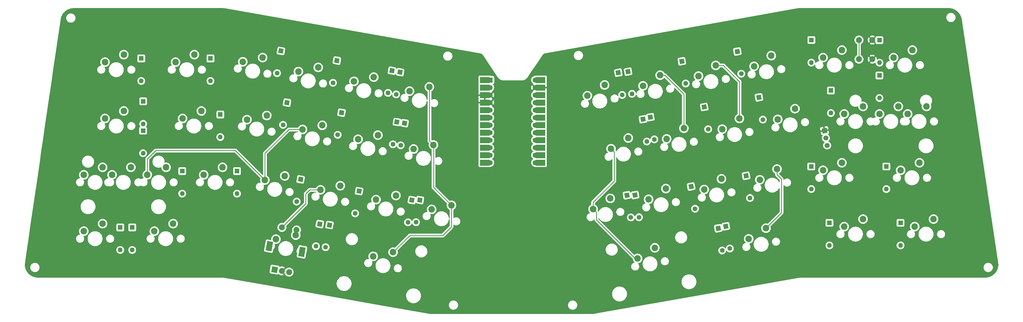
<source format=gtl>
G04 #@! TF.GenerationSoftware,KiCad,Pcbnew,(6.0.7)*
G04 #@! TF.CreationDate,2022-12-13T23:16:32-05:00*
G04 #@! TF.ProjectId,alish40,616c6973-6834-4302-9e6b-696361645f70,rev?*
G04 #@! TF.SameCoordinates,Original*
G04 #@! TF.FileFunction,Copper,L1,Top*
G04 #@! TF.FilePolarity,Positive*
%FSLAX46Y46*%
G04 Gerber Fmt 4.6, Leading zero omitted, Abs format (unit mm)*
G04 Created by KiCad (PCBNEW (6.0.7)) date 2022-12-13 23:16:32*
%MOMM*%
%LPD*%
G01*
G04 APERTURE LIST*
G04 Aperture macros list*
%AMHorizOval*
0 Thick line with rounded ends*
0 $1 width*
0 $2 $3 position (X,Y) of the first rounded end (center of the circle)*
0 $4 $5 position (X,Y) of the second rounded end (center of the circle)*
0 Add line between two ends*
20,1,$1,$2,$3,$4,$5,0*
0 Add two circle primitives to create the rounded ends*
1,1,$1,$2,$3*
1,1,$1,$4,$5*%
%AMRotRect*
0 Rectangle, with rotation*
0 The origin of the aperture is its center*
0 $1 length*
0 $2 width*
0 $3 Rotation angle, in degrees counterclockwise*
0 Add horizontal line*
21,1,$1,$2,0,0,$3*%
G04 Aperture macros list end*
G04 #@! TA.AperFunction,ComponentPad*
%ADD10C,2.200000*%
G04 #@! TD*
G04 #@! TA.AperFunction,ComponentPad*
%ADD11R,1.752600X1.752600*%
G04 #@! TD*
G04 #@! TA.AperFunction,SMDPad,CuDef*
%ADD12R,3.250000X2.000000*%
G04 #@! TD*
G04 #@! TA.AperFunction,ComponentPad*
%ADD13C,1.752600*%
G04 #@! TD*
G04 #@! TA.AperFunction,WasherPad*
%ADD14RotRect,3.200000X2.000000X80.000000*%
G04 #@! TD*
G04 #@! TA.AperFunction,ComponentPad*
%ADD15RotRect,2.000000X2.000000X80.000000*%
G04 #@! TD*
G04 #@! TA.AperFunction,ComponentPad*
%ADD16C,2.000000*%
G04 #@! TD*
G04 #@! TA.AperFunction,ComponentPad*
%ADD17RotRect,1.600000X1.600000X260.000000*%
G04 #@! TD*
G04 #@! TA.AperFunction,ComponentPad*
%ADD18HorizOval,1.600000X0.000000X0.000000X0.000000X0.000000X0*%
G04 #@! TD*
G04 #@! TA.AperFunction,ComponentPad*
%ADD19R,1.600000X1.600000*%
G04 #@! TD*
G04 #@! TA.AperFunction,ComponentPad*
%ADD20O,1.600000X1.600000*%
G04 #@! TD*
G04 #@! TA.AperFunction,ComponentPad*
%ADD21RotRect,1.600000X1.600000X280.000000*%
G04 #@! TD*
G04 #@! TA.AperFunction,ComponentPad*
%ADD22HorizOval,1.600000X0.000000X0.000000X0.000000X0.000000X0*%
G04 #@! TD*
G04 #@! TA.AperFunction,ComponentPad*
%ADD23RotRect,1.700000X1.700000X190.000000*%
G04 #@! TD*
G04 #@! TA.AperFunction,ComponentPad*
%ADD24HorizOval,1.700000X0.000000X0.000000X0.000000X0.000000X0*%
G04 #@! TD*
G04 #@! TA.AperFunction,Conductor*
%ADD25C,0.250000*%
G04 #@! TD*
G04 APERTURE END LIST*
D10*
X308208825Y-122876886D03*
X302396362Y-126480964D03*
X289448236Y-126184884D03*
X283635773Y-129788962D03*
X80545231Y-141336596D03*
X74195231Y-143876596D03*
X113882731Y-103236597D03*
X107532731Y-105776597D03*
X192235694Y-114705828D03*
X185541098Y-116104574D03*
X104357731Y-141336595D03*
X98007731Y-143876595D03*
X251927062Y-132800881D03*
X246114599Y-136404959D03*
X135953930Y-104781836D03*
X129259334Y-106180582D03*
X330106250Y-120749998D03*
X323756250Y-123289998D03*
X142026392Y-125196453D03*
X135331796Y-126595199D03*
X154714521Y-108089834D03*
X148019925Y-109488580D03*
X361062501Y-139799999D03*
X354712501Y-142339999D03*
X153332371Y-88502249D03*
X146637775Y-89900995D03*
X111501000Y-84186597D03*
X105151000Y-86726597D03*
X257999358Y-112386292D03*
X252186895Y-115990370D03*
X306282976Y-84528711D03*
X300470513Y-88132789D03*
X337250000Y-101700000D03*
X330900000Y-104240000D03*
X337249999Y-139800000D03*
X330899999Y-142340000D03*
X250001212Y-94452705D03*
X244188749Y-98056783D03*
X198308159Y-135120446D03*
X191613563Y-136519192D03*
X276759945Y-109078295D03*
X270947482Y-112682373D03*
D11*
X211350000Y-92770687D03*
D12*
X209572000Y-92770687D03*
X209572000Y-95310687D03*
D13*
X211350000Y-95310687D03*
X211350000Y-97850687D03*
D12*
X209572000Y-97850687D03*
X209572000Y-100390687D03*
D13*
X211350000Y-100390687D03*
D12*
X209572000Y-102930687D03*
D13*
X211350000Y-102930687D03*
D12*
X209572000Y-105470687D03*
D13*
X211350000Y-105470687D03*
X211350000Y-108010687D03*
D12*
X209572000Y-108010687D03*
X209572000Y-110550687D03*
D13*
X211350000Y-110550687D03*
D12*
X209572000Y-113090687D03*
D13*
X211350000Y-113090687D03*
X211350000Y-115630687D03*
D12*
X209572000Y-115630687D03*
X209572000Y-118170687D03*
D13*
X211350000Y-118170687D03*
X211350000Y-120710687D03*
D12*
X209572000Y-120710687D03*
D13*
X226590000Y-120710687D03*
D12*
X228368000Y-120710687D03*
X228368000Y-118170687D03*
D13*
X226590000Y-118170687D03*
X226590000Y-115630687D03*
D12*
X228368000Y-115630687D03*
D13*
X226590000Y-113090687D03*
D12*
X228368000Y-113090687D03*
D13*
X226590000Y-110550687D03*
D12*
X228368000Y-110550687D03*
X228368000Y-108010687D03*
D13*
X226590000Y-108010687D03*
X226590000Y-105470687D03*
D12*
X228368000Y-105470687D03*
D13*
X226590000Y-102930687D03*
D12*
X228368000Y-102930687D03*
D13*
X226590000Y-100390687D03*
D12*
X228368000Y-100390687D03*
X228368000Y-97850687D03*
D13*
X226590000Y-97850687D03*
X226590000Y-95310687D03*
D12*
X228368000Y-95310687D03*
D13*
X226590000Y-92770687D03*
D12*
X228368000Y-92770687D03*
D10*
X90070230Y-122286596D03*
X83720230Y-124826596D03*
X190853545Y-95118243D03*
X184158949Y-96516989D03*
X160786987Y-128504451D03*
X154092391Y-129903197D03*
X314281120Y-102462298D03*
X308468657Y-106066376D03*
X270687649Y-129492882D03*
X264875186Y-133096960D03*
X172092957Y-91810242D03*
X165398361Y-93208988D03*
X295520535Y-105770297D03*
X289708072Y-109374375D03*
X134571780Y-85194249D03*
X127877184Y-86592995D03*
X173475103Y-111397831D03*
X166780507Y-112796577D03*
X268761802Y-91144706D03*
X262949339Y-94748784D03*
D14*
X136822118Y-148938909D03*
X147851964Y-150883769D03*
D15*
X138572660Y-156863277D03*
D16*
X143496699Y-157731518D03*
X141034680Y-157297397D03*
X146014598Y-143451805D03*
X141090559Y-142583564D03*
D10*
X287522390Y-87836709D03*
X281709927Y-91440787D03*
X87688981Y-84186597D03*
X81338981Y-86726597D03*
X304481601Y-142877973D03*
X298669138Y-146482051D03*
X178584649Y-150986538D03*
X171890053Y-152385284D03*
X80545231Y-122286596D03*
X74195231Y-124826596D03*
X266960426Y-149493968D03*
X261147963Y-153098046D03*
X101976481Y-122286597D03*
X95626481Y-124826597D03*
X353918751Y-82649999D03*
X347568751Y-85189999D03*
X145753622Y-145197539D03*
X139059026Y-146596285D03*
X349156250Y-101700000D03*
X342806250Y-104240000D03*
X330106252Y-82650002D03*
X323756252Y-85190002D03*
X358681249Y-101700001D03*
X352331249Y-104240001D03*
X179547571Y-131812449D03*
X172852975Y-133211195D03*
X87688981Y-103236597D03*
X81338981Y-105776597D03*
X356300000Y-120750001D03*
X349950000Y-123290001D03*
X121026481Y-122286599D03*
X114676481Y-124826599D03*
D17*
X153870000Y-141470000D03*
D18*
X152546801Y-148974235D03*
D19*
X94240000Y-99970000D03*
D20*
X94240000Y-107590000D03*
D21*
X254630000Y-90300000D03*
D22*
X255953199Y-97804235D03*
D19*
X94200000Y-109900000D03*
D20*
X94200000Y-117520000D03*
D21*
X276068401Y-86437883D03*
D22*
X277391600Y-93942118D03*
D19*
X125910000Y-123556599D03*
D20*
X125910000Y-131176599D03*
D19*
X326400000Y-96300000D03*
D20*
X326400000Y-103920000D03*
D17*
X178221600Y-89617883D03*
D18*
X176898401Y-97122118D03*
D19*
X345120000Y-122020001D03*
D20*
X345120000Y-129640001D03*
D17*
X142781600Y-100417883D03*
D18*
X141458401Y-107922118D03*
D17*
X179871600Y-106987883D03*
D18*
X178548401Y-114492118D03*
D19*
X93580000Y-85456597D03*
D20*
X93580000Y-93076597D03*
D21*
X297768401Y-125157883D03*
D22*
X299091600Y-132662118D03*
D17*
X182481600Y-107347883D03*
D18*
X181158401Y-114852118D03*
D19*
X325900000Y-141070000D03*
D20*
X325900000Y-148690000D03*
D16*
X340380000Y-85730000D03*
X340380000Y-79230000D03*
X335880000Y-85730000D03*
X335880000Y-79230000D03*
D21*
X288375000Y-142900000D03*
D22*
X289698199Y-150404235D03*
D19*
X342800000Y-79280000D03*
D20*
X342800000Y-86900000D03*
D19*
X120270000Y-104430000D03*
D20*
X120270000Y-112050000D03*
D21*
X279218401Y-128787883D03*
D22*
X280541600Y-136292118D03*
D19*
X342790000Y-91230000D03*
D20*
X342790000Y-98850000D03*
D19*
X107410000Y-123556597D03*
D20*
X107410000Y-131176597D03*
D21*
X290950000Y-142225000D03*
D22*
X292273199Y-149729235D03*
D21*
X283640000Y-101900000D03*
D22*
X284963199Y-109404235D03*
D19*
X319800000Y-79260000D03*
D20*
X319800000Y-86880000D03*
D19*
X319780000Y-122019998D03*
D20*
X319780000Y-129639998D03*
D17*
X180971600Y-90117883D03*
D18*
X179648401Y-97622118D03*
D17*
X157141600Y-141787883D03*
D18*
X155818401Y-149292118D03*
D19*
X116950000Y-85456597D03*
D20*
X116950000Y-93076597D03*
D19*
X349910000Y-141069999D03*
D20*
X349910000Y-148689999D03*
D23*
X324260000Y-109880000D03*
D24*
X324701066Y-112381412D03*
X325142133Y-114882823D03*
D21*
X260278401Y-131667883D03*
D22*
X261601600Y-139172118D03*
D21*
X294811448Y-83130483D03*
D22*
X296134647Y-90634718D03*
D17*
X159631600Y-86197883D03*
D18*
X158308401Y-93702118D03*
D21*
X257940000Y-89930000D03*
D22*
X259263199Y-97434235D03*
D17*
X184950000Y-133380000D03*
D18*
X183626801Y-140884235D03*
D17*
X161211600Y-103797883D03*
D18*
X159888401Y-111302118D03*
D21*
X262950000Y-106050000D03*
D22*
X264273199Y-113554235D03*
D19*
X90525000Y-142606595D03*
D20*
X90525000Y-150226595D03*
D17*
X167120000Y-130347883D03*
D18*
X165796801Y-137852118D03*
D19*
X86475000Y-142606596D03*
D20*
X86475000Y-150226596D03*
D17*
X187661600Y-133347883D03*
D18*
X186338401Y-140852118D03*
D21*
X257538401Y-131717883D03*
D22*
X258861600Y-139222118D03*
D21*
X302110000Y-98640000D03*
D22*
X303433199Y-106144235D03*
D21*
X265480000Y-105330000D03*
D22*
X266803199Y-112834235D03*
D17*
X147381600Y-126367883D03*
D18*
X146058401Y-133872118D03*
D17*
X140751600Y-82937883D03*
D18*
X139428401Y-90442118D03*
D25*
X198308159Y-142401841D02*
X198308159Y-135120446D01*
X195340000Y-145370000D02*
X198308159Y-142401841D01*
X184201187Y-145370000D02*
X195340000Y-145370000D01*
X178584649Y-150986538D02*
X184201187Y-145370000D01*
X95626481Y-124826597D02*
X95626481Y-119463519D01*
X135331796Y-126595199D02*
X135331796Y-117568204D01*
X125356597Y-116620000D02*
X135331796Y-126595199D01*
X141090559Y-142583564D02*
X149120000Y-134554123D01*
X95626481Y-119463519D02*
X98470000Y-116620000D01*
X149120000Y-134554123D02*
X149120000Y-131220000D01*
X150436803Y-129903197D02*
X154092391Y-129903197D01*
X149120000Y-131220000D02*
X150436803Y-129903197D01*
X143411420Y-109488580D02*
X148019925Y-109488580D01*
X135331796Y-117568204D02*
X143411420Y-109488580D01*
X98470000Y-116620000D02*
X125356597Y-116620000D01*
X190853545Y-113323679D02*
X190853545Y-95118243D01*
X192235694Y-114705828D02*
X190853545Y-113323679D01*
X198308159Y-135120446D02*
X192260000Y-129072287D01*
X192260000Y-129072287D02*
X192260000Y-114730134D01*
X192260000Y-114730134D02*
X192235694Y-114705828D01*
X270317436Y-91144706D02*
X276759945Y-97587215D01*
X247260000Y-137550360D02*
X247260000Y-140060000D01*
X247260000Y-140060000D02*
X260298046Y-153098046D01*
X246114599Y-134105401D02*
X253280000Y-126940000D01*
X260298046Y-153098046D02*
X261147963Y-153098046D01*
X246114599Y-136404959D02*
X247260000Y-137550360D01*
X268761802Y-91144706D02*
X270317436Y-91144706D01*
X246114599Y-136404959D02*
X246114599Y-134105401D01*
X253280000Y-126940000D02*
X253280000Y-117083475D01*
X253280000Y-117083475D02*
X252186895Y-115990370D01*
X276759945Y-97587215D02*
X276759945Y-109078295D01*
X309730000Y-137629574D02*
X309730000Y-126280000D01*
X290076709Y-87836709D02*
X295520535Y-93280535D01*
X308208825Y-124758825D02*
X308208825Y-122876886D01*
X309730000Y-126280000D02*
X308208825Y-124758825D01*
X287522390Y-87836709D02*
X290076709Y-87836709D01*
X304481601Y-142877973D02*
X309730000Y-137629574D01*
X295520535Y-93280535D02*
X295520535Y-105770297D01*
X335880000Y-79230000D02*
X335880000Y-85730000D01*
G04 #@! TA.AperFunction,Conductor*
G36*
X338579560Y-68443814D02*
G01*
X366134260Y-68443835D01*
X366136439Y-68443854D01*
X366293380Y-68446569D01*
X366297750Y-68446720D01*
X366329852Y-68448391D01*
X366449079Y-68454596D01*
X366453415Y-68454897D01*
X366504102Y-68459303D01*
X366604366Y-68468019D01*
X366608688Y-68468470D01*
X366759088Y-68486821D01*
X366763337Y-68487415D01*
X366913026Y-68510974D01*
X366917282Y-68511720D01*
X367066040Y-68540455D01*
X367070296Y-68541355D01*
X367119439Y-68552629D01*
X367217947Y-68575229D01*
X367222191Y-68576280D01*
X367368581Y-68615258D01*
X367372786Y-68616456D01*
X367517707Y-68660480D01*
X367521869Y-68661824D01*
X367665197Y-68710859D01*
X367669308Y-68712346D01*
X367810833Y-68766318D01*
X367814891Y-68767946D01*
X367954476Y-68826803D01*
X367958474Y-68828571D01*
X368010382Y-68852612D01*
X368095941Y-68892239D01*
X368099855Y-68894135D01*
X368119450Y-68904050D01*
X368235036Y-68962539D01*
X368238900Y-68964580D01*
X368371570Y-69037599D01*
X368375365Y-69039774D01*
X368505452Y-69117373D01*
X368509167Y-69119677D01*
X368636500Y-69201752D01*
X368640129Y-69204182D01*
X368649758Y-69210872D01*
X368764515Y-69290611D01*
X368768051Y-69293159D01*
X368837776Y-69345285D01*
X368889385Y-69383867D01*
X368892842Y-69386546D01*
X369010969Y-69481421D01*
X369014330Y-69484218D01*
X369129059Y-69583104D01*
X369132320Y-69586015D01*
X369243549Y-69688822D01*
X369246709Y-69691846D01*
X369354312Y-69798459D01*
X369357357Y-69801583D01*
X369406518Y-69853793D01*
X369461196Y-69911863D01*
X369464138Y-69915098D01*
X369553285Y-70016613D01*
X369564100Y-70028929D01*
X369566928Y-70032265D01*
X369662875Y-70149491D01*
X369665585Y-70152921D01*
X369757401Y-70273396D01*
X369759991Y-70276920D01*
X369847562Y-70400496D01*
X369850028Y-70404106D01*
X369880375Y-70450244D01*
X369932798Y-70529944D01*
X369933291Y-70530694D01*
X369935607Y-70534353D01*
X370013441Y-70662131D01*
X370014399Y-70663704D01*
X370016574Y-70667417D01*
X370090901Y-70799553D01*
X370092956Y-70803360D01*
X370097597Y-70812325D01*
X370162263Y-70937237D01*
X370162604Y-70937896D01*
X370164547Y-70941815D01*
X370229479Y-71078678D01*
X370231284Y-71082659D01*
X370240349Y-71103613D01*
X370291422Y-71221677D01*
X370293076Y-71225691D01*
X370348313Y-71366603D01*
X370348368Y-71366744D01*
X370349888Y-71370829D01*
X370399810Y-71512460D01*
X370400241Y-71513684D01*
X370401618Y-71517816D01*
X370446600Y-71661107D01*
X370446998Y-71662376D01*
X370448230Y-71666554D01*
X370470914Y-71748687D01*
X370488562Y-71812588D01*
X370489651Y-71816814D01*
X370524891Y-71964152D01*
X370525822Y-71968365D01*
X370533289Y-72005190D01*
X370555933Y-72116865D01*
X370556727Y-72121163D01*
X370582570Y-72276017D01*
X370582910Y-72278170D01*
X379484834Y-131960772D01*
X382938567Y-155116189D01*
X382938584Y-155116306D01*
X382939944Y-155137100D01*
X382939608Y-155156255D01*
X382938002Y-155247883D01*
X382937848Y-155252278D01*
X382929863Y-155404445D01*
X382929556Y-155408832D01*
X382916266Y-155560627D01*
X382915806Y-155565002D01*
X382897228Y-155716216D01*
X382896616Y-155720568D01*
X382872770Y-155871074D01*
X382872008Y-155875396D01*
X382842919Y-156024999D01*
X382842005Y-156029294D01*
X382807853Y-156177190D01*
X382807723Y-156177752D01*
X382806665Y-156181996D01*
X382768341Y-156324997D01*
X382767227Y-156329152D01*
X382766014Y-156333381D01*
X382721435Y-156479163D01*
X382720076Y-156483344D01*
X382670479Y-156627362D01*
X382668975Y-156631494D01*
X382614374Y-156773718D01*
X382612730Y-156777788D01*
X382555811Y-156911868D01*
X382553159Y-156918114D01*
X382551374Y-156922120D01*
X382535540Y-156956074D01*
X382486973Y-157060213D01*
X382485046Y-157064164D01*
X382415882Y-157199896D01*
X382413817Y-157203779D01*
X382339941Y-157337046D01*
X382337764Y-157340818D01*
X382259377Y-157471267D01*
X382259255Y-157471470D01*
X382256925Y-157475198D01*
X382213671Y-157541800D01*
X382174665Y-157601862D01*
X382173934Y-157602987D01*
X382171478Y-157606628D01*
X382096126Y-157714236D01*
X382084073Y-157731448D01*
X382081490Y-157735002D01*
X382009660Y-157830322D01*
X381989784Y-157856697D01*
X381987075Y-157860164D01*
X381891175Y-157978583D01*
X381888349Y-157981951D01*
X381788393Y-158096934D01*
X381785450Y-158100202D01*
X381681535Y-158211634D01*
X381678481Y-158214797D01*
X381570733Y-158322544D01*
X381567569Y-158325599D01*
X381456129Y-158429517D01*
X381452894Y-158432430D01*
X381337866Y-158532422D01*
X381334519Y-158535231D01*
X381216078Y-158631141D01*
X381212613Y-158633848D01*
X381090946Y-158725531D01*
X381087388Y-158728116D01*
X380962564Y-158815520D01*
X380958919Y-158817979D01*
X380831113Y-158900979D01*
X380827389Y-158903306D01*
X380696773Y-158981790D01*
X380693008Y-158983964D01*
X380559719Y-159057848D01*
X380555850Y-159059906D01*
X380469704Y-159103801D01*
X380420070Y-159129092D01*
X380416126Y-159131015D01*
X380360581Y-159156918D01*
X380278015Y-159195421D01*
X380273998Y-159197209D01*
X380229671Y-159216026D01*
X380167105Y-159242586D01*
X380133739Y-159256750D01*
X380129670Y-159258394D01*
X380102911Y-159268667D01*
X379987442Y-159312994D01*
X379983310Y-159314498D01*
X379839211Y-159364120D01*
X379835037Y-159365477D01*
X379689303Y-159410037D01*
X379685164Y-159411224D01*
X379537911Y-159450686D01*
X379533661Y-159451746D01*
X379490081Y-159461809D01*
X379385158Y-159486036D01*
X379380883Y-159486944D01*
X379231299Y-159516026D01*
X379227022Y-159516780D01*
X379076585Y-159540614D01*
X379076497Y-159540628D01*
X379072142Y-159541240D01*
X378920895Y-159559817D01*
X378916522Y-159560277D01*
X378764734Y-159573564D01*
X378760346Y-159573871D01*
X378608218Y-159581851D01*
X378603824Y-159582005D01*
X378456241Y-159584589D01*
X378445902Y-159584770D01*
X378443697Y-159584789D01*
X365478979Y-159584807D01*
X316375903Y-159584875D01*
X316367422Y-159584589D01*
X316354022Y-159583685D01*
X316349160Y-159583357D01*
X316337249Y-159584397D01*
X316326290Y-159584875D01*
X316317420Y-159584875D01*
X316298414Y-159587597D01*
X316291523Y-159588390D01*
X315795624Y-159631695D01*
X315464912Y-159660575D01*
X315456446Y-159661028D01*
X315438147Y-159661389D01*
X315426373Y-159663461D01*
X315415504Y-159664889D01*
X315411131Y-159665271D01*
X315411122Y-159665273D01*
X315406660Y-159665662D01*
X315387958Y-159670028D01*
X315381174Y-159671416D01*
X287019189Y-164663019D01*
X251298194Y-170949780D01*
X251298186Y-170949780D01*
X251298169Y-170949783D01*
X251298160Y-170949784D01*
X251254332Y-170957499D01*
X251254329Y-170957500D01*
X251223226Y-170962974D01*
X251223220Y-170962976D01*
X246595095Y-171777648D01*
X246035957Y-171876071D01*
X246014114Y-171877979D01*
X191168709Y-171877979D01*
X191146865Y-171876071D01*
X174142020Y-168882761D01*
X197433117Y-168882761D01*
X197433246Y-168886484D01*
X197433225Y-168887097D01*
X197433288Y-168887679D01*
X197433899Y-168905261D01*
X197434110Y-168911349D01*
X197434186Y-168915722D01*
X197434186Y-168933868D01*
X197434111Y-168933868D01*
X197434165Y-168934119D01*
X197433928Y-168936895D01*
X197434186Y-168940604D01*
X197434186Y-168941216D01*
X197434269Y-168941794D01*
X197435914Y-168965452D01*
X197436139Y-168969764D01*
X197436494Y-168979978D01*
X197436769Y-168987915D01*
X197436695Y-168987918D01*
X197436756Y-168988163D01*
X197436617Y-168990937D01*
X197437003Y-168994629D01*
X197437025Y-168995269D01*
X197437133Y-168995870D01*
X197437206Y-168996569D01*
X197439589Y-169019383D01*
X197439967Y-169023724D01*
X197441228Y-169041841D01*
X197441146Y-169041847D01*
X197441224Y-169042119D01*
X197441180Y-169044890D01*
X197441696Y-169048585D01*
X197441739Y-169049197D01*
X197441862Y-169049768D01*
X197441952Y-169050412D01*
X197441952Y-169050413D01*
X197442489Y-169054257D01*
X197444652Y-169069726D01*
X197445136Y-169073192D01*
X197445666Y-169077536D01*
X197447555Y-169095611D01*
X197447479Y-169095619D01*
X197447560Y-169095868D01*
X197447613Y-169098641D01*
X197448253Y-169102293D01*
X197448317Y-169102902D01*
X197448460Y-169103469D01*
X197448567Y-169104080D01*
X197452550Y-169126803D01*
X197453229Y-169131111D01*
X197455741Y-169149077D01*
X197455662Y-169149088D01*
X197455756Y-169149348D01*
X197455905Y-169152116D01*
X197456675Y-169155759D01*
X197456762Y-169156382D01*
X197456928Y-169156958D01*
X197461819Y-169180103D01*
X197461822Y-169180115D01*
X197462650Y-169184398D01*
X197463453Y-169188975D01*
X197465782Y-169202257D01*
X197465705Y-169202271D01*
X197465805Y-169202520D01*
X197466052Y-169205299D01*
X197466951Y-169208926D01*
X197467056Y-169209524D01*
X197467236Y-169210074D01*
X197471091Y-169225624D01*
X197472929Y-169233040D01*
X197473909Y-169237307D01*
X197477663Y-169255073D01*
X197477593Y-169255088D01*
X197477693Y-169255313D01*
X197478036Y-169258080D01*
X197479053Y-169261647D01*
X197479182Y-169262258D01*
X197479386Y-169262817D01*
X197479624Y-169263653D01*
X197485879Y-169285595D01*
X197487003Y-169289816D01*
X197491370Y-169307430D01*
X197491300Y-169307447D01*
X197491408Y-169307669D01*
X197491847Y-169310426D01*
X197492989Y-169313960D01*
X197493139Y-169314567D01*
X197493363Y-169315119D01*
X197493623Y-169315924D01*
X197493623Y-169315925D01*
X197500640Y-169337652D01*
X197501910Y-169341830D01*
X197506882Y-169359269D01*
X197506804Y-169359291D01*
X197506935Y-169359536D01*
X197507464Y-169362251D01*
X197508728Y-169365745D01*
X197508898Y-169366341D01*
X197509139Y-169366881D01*
X197509396Y-169367591D01*
X197509396Y-169367592D01*
X197511023Y-169372089D01*
X197517190Y-169389132D01*
X197517202Y-169389166D01*
X197518594Y-169393234D01*
X197524184Y-169410540D01*
X197524185Y-169410543D01*
X197524112Y-169410567D01*
X197524243Y-169410793D01*
X197524869Y-169413499D01*
X197526255Y-169416952D01*
X197526449Y-169417551D01*
X197526713Y-169418090D01*
X197535554Y-169440108D01*
X197537061Y-169444058D01*
X197543259Y-169461189D01*
X197543260Y-169461192D01*
X197543189Y-169461218D01*
X197543325Y-169461436D01*
X197544048Y-169464131D01*
X197545557Y-169467540D01*
X197545763Y-169468111D01*
X197546035Y-169468622D01*
X197546369Y-169469377D01*
X197555621Y-169490286D01*
X197557322Y-169494318D01*
X197558011Y-169496034D01*
X197564078Y-169511144D01*
X197564011Y-169511171D01*
X197564149Y-169511378D01*
X197564965Y-169514044D01*
X197566584Y-169517385D01*
X197566817Y-169517965D01*
X197567115Y-169518481D01*
X197575942Y-169536695D01*
X197577437Y-169539780D01*
X197579271Y-169543738D01*
X197586614Y-169560331D01*
X197586542Y-169560363D01*
X197586701Y-169560583D01*
X197587608Y-169563219D01*
X197589354Y-169566524D01*
X197589599Y-169567078D01*
X197589905Y-169567568D01*
X197590273Y-169568265D01*
X197590274Y-169568269D01*
X197600971Y-169588519D01*
X197602944Y-169592414D01*
X197610857Y-169608740D01*
X197610785Y-169608775D01*
X197610954Y-169608992D01*
X197611945Y-169611577D01*
X197613793Y-169614800D01*
X197614060Y-169615350D01*
X197614386Y-169615833D01*
X197614735Y-169616441D01*
X197614735Y-169616442D01*
X197626177Y-169636393D01*
X197628279Y-169640210D01*
X197636759Y-169656262D01*
X197636693Y-169656297D01*
X197636856Y-169656492D01*
X197637940Y-169659049D01*
X197639894Y-169662197D01*
X197640190Y-169662758D01*
X197640545Y-169663247D01*
X197653023Y-169683353D01*
X197655255Y-169687093D01*
X197657125Y-169690353D01*
X197664285Y-169702838D01*
X197664220Y-169702875D01*
X197664391Y-169703067D01*
X197665569Y-169705597D01*
X197667645Y-169708696D01*
X197667952Y-169709232D01*
X197668314Y-169709696D01*
X197668748Y-169710344D01*
X197681489Y-169729367D01*
X197683860Y-169733043D01*
X197684923Y-169734757D01*
X197693420Y-169748448D01*
X197693355Y-169748489D01*
X197693538Y-169748680D01*
X197694798Y-169751159D01*
X197696978Y-169754181D01*
X197697301Y-169754702D01*
X197697677Y-169755150D01*
X197698073Y-169755699D01*
X197711535Y-169774364D01*
X197714030Y-169777954D01*
X197724115Y-169793012D01*
X197724049Y-169793056D01*
X197724245Y-169793246D01*
X197725590Y-169795678D01*
X197727875Y-169798625D01*
X197728214Y-169799131D01*
X197728602Y-169799563D01*
X197729029Y-169800113D01*
X197729029Y-169800114D01*
X197743123Y-169818290D01*
X197745742Y-169821791D01*
X197756342Y-169836487D01*
X197756277Y-169836534D01*
X197756480Y-169836718D01*
X197757905Y-169839096D01*
X197760288Y-169841959D01*
X197760652Y-169842463D01*
X197761063Y-169842890D01*
X197772853Y-169857051D01*
X197776208Y-169861081D01*
X197778947Y-169864490D01*
X197790065Y-169878828D01*
X197790003Y-169878876D01*
X197790208Y-169879049D01*
X197791715Y-169881377D01*
X197794191Y-169884150D01*
X197794573Y-169884642D01*
X197795000Y-169885055D01*
X197795439Y-169885546D01*
X197795439Y-169885547D01*
X197798684Y-169889180D01*
X197808566Y-169900244D01*
X197810753Y-169902693D01*
X197813611Y-169906008D01*
X197825235Y-169919970D01*
X197825174Y-169920021D01*
X197825387Y-169920188D01*
X197826963Y-169922447D01*
X197829524Y-169925122D01*
X197829933Y-169925613D01*
X197830385Y-169926021D01*
X197830816Y-169926471D01*
X197830817Y-169926473D01*
X197846746Y-169943108D01*
X197849675Y-169946275D01*
X197861801Y-169959852D01*
X197861802Y-169959854D01*
X197861746Y-169959904D01*
X197861955Y-169960057D01*
X197863631Y-169962290D01*
X197866303Y-169964893D01*
X197866702Y-169965340D01*
X197867139Y-169965708D01*
X197884153Y-169982285D01*
X197887171Y-169985329D01*
X197890628Y-169988939D01*
X197899745Y-169998460D01*
X197899692Y-169998511D01*
X197899900Y-169998653D01*
X197901640Y-170000811D01*
X197904378Y-170003299D01*
X197904818Y-170003759D01*
X197905296Y-170004134D01*
X197922820Y-170020060D01*
X197925977Y-170023032D01*
X197938983Y-170035703D01*
X197938927Y-170035761D01*
X197939160Y-170035907D01*
X197940977Y-170038007D01*
X197943824Y-170040420D01*
X197944264Y-170040848D01*
X197944737Y-170041193D01*
X197962814Y-170056510D01*
X197966078Y-170059375D01*
X197979514Y-170071586D01*
X197979461Y-170071645D01*
X197979696Y-170071782D01*
X197981574Y-170073806D01*
X197984482Y-170076102D01*
X197984949Y-170076526D01*
X197985447Y-170076864D01*
X197986059Y-170077347D01*
X197986061Y-170077350D01*
X198004020Y-170091525D01*
X198007407Y-170094295D01*
X198011199Y-170097508D01*
X198021251Y-170106026D01*
X198021203Y-170106082D01*
X198021426Y-170106202D01*
X198023390Y-170108176D01*
X198026384Y-170110375D01*
X198026864Y-170110782D01*
X198027372Y-170111101D01*
X198033465Y-170115577D01*
X198046412Y-170125087D01*
X198049888Y-170127734D01*
X198064159Y-170138999D01*
X198064113Y-170139057D01*
X198064342Y-170139169D01*
X198066378Y-170141079D01*
X198069451Y-170143176D01*
X198069935Y-170143558D01*
X198070443Y-170143853D01*
X198070991Y-170144227D01*
X198089998Y-170157197D01*
X198093569Y-170159726D01*
X198108193Y-170170468D01*
X198108148Y-170170529D01*
X198108386Y-170170637D01*
X198110472Y-170172461D01*
X198113606Y-170174444D01*
X198114118Y-170174820D01*
X198114652Y-170175106D01*
X198115289Y-170175509D01*
X198115290Y-170175510D01*
X198134642Y-170187754D01*
X198138292Y-170190153D01*
X198153278Y-170200379D01*
X198153236Y-170200440D01*
X198153472Y-170200537D01*
X198155644Y-170202307D01*
X198158869Y-170204194D01*
X198159366Y-170204533D01*
X198159881Y-170204786D01*
X198180332Y-170216751D01*
X198184065Y-170219023D01*
X198199400Y-170228726D01*
X198199360Y-170228789D01*
X198199600Y-170228878D01*
X198201813Y-170230557D01*
X198205078Y-170232318D01*
X198205604Y-170232651D01*
X198206146Y-170232894D01*
X198226981Y-170244133D01*
X198230776Y-170246266D01*
X198246469Y-170255448D01*
X198246431Y-170255514D01*
X198246681Y-170255597D01*
X198248945Y-170257194D01*
X198252271Y-170258842D01*
X198252810Y-170259157D01*
X198253361Y-170259382D01*
X198254001Y-170259699D01*
X198274566Y-170269886D01*
X198278453Y-170271897D01*
X198294434Y-170280517D01*
X198294397Y-170280586D01*
X198294655Y-170280662D01*
X198296964Y-170282174D01*
X198300336Y-170283701D01*
X198300892Y-170284001D01*
X198301458Y-170284209D01*
X198302123Y-170284510D01*
X198302125Y-170284512D01*
X198323028Y-170293979D01*
X198326972Y-170295848D01*
X198343212Y-170303892D01*
X198343178Y-170303961D01*
X198343435Y-170304027D01*
X198345815Y-170305470D01*
X198349262Y-170306889D01*
X198349821Y-170307166D01*
X198350386Y-170307352D01*
X198372287Y-170316368D01*
X198376278Y-170318093D01*
X198392801Y-170325576D01*
X198392771Y-170325643D01*
X198393019Y-170325697D01*
X198395455Y-170327061D01*
X198398948Y-170328359D01*
X198399513Y-170328615D01*
X198400080Y-170328780D01*
X198400819Y-170329055D01*
X198400821Y-170329056D01*
X198422239Y-170337015D01*
X198426310Y-170338608D01*
X198426878Y-170338842D01*
X198443125Y-170345531D01*
X198443095Y-170345603D01*
X198443358Y-170345651D01*
X198445816Y-170346917D01*
X198449335Y-170348088D01*
X198449912Y-170348325D01*
X198450489Y-170348471D01*
X198451036Y-170348653D01*
X198472941Y-170355939D01*
X198477064Y-170357390D01*
X198494084Y-170363716D01*
X198494059Y-170363784D01*
X198494304Y-170363820D01*
X198496831Y-170365012D01*
X198500397Y-170366062D01*
X198500978Y-170366278D01*
X198501556Y-170366403D01*
X198502242Y-170366605D01*
X198524270Y-170373092D01*
X198528446Y-170374401D01*
X198545648Y-170380123D01*
X198545622Y-170380200D01*
X198545898Y-170380230D01*
X198548439Y-170381323D01*
X198552042Y-170382250D01*
X198552636Y-170382447D01*
X198553223Y-170382553D01*
X198573726Y-170387825D01*
X198576164Y-170388452D01*
X198580351Y-170389606D01*
X198597746Y-170394729D01*
X198597722Y-170394808D01*
X198598004Y-170394829D01*
X198600591Y-170395837D01*
X198604242Y-170396642D01*
X198604820Y-170396812D01*
X198605389Y-170396895D01*
X198626245Y-170401492D01*
X198628509Y-170401991D01*
X198632765Y-170403007D01*
X198650351Y-170407529D01*
X198650333Y-170407599D01*
X198650583Y-170407609D01*
X198653225Y-170408534D01*
X198656886Y-170409209D01*
X198657467Y-170409358D01*
X198658036Y-170409421D01*
X198658815Y-170409565D01*
X198658816Y-170409565D01*
X198681350Y-170413717D01*
X198685603Y-170414577D01*
X198703345Y-170418487D01*
X198703347Y-170418488D01*
X198703330Y-170418564D01*
X198703599Y-170418566D01*
X198706240Y-170419389D01*
X198709913Y-170419935D01*
X198710526Y-170420070D01*
X198711123Y-170420115D01*
X198734560Y-170423598D01*
X198738855Y-170424313D01*
X198756680Y-170427597D01*
X198756666Y-170427674D01*
X198756935Y-170427667D01*
X198759623Y-170428403D01*
X198763337Y-170428824D01*
X198763935Y-170428934D01*
X198764515Y-170428957D01*
X198765200Y-170429035D01*
X198765201Y-170429035D01*
X198788013Y-170431619D01*
X198792354Y-170432187D01*
X198795598Y-170432669D01*
X198810318Y-170434857D01*
X198810307Y-170434933D01*
X198810568Y-170434916D01*
X198813273Y-170435557D01*
X198816979Y-170435847D01*
X198817591Y-170435938D01*
X198818181Y-170435941D01*
X198836488Y-170437374D01*
X198841823Y-170437792D01*
X198846170Y-170438209D01*
X198864162Y-170440247D01*
X198864153Y-170440325D01*
X198864420Y-170440298D01*
X198867147Y-170440845D01*
X198870870Y-170441007D01*
X198871482Y-170441076D01*
X198872069Y-170441059D01*
X198895762Y-170442087D01*
X198900025Y-170442347D01*
X198918170Y-170443767D01*
X198918173Y-170443767D01*
X198918167Y-170443839D01*
X198918411Y-170443807D01*
X198921159Y-170444259D01*
X198924870Y-170444291D01*
X198925505Y-170444341D01*
X198926111Y-170444302D01*
X198926786Y-170444308D01*
X198949747Y-170444508D01*
X198954109Y-170444621D01*
X198972254Y-170445408D01*
X198972250Y-170445489D01*
X198972525Y-170445443D01*
X198975279Y-170445799D01*
X198979011Y-170445702D01*
X198979615Y-170445728D01*
X198980188Y-170445671D01*
X199003873Y-170445054D01*
X199008244Y-170445016D01*
X199024782Y-170445160D01*
X199026390Y-170445174D01*
X199026389Y-170445250D01*
X199026644Y-170445198D01*
X199029410Y-170445458D01*
X199033115Y-170445233D01*
X199033729Y-170445238D01*
X199034310Y-170445160D01*
X199034973Y-170445120D01*
X199034975Y-170445120D01*
X199057979Y-170443721D01*
X199062343Y-170443532D01*
X199077567Y-170443135D01*
X199080452Y-170443060D01*
X199080454Y-170443136D01*
X199080706Y-170443075D01*
X199083490Y-170443239D01*
X199087196Y-170442884D01*
X199087816Y-170442868D01*
X199088399Y-170442769D01*
X199111989Y-170440511D01*
X199116320Y-170440172D01*
X199127434Y-170439495D01*
X199134422Y-170439070D01*
X199134427Y-170439148D01*
X199134685Y-170439076D01*
X199137464Y-170439144D01*
X199141155Y-170438661D01*
X199141776Y-170438623D01*
X199142357Y-170438503D01*
X199165795Y-170435435D01*
X199170141Y-170434942D01*
X199188234Y-170433210D01*
X199188241Y-170433281D01*
X199188474Y-170433207D01*
X199191273Y-170433178D01*
X199194942Y-170432567D01*
X199195552Y-170432509D01*
X199196120Y-170432371D01*
X199196884Y-170432244D01*
X199196885Y-170432244D01*
X199217443Y-170428823D01*
X199219490Y-170428482D01*
X199223806Y-170427841D01*
X199241800Y-170425485D01*
X199241810Y-170425561D01*
X199242057Y-170425473D01*
X199244830Y-170425348D01*
X199248470Y-170424612D01*
X199249086Y-170424531D01*
X199249657Y-170424371D01*
X199250305Y-170424240D01*
X199250307Y-170424240D01*
X199272219Y-170419807D01*
X199272880Y-170419673D01*
X199277131Y-170418890D01*
X199295052Y-170415908D01*
X199295055Y-170415908D01*
X199295067Y-170415979D01*
X199295298Y-170415888D01*
X199298083Y-170415665D01*
X199301707Y-170414800D01*
X199302320Y-170414698D01*
X199302885Y-170414519D01*
X199325936Y-170409017D01*
X199330193Y-170408079D01*
X199347954Y-170404486D01*
X199347969Y-170404558D01*
X199348200Y-170404458D01*
X199350977Y-170404138D01*
X199354570Y-170403147D01*
X199355170Y-170403026D01*
X199355720Y-170402830D01*
X199378554Y-170396535D01*
X199382756Y-170395455D01*
X199400426Y-170391236D01*
X199400445Y-170391314D01*
X199400691Y-170391196D01*
X199403428Y-170390785D01*
X199406973Y-170389674D01*
X199407580Y-170389529D01*
X199408134Y-170389310D01*
X199430718Y-170382231D01*
X199434898Y-170381000D01*
X199452406Y-170376173D01*
X199452426Y-170376244D01*
X199452651Y-170376127D01*
X199455395Y-170375616D01*
X199458903Y-170374381D01*
X199459502Y-170374216D01*
X199460045Y-170373979D01*
X199482369Y-170366121D01*
X199486484Y-170364752D01*
X199503834Y-170359313D01*
X199503857Y-170359388D01*
X199504090Y-170359256D01*
X199506802Y-170358654D01*
X199510266Y-170357298D01*
X199510849Y-170357115D01*
X199511375Y-170356863D01*
X199512039Y-170356603D01*
X199512040Y-170356603D01*
X199533449Y-170348221D01*
X199537550Y-170346697D01*
X199554633Y-170340684D01*
X199554658Y-170340756D01*
X199554880Y-170340620D01*
X199557584Y-170339919D01*
X199561008Y-170338439D01*
X199561583Y-170338237D01*
X199562099Y-170337968D01*
X199583856Y-170328566D01*
X199587866Y-170326915D01*
X199604773Y-170320295D01*
X199604776Y-170320294D01*
X199604803Y-170320364D01*
X199605018Y-170320222D01*
X199607688Y-170319431D01*
X199611053Y-170317836D01*
X199611628Y-170317611D01*
X199612140Y-170317321D01*
X199633524Y-170307185D01*
X199637500Y-170305385D01*
X199654165Y-170298184D01*
X199654196Y-170298256D01*
X199654417Y-170298099D01*
X199657050Y-170297218D01*
X199660357Y-170295508D01*
X199660923Y-170295263D01*
X199661424Y-170294956D01*
X199662052Y-170294631D01*
X199662053Y-170294631D01*
X199682465Y-170284074D01*
X199686381Y-170282134D01*
X199702761Y-170274370D01*
X199702794Y-170274440D01*
X199703006Y-170274278D01*
X199705609Y-170273306D01*
X199708852Y-170271483D01*
X199709414Y-170271217D01*
X199709908Y-170270890D01*
X199730559Y-170259284D01*
X199734398Y-170257214D01*
X199750494Y-170248889D01*
X199750529Y-170248957D01*
X199750733Y-170248790D01*
X199753306Y-170247725D01*
X199756492Y-170245786D01*
X199757043Y-170245501D01*
X199757524Y-170245158D01*
X199758210Y-170244740D01*
X199758215Y-170244739D01*
X199777744Y-170232853D01*
X199781515Y-170230646D01*
X199797334Y-170221755D01*
X199797371Y-170221821D01*
X199797568Y-170221648D01*
X199800105Y-170220494D01*
X199803220Y-170218447D01*
X199803746Y-170218151D01*
X199804203Y-170217801D01*
X199824031Y-170204767D01*
X199827675Y-170202463D01*
X199843206Y-170193011D01*
X199843207Y-170193010D01*
X199843244Y-170193071D01*
X199843420Y-170192905D01*
X199845913Y-170191664D01*
X199848933Y-170189525D01*
X199849471Y-170189198D01*
X199849935Y-170188816D01*
X199850602Y-170188344D01*
X199850604Y-170188343D01*
X199869246Y-170175141D01*
X199872841Y-170172687D01*
X199888018Y-170162712D01*
X199888019Y-170162711D01*
X199888060Y-170162773D01*
X199888237Y-170162593D01*
X199890694Y-170161262D01*
X199893660Y-170159003D01*
X199894179Y-170158662D01*
X199894622Y-170158270D01*
X199911411Y-170145484D01*
X199913432Y-170143945D01*
X199916952Y-170141359D01*
X199931775Y-170130862D01*
X199931818Y-170130923D01*
X199931992Y-170130734D01*
X199934406Y-170129316D01*
X199937293Y-170126954D01*
X199937785Y-170126606D01*
X199938202Y-170126211D01*
X199941848Y-170123229D01*
X199956549Y-170111203D01*
X199959986Y-170108490D01*
X199974406Y-170097508D01*
X199974452Y-170097568D01*
X199974620Y-170097372D01*
X199976963Y-170095884D01*
X199979750Y-170093438D01*
X199980253Y-170093055D01*
X199980676Y-170092626D01*
X199981299Y-170092080D01*
X199981302Y-170092078D01*
X199998476Y-170077005D01*
X200001813Y-170074177D01*
X200005835Y-170070887D01*
X200015832Y-170062710D01*
X200015882Y-170062771D01*
X200016050Y-170062560D01*
X200018351Y-170060984D01*
X200021072Y-170058424D01*
X200021542Y-170058039D01*
X200021934Y-170057613D01*
X200023129Y-170056489D01*
X200039178Y-170041385D01*
X200042416Y-170038442D01*
X200056047Y-170026479D01*
X200056099Y-170026538D01*
X200056261Y-170026322D01*
X200058488Y-170024680D01*
X200061103Y-170022043D01*
X200061574Y-170021629D01*
X200061963Y-170021175D01*
X200062444Y-170020689D01*
X200062447Y-170020688D01*
X200078638Y-170004356D01*
X200081767Y-170001307D01*
X200084133Y-169999081D01*
X200094970Y-169988882D01*
X200094971Y-169988881D01*
X200095026Y-169988939D01*
X200095181Y-169988715D01*
X200097359Y-169986990D01*
X200099892Y-169984251D01*
X200100334Y-169983835D01*
X200100695Y-169983383D01*
X200101260Y-169982772D01*
X200101263Y-169982770D01*
X200116756Y-169966015D01*
X200119790Y-169962846D01*
X200132582Y-169949944D01*
X200132634Y-169949996D01*
X200132771Y-169949783D01*
X200134878Y-169947991D01*
X200137291Y-169945193D01*
X200137746Y-169944734D01*
X200138113Y-169944239D01*
X200139089Y-169943108D01*
X200153559Y-169926329D01*
X200156470Y-169923070D01*
X200168780Y-169909759D01*
X200168835Y-169909809D01*
X200168964Y-169909591D01*
X200171033Y-169907704D01*
X200173373Y-169904791D01*
X200173791Y-169904340D01*
X200174124Y-169903858D01*
X200185880Y-169889229D01*
X200188979Y-169885373D01*
X200191744Y-169882052D01*
X200203600Y-169868303D01*
X200203602Y-169868301D01*
X200203662Y-169868353D01*
X200203793Y-169868114D01*
X200205780Y-169866172D01*
X200208013Y-169863187D01*
X200208398Y-169862740D01*
X200208702Y-169862266D01*
X200222926Y-169843248D01*
X200225591Y-169839812D01*
X200236951Y-169825675D01*
X200237007Y-169825720D01*
X200237118Y-169825500D01*
X200239036Y-169823490D01*
X200241147Y-169820453D01*
X200241550Y-169819952D01*
X200241862Y-169819425D01*
X200242287Y-169818814D01*
X200242288Y-169818813D01*
X200255379Y-169799983D01*
X200257932Y-169796444D01*
X200257934Y-169796442D01*
X200268782Y-169781937D01*
X200268848Y-169781986D01*
X200268965Y-169781731D01*
X200270817Y-169779650D01*
X200272849Y-169776499D01*
X200273205Y-169776023D01*
X200273477Y-169775525D01*
X200286316Y-169755616D01*
X200288721Y-169752024D01*
X200299106Y-169737086D01*
X200299170Y-169737131D01*
X200299272Y-169736885D01*
X200301038Y-169734757D01*
X200302936Y-169731577D01*
X200303296Y-169731059D01*
X200303566Y-169730521D01*
X200303932Y-169729908D01*
X200303934Y-169729906D01*
X200315703Y-169710185D01*
X200317998Y-169706486D01*
X200327826Y-169691246D01*
X200327828Y-169691243D01*
X200327893Y-169691285D01*
X200327986Y-169691039D01*
X200329693Y-169688829D01*
X200331498Y-169685552D01*
X200331827Y-169685041D01*
X200332069Y-169684515D01*
X200341191Y-169667949D01*
X200343490Y-169663774D01*
X200345664Y-169659983D01*
X200354959Y-169644407D01*
X200355022Y-169644445D01*
X200355104Y-169644204D01*
X200356737Y-169641933D01*
X200358420Y-169638608D01*
X200358730Y-169638089D01*
X200358952Y-169637557D01*
X200369670Y-169616387D01*
X200371697Y-169612550D01*
X200380448Y-169596659D01*
X200380508Y-169596692D01*
X200380577Y-169596465D01*
X200382128Y-169594140D01*
X200383688Y-169590773D01*
X200383995Y-169590216D01*
X200384209Y-169589649D01*
X200384525Y-169588968D01*
X200394148Y-169568203D01*
X200396049Y-169564280D01*
X200404256Y-169548066D01*
X200404328Y-169548102D01*
X200404399Y-169547833D01*
X200405861Y-169545469D01*
X200407312Y-169542030D01*
X200407582Y-169541496D01*
X200407765Y-169540955D01*
X200408030Y-169540326D01*
X200408032Y-169540324D01*
X200416976Y-169519121D01*
X200418748Y-169515115D01*
X200426376Y-169498655D01*
X200426443Y-169498686D01*
X200426498Y-169498442D01*
X200427873Y-169496034D01*
X200429189Y-169492584D01*
X200429460Y-169492000D01*
X200429636Y-169491412D01*
X200429901Y-169490716D01*
X200429904Y-169490713D01*
X200438077Y-169469292D01*
X200439702Y-169465244D01*
X200446746Y-169448547D01*
X200446747Y-169448544D01*
X200446816Y-169448573D01*
X200446864Y-169448322D01*
X200448167Y-169445845D01*
X200449378Y-169442307D01*
X200449615Y-169441745D01*
X200449763Y-169441183D01*
X200449979Y-169440552D01*
X200449981Y-169440549D01*
X200457426Y-169418795D01*
X200458917Y-169414672D01*
X200459514Y-169413109D01*
X200464428Y-169400231D01*
X200465388Y-169397715D01*
X200465456Y-169397741D01*
X200465495Y-169397494D01*
X200466703Y-169394989D01*
X200467781Y-169391441D01*
X200468005Y-169390855D01*
X200468137Y-169390271D01*
X200475030Y-169367592D01*
X200476370Y-169363445D01*
X200482234Y-169346314D01*
X200482304Y-169346338D01*
X200482335Y-169346086D01*
X200483461Y-169343527D01*
X200484422Y-169339922D01*
X200484622Y-169339336D01*
X200484732Y-169338756D01*
X200490828Y-169315877D01*
X200492021Y-169311694D01*
X200497301Y-169294321D01*
X200497374Y-169294343D01*
X200497397Y-169294079D01*
X200498430Y-169291492D01*
X200499264Y-169287861D01*
X200499440Y-169287280D01*
X200499528Y-169286707D01*
X200500893Y-169280763D01*
X200504820Y-169263653D01*
X200505872Y-169259410D01*
X200510553Y-169241838D01*
X200510628Y-169241858D01*
X200510642Y-169241591D01*
X200511576Y-169238995D01*
X200512278Y-169235365D01*
X200512442Y-169234748D01*
X200512514Y-169234144D01*
X200517006Y-169210902D01*
X200517904Y-169206652D01*
X200521965Y-169188961D01*
X200521966Y-169188959D01*
X200522036Y-169188975D01*
X200522040Y-169188729D01*
X200522899Y-169186050D01*
X200523481Y-169182352D01*
X200523615Y-169181770D01*
X200523662Y-169181202D01*
X200524047Y-169178762D01*
X200527347Y-169157807D01*
X200528101Y-169153502D01*
X200531548Y-169135667D01*
X200531626Y-169135682D01*
X200531620Y-169135412D01*
X200532373Y-169132755D01*
X200532822Y-169129078D01*
X200532940Y-169128467D01*
X200532969Y-169127874D01*
X200535839Y-169104370D01*
X200536436Y-169100093D01*
X200539268Y-169082110D01*
X200539269Y-169082107D01*
X200539345Y-169082119D01*
X200539331Y-169081856D01*
X200539992Y-169079167D01*
X200540314Y-169075469D01*
X200540412Y-169074845D01*
X200540420Y-169074243D01*
X200540474Y-169073623D01*
X200540475Y-169073620D01*
X200542473Y-169050665D01*
X200542926Y-169046323D01*
X200545123Y-169028324D01*
X200545199Y-169028333D01*
X200545176Y-169028071D01*
X200545747Y-169025346D01*
X200545941Y-169021625D01*
X200546016Y-169021010D01*
X200546004Y-169020420D01*
X200547236Y-168996785D01*
X200547539Y-168992426D01*
X200549111Y-168974353D01*
X200549187Y-168974360D01*
X200549155Y-168974099D01*
X200549630Y-168971360D01*
X200549695Y-168967641D01*
X200549749Y-168967016D01*
X200549716Y-168966419D01*
X200549734Y-168965426D01*
X200550127Y-168942754D01*
X200550279Y-168938386D01*
X200550515Y-168933868D01*
X200551223Y-168920269D01*
X200551223Y-168920267D01*
X200551301Y-168920271D01*
X200551259Y-168920008D01*
X200551639Y-168917255D01*
X200551574Y-168913532D01*
X200551606Y-168912924D01*
X200551554Y-168912346D01*
X200551511Y-168909827D01*
X237651166Y-168909827D01*
X237651360Y-168913542D01*
X237651349Y-168914155D01*
X237651422Y-168914735D01*
X237652655Y-168938394D01*
X237652807Y-168942762D01*
X237653122Y-168960890D01*
X237653041Y-168960891D01*
X237653103Y-168961162D01*
X237652916Y-168963926D01*
X237653239Y-168967642D01*
X237653250Y-168968259D01*
X237653343Y-168968840D01*
X237655400Y-168992479D01*
X237655699Y-168996795D01*
X237656206Y-169006531D01*
X237656642Y-169014893D01*
X237656571Y-169014897D01*
X237656634Y-169015132D01*
X237656542Y-169017932D01*
X237656994Y-169021634D01*
X237657026Y-169022248D01*
X237657139Y-169022823D01*
X237659833Y-169044890D01*
X237660006Y-169046303D01*
X237660461Y-169050650D01*
X237660775Y-169054257D01*
X237662036Y-169068753D01*
X237661959Y-169068760D01*
X237662036Y-169069013D01*
X237662041Y-169071796D01*
X237662621Y-169075476D01*
X237662673Y-169076078D01*
X237662804Y-169076640D01*
X237662919Y-169077372D01*
X237662919Y-169077374D01*
X237666491Y-169100052D01*
X237667096Y-169104379D01*
X237669295Y-169122384D01*
X237669215Y-169122394D01*
X237669305Y-169122654D01*
X237669405Y-169125409D01*
X237670108Y-169129047D01*
X237670185Y-169129677D01*
X237670343Y-169130261D01*
X237671391Y-169135682D01*
X237674833Y-169153496D01*
X237675586Y-169157790D01*
X237677822Y-169171980D01*
X237678410Y-169175714D01*
X237678330Y-169175727D01*
X237678429Y-169175985D01*
X237678627Y-169178762D01*
X237679463Y-169182405D01*
X237679557Y-169183000D01*
X237679726Y-169183549D01*
X237679884Y-169184238D01*
X237679884Y-169184243D01*
X237685029Y-169206652D01*
X237685926Y-169210891D01*
X237689373Y-169228731D01*
X237689373Y-169228732D01*
X237689303Y-169228746D01*
X237689399Y-169228971D01*
X237689693Y-169231738D01*
X237690646Y-169235314D01*
X237690766Y-169235937D01*
X237690964Y-169236509D01*
X237696711Y-169258080D01*
X237697050Y-169259352D01*
X237698101Y-169263594D01*
X237702164Y-169281292D01*
X237702085Y-169281310D01*
X237702203Y-169281563D01*
X237702592Y-169284313D01*
X237703678Y-169287886D01*
X237703815Y-169288483D01*
X237704025Y-169289028D01*
X237710918Y-169311705D01*
X237712109Y-169315885D01*
X237716776Y-169333407D01*
X237716708Y-169333425D01*
X237716818Y-169333642D01*
X237717307Y-169336402D01*
X237718514Y-169339927D01*
X237718671Y-169340518D01*
X237718899Y-169341054D01*
X237726583Y-169363500D01*
X237727904Y-169367592D01*
X237732733Y-169383482D01*
X237733191Y-169384989D01*
X237733119Y-169385011D01*
X237733243Y-169385235D01*
X237733824Y-169387958D01*
X237735150Y-169391434D01*
X237735329Y-169392022D01*
X237735577Y-169392553D01*
X237744017Y-169414672D01*
X237745496Y-169418759D01*
X237751384Y-169435959D01*
X237751306Y-169435986D01*
X237751451Y-169436228D01*
X237752118Y-169438900D01*
X237753560Y-169442319D01*
X237753763Y-169442911D01*
X237754034Y-169443442D01*
X237754304Y-169444082D01*
X237763231Y-169465244D01*
X237764852Y-169469279D01*
X237771329Y-169486255D01*
X237771261Y-169486281D01*
X237771398Y-169486492D01*
X237772167Y-169489174D01*
X237773730Y-169492546D01*
X237773955Y-169493137D01*
X237774247Y-169493664D01*
X237774586Y-169494395D01*
X237774586Y-169494397D01*
X237784196Y-169515135D01*
X237785957Y-169519112D01*
X237787809Y-169523503D01*
X237793015Y-169535843D01*
X237792945Y-169535873D01*
X237793094Y-169536086D01*
X237793956Y-169538740D01*
X237795641Y-169542068D01*
X237795875Y-169542623D01*
X237796171Y-169543115D01*
X237796515Y-169543794D01*
X237796515Y-169543796D01*
X237806863Y-169564236D01*
X237808772Y-169568174D01*
X237816407Y-169584652D01*
X237816341Y-169584683D01*
X237816492Y-169584883D01*
X237817444Y-169587500D01*
X237819234Y-169590751D01*
X237819496Y-169591316D01*
X237819820Y-169591814D01*
X237831254Y-169612578D01*
X237833273Y-169616402D01*
X237841472Y-169632596D01*
X237841399Y-169632633D01*
X237841576Y-169632853D01*
X237842610Y-169635415D01*
X237844518Y-169638613D01*
X237844804Y-169639177D01*
X237845149Y-169639670D01*
X237845518Y-169640288D01*
X237845519Y-169640292D01*
X237857277Y-169659994D01*
X237859450Y-169663782D01*
X237868184Y-169679642D01*
X237868118Y-169679678D01*
X237868287Y-169679874D01*
X237869426Y-169682436D01*
X237871454Y-169685580D01*
X237871747Y-169686113D01*
X237872096Y-169686576D01*
X237873549Y-169688829D01*
X237884933Y-169706482D01*
X237887231Y-169710185D01*
X237896541Y-169725785D01*
X237896475Y-169725825D01*
X237896653Y-169726016D01*
X237897868Y-169728512D01*
X237899985Y-169731557D01*
X237900300Y-169732085D01*
X237900669Y-169732541D01*
X237901112Y-169733178D01*
X237914181Y-169751977D01*
X237916618Y-169755616D01*
X237926457Y-169770874D01*
X237926393Y-169770915D01*
X237926577Y-169771099D01*
X237927877Y-169773550D01*
X237930098Y-169776519D01*
X237930437Y-169777045D01*
X237930823Y-169777489D01*
X237945002Y-169796444D01*
X237947561Y-169799992D01*
X237957918Y-169814890D01*
X237957856Y-169814933D01*
X237958045Y-169815109D01*
X237959436Y-169817526D01*
X237961766Y-169820425D01*
X237962127Y-169820944D01*
X237962533Y-169821380D01*
X237962933Y-169821878D01*
X237962934Y-169821880D01*
X237977360Y-169839832D01*
X237980043Y-169843292D01*
X237990900Y-169857808D01*
X237990842Y-169857852D01*
X237991029Y-169858015D01*
X237992510Y-169860392D01*
X237994944Y-169863214D01*
X237995305Y-169863697D01*
X237995711Y-169864104D01*
X237996250Y-169864729D01*
X238011172Y-169882032D01*
X238013971Y-169885394D01*
X238025357Y-169899563D01*
X238025301Y-169899608D01*
X238025495Y-169899766D01*
X238027044Y-169902071D01*
X238029555Y-169904786D01*
X238029951Y-169905279D01*
X238030392Y-169905691D01*
X238030893Y-169906232D01*
X238030894Y-169906235D01*
X238046460Y-169923066D01*
X238049372Y-169926327D01*
X238050819Y-169928004D01*
X238061222Y-169940068D01*
X238061162Y-169940120D01*
X238061378Y-169940284D01*
X238063000Y-169942524D01*
X238065615Y-169945162D01*
X238066030Y-169945643D01*
X238066486Y-169946041D01*
X238083146Y-169962846D01*
X238086162Y-169965996D01*
X238098474Y-169979310D01*
X238098417Y-169979363D01*
X238098636Y-169979518D01*
X238100342Y-169981710D01*
X238103058Y-169984266D01*
X238103478Y-169984720D01*
X238103936Y-169985092D01*
X238120641Y-170000811D01*
X238121166Y-170001305D01*
X238124300Y-170004359D01*
X238137080Y-170017251D01*
X238137025Y-170017305D01*
X238137247Y-170017450D01*
X238139029Y-170019583D01*
X238141821Y-170022034D01*
X238142255Y-170022471D01*
X238142724Y-170022825D01*
X238157398Y-170035703D01*
X238160515Y-170038439D01*
X238163751Y-170041380D01*
X238176963Y-170053813D01*
X238176908Y-170053871D01*
X238177142Y-170054013D01*
X238178991Y-170056076D01*
X238181871Y-170058432D01*
X238182325Y-170058859D01*
X238182811Y-170059201D01*
X238183340Y-170059633D01*
X238183340Y-170059634D01*
X238201163Y-170074212D01*
X238204460Y-170077005D01*
X238218101Y-170088977D01*
X238218051Y-170089033D01*
X238218276Y-170089159D01*
X238220214Y-170091176D01*
X238223185Y-170093439D01*
X238223640Y-170093838D01*
X238224124Y-170094153D01*
X238224620Y-170094531D01*
X238224621Y-170094532D01*
X238242962Y-170108501D01*
X238246390Y-170111207D01*
X238260450Y-170122707D01*
X238260403Y-170122765D01*
X238260631Y-170122883D01*
X238262625Y-170124819D01*
X238265650Y-170126961D01*
X238266128Y-170127352D01*
X238266632Y-170127656D01*
X238285983Y-170141359D01*
X238289481Y-170143929D01*
X238303919Y-170154925D01*
X238303871Y-170154988D01*
X238304114Y-170155102D01*
X238306165Y-170156959D01*
X238309267Y-170158998D01*
X238309774Y-170159384D01*
X238310305Y-170159680D01*
X238330074Y-170172674D01*
X238333673Y-170175130D01*
X238348474Y-170185611D01*
X238348429Y-170185675D01*
X238348676Y-170185781D01*
X238350809Y-170187582D01*
X238354007Y-170189529D01*
X238354498Y-170189876D01*
X238355008Y-170190138D01*
X238355604Y-170190501D01*
X238355605Y-170190502D01*
X238375245Y-170202455D01*
X238378913Y-170204775D01*
X238394100Y-170214756D01*
X238394101Y-170214757D01*
X238394059Y-170214819D01*
X238394300Y-170214913D01*
X238396485Y-170216632D01*
X238399723Y-170218452D01*
X238400239Y-170218791D01*
X238400772Y-170219042D01*
X238401464Y-170219431D01*
X238401465Y-170219432D01*
X238421425Y-170230649D01*
X238425202Y-170232859D01*
X238440681Y-170242280D01*
X238440642Y-170242344D01*
X238440883Y-170242428D01*
X238443137Y-170244077D01*
X238446448Y-170245789D01*
X238446973Y-170246109D01*
X238447512Y-170246340D01*
X238468565Y-170257228D01*
X238472352Y-170259271D01*
X238488208Y-170268182D01*
X238488210Y-170268183D01*
X238488171Y-170268252D01*
X238488429Y-170268332D01*
X238490723Y-170269892D01*
X238494087Y-170271487D01*
X238494622Y-170271787D01*
X238495167Y-170271998D01*
X238495770Y-170272284D01*
X238516566Y-170282141D01*
X238520485Y-170284082D01*
X238536591Y-170292412D01*
X238536557Y-170292478D01*
X238536804Y-170292546D01*
X238539160Y-170294030D01*
X238542573Y-170295505D01*
X238543130Y-170295793D01*
X238543695Y-170295990D01*
X238544334Y-170296266D01*
X238544335Y-170296267D01*
X238565433Y-170305384D01*
X238569369Y-170307166D01*
X238585781Y-170314944D01*
X238585782Y-170314944D01*
X238585747Y-170315018D01*
X238586017Y-170315081D01*
X238588418Y-170316481D01*
X238591899Y-170317844D01*
X238592450Y-170318105D01*
X238593005Y-170318277D01*
X238598336Y-170320364D01*
X238615030Y-170326900D01*
X238619078Y-170328566D01*
X238635753Y-170335772D01*
X238635723Y-170335842D01*
X238635979Y-170335893D01*
X238638426Y-170337208D01*
X238641929Y-170338441D01*
X238642498Y-170338687D01*
X238643069Y-170338842D01*
X238665420Y-170346710D01*
X238669499Y-170348226D01*
X238686403Y-170354844D01*
X238686375Y-170354915D01*
X238686632Y-170354957D01*
X238689126Y-170356187D01*
X238692669Y-170357298D01*
X238693245Y-170357523D01*
X238693819Y-170357658D01*
X238713365Y-170363784D01*
X238716386Y-170364731D01*
X238720539Y-170366113D01*
X238737672Y-170372144D01*
X238737647Y-170372215D01*
X238737906Y-170372249D01*
X238740442Y-170373392D01*
X238744028Y-170374381D01*
X238744614Y-170374587D01*
X238745195Y-170374703D01*
X238768080Y-170381012D01*
X238772179Y-170382219D01*
X238789514Y-170387652D01*
X238789516Y-170387653D01*
X238789492Y-170387729D01*
X238789764Y-170387755D01*
X238792337Y-170388809D01*
X238795970Y-170389676D01*
X238796547Y-170389857D01*
X238797116Y-170389950D01*
X238820143Y-170395446D01*
X238824378Y-170396535D01*
X238841872Y-170401358D01*
X238841852Y-170401431D01*
X238842114Y-170401447D01*
X238844725Y-170402412D01*
X238848374Y-170403150D01*
X238848968Y-170403314D01*
X238849551Y-170403388D01*
X238872831Y-170408098D01*
X238876979Y-170409012D01*
X238894664Y-170413233D01*
X238894667Y-170413234D01*
X238894649Y-170413309D01*
X238894914Y-170413316D01*
X238897557Y-170414190D01*
X238901239Y-170414803D01*
X238901835Y-170414945D01*
X238902417Y-170414999D01*
X238903054Y-170415105D01*
X238925758Y-170418883D01*
X238930054Y-170419674D01*
X238934863Y-170420647D01*
X238947860Y-170423276D01*
X238947845Y-170423351D01*
X238948106Y-170423348D01*
X238950774Y-170424129D01*
X238954459Y-170424611D01*
X238955065Y-170424734D01*
X238955654Y-170424768D01*
X238956494Y-170424878D01*
X238979123Y-170427840D01*
X238983417Y-170428478D01*
X239001354Y-170431463D01*
X239001342Y-170431532D01*
X239001584Y-170431521D01*
X239004295Y-170432213D01*
X239007992Y-170432567D01*
X239008605Y-170432669D01*
X239009198Y-170432682D01*
X239032799Y-170434943D01*
X239037108Y-170435431D01*
X239055085Y-170437784D01*
X239055087Y-170437784D01*
X239055077Y-170437864D01*
X239055352Y-170437842D01*
X239058063Y-170438435D01*
X239061790Y-170438662D01*
X239062396Y-170438741D01*
X239062978Y-170438734D01*
X239086639Y-170440173D01*
X239090985Y-170440514D01*
X239109031Y-170442242D01*
X239109023Y-170442320D01*
X239109291Y-170442289D01*
X239112018Y-170442787D01*
X239115739Y-170442884D01*
X239116356Y-170442943D01*
X239116946Y-170442915D01*
X239121291Y-170443028D01*
X239140578Y-170443531D01*
X239144941Y-170443720D01*
X239163099Y-170444824D01*
X239163094Y-170444902D01*
X239163359Y-170444862D01*
X239166104Y-170445265D01*
X239169817Y-170445233D01*
X239170430Y-170445270D01*
X239171014Y-170445222D01*
X239194694Y-170445016D01*
X239199067Y-170445054D01*
X239215748Y-170445489D01*
X239217205Y-170445527D01*
X239217203Y-170445601D01*
X239217453Y-170445555D01*
X239220221Y-170445863D01*
X239223933Y-170445702D01*
X239224554Y-170445718D01*
X239225142Y-170445649D01*
X239225837Y-170445619D01*
X239225838Y-170445619D01*
X239248839Y-170444621D01*
X239253200Y-170444508D01*
X239270491Y-170444357D01*
X239271293Y-170444350D01*
X239271294Y-170444427D01*
X239271552Y-170444370D01*
X239274337Y-170444583D01*
X239278064Y-170444291D01*
X239278674Y-170444286D01*
X239279249Y-170444199D01*
X239302872Y-170442350D01*
X239307234Y-170442085D01*
X239322442Y-170441425D01*
X239325345Y-170441299D01*
X239325348Y-170441372D01*
X239325590Y-170441309D01*
X239328371Y-170441425D01*
X239332056Y-170441007D01*
X239332689Y-170440980D01*
X239333282Y-170440869D01*
X239334123Y-170440774D01*
X239334124Y-170440774D01*
X239356771Y-170438208D01*
X239361121Y-170437791D01*
X239367589Y-170437285D01*
X239379234Y-170436373D01*
X239379240Y-170436451D01*
X239379496Y-170436375D01*
X239382276Y-170436394D01*
X239385957Y-170435847D01*
X239386569Y-170435799D01*
X239387140Y-170435671D01*
X239410578Y-170432188D01*
X239414883Y-170431624D01*
X239424790Y-170430501D01*
X239432922Y-170429580D01*
X239432931Y-170429659D01*
X239433188Y-170429573D01*
X239435949Y-170429496D01*
X239439598Y-170428824D01*
X239440230Y-170428752D01*
X239440816Y-170428599D01*
X239441473Y-170428478D01*
X239464053Y-170424318D01*
X239468357Y-170423601D01*
X239486339Y-170420928D01*
X239486351Y-170421010D01*
X239486617Y-170420911D01*
X239489377Y-170420738D01*
X239493017Y-170419936D01*
X239493627Y-170419845D01*
X239494191Y-170419677D01*
X239517331Y-170414576D01*
X239521542Y-170413724D01*
X239539450Y-170410424D01*
X239539452Y-170410424D01*
X239539465Y-170410493D01*
X239539687Y-170410401D01*
X239542468Y-170410130D01*
X239546059Y-170409206D01*
X239546659Y-170409096D01*
X239547211Y-170408910D01*
X239547981Y-170408712D01*
X239547983Y-170408712D01*
X239570153Y-170403011D01*
X239574409Y-170401995D01*
X239592129Y-170398089D01*
X239592145Y-170398163D01*
X239592383Y-170398055D01*
X239595139Y-170397689D01*
X239598703Y-170396639D01*
X239599313Y-170396505D01*
X239599871Y-170396296D01*
X239600635Y-170396071D01*
X239600636Y-170396071D01*
X239622590Y-170389606D01*
X239626798Y-170388445D01*
X239629582Y-170387729D01*
X239644345Y-170383932D01*
X239644365Y-170384008D01*
X239644606Y-170383888D01*
X239647351Y-170383427D01*
X239650895Y-170382248D01*
X239651495Y-170382094D01*
X239652040Y-170381867D01*
X239674507Y-170374395D01*
X239678655Y-170373095D01*
X239696075Y-170367965D01*
X239696097Y-170368041D01*
X239696335Y-170367912D01*
X239699054Y-170367357D01*
X239702544Y-170366060D01*
X239703128Y-170365888D01*
X239703656Y-170365647D01*
X239704320Y-170365400D01*
X239704322Y-170365400D01*
X239725855Y-170357397D01*
X239729985Y-170355943D01*
X239747210Y-170350214D01*
X239747234Y-170350286D01*
X239747457Y-170350154D01*
X239750149Y-170349507D01*
X239753572Y-170348098D01*
X239754173Y-170347898D01*
X239754714Y-170347628D01*
X239776618Y-170338611D01*
X239780633Y-170337039D01*
X239797677Y-170330704D01*
X239797703Y-170330773D01*
X239797914Y-170330638D01*
X239800603Y-170329892D01*
X239803989Y-170328358D01*
X239804577Y-170328140D01*
X239805102Y-170327855D01*
X239826657Y-170318093D01*
X239830650Y-170316368D01*
X239847445Y-170309454D01*
X239847474Y-170309524D01*
X239847689Y-170309377D01*
X239850335Y-170308542D01*
X239853658Y-170306896D01*
X239854248Y-170306653D01*
X239854772Y-170306344D01*
X239875995Y-170295830D01*
X239879903Y-170293979D01*
X239896442Y-170286489D01*
X239896444Y-170286488D01*
X239896474Y-170286554D01*
X239896674Y-170286407D01*
X239899312Y-170285473D01*
X239902593Y-170283703D01*
X239903150Y-170283451D01*
X239903642Y-170283137D01*
X239924460Y-170271908D01*
X239928343Y-170269899D01*
X239931809Y-170268182D01*
X239944622Y-170261835D01*
X239944654Y-170261900D01*
X239944849Y-170261746D01*
X239947447Y-170260723D01*
X239950651Y-170258848D01*
X239951211Y-170258571D01*
X239951702Y-170258233D01*
X239953478Y-170257194D01*
X239972124Y-170246286D01*
X239975927Y-170244148D01*
X239991914Y-170235524D01*
X239991949Y-170235588D01*
X239992142Y-170235424D01*
X239994703Y-170234312D01*
X239997846Y-170232323D01*
X239998392Y-170232029D01*
X239998867Y-170231677D01*
X240014551Y-170221755D01*
X240018866Y-170219025D01*
X240022603Y-170216751D01*
X240038268Y-170207586D01*
X240038308Y-170207654D01*
X240038508Y-170207471D01*
X240041008Y-170206281D01*
X240044078Y-170204186D01*
X240044613Y-170203873D01*
X240045075Y-170203505D01*
X240045627Y-170203128D01*
X240045628Y-170203128D01*
X240064645Y-170190151D01*
X240068299Y-170187750D01*
X240083626Y-170178053D01*
X240083668Y-170178119D01*
X240083859Y-170177932D01*
X240086324Y-170176652D01*
X240089321Y-170174450D01*
X240089837Y-170174124D01*
X240090280Y-170173746D01*
X240091740Y-170172674D01*
X240109368Y-170159725D01*
X240112934Y-170157200D01*
X240127825Y-170147038D01*
X240127923Y-170146971D01*
X240127969Y-170147038D01*
X240128160Y-170146837D01*
X240130558Y-170145484D01*
X240133465Y-170143190D01*
X240133996Y-170142827D01*
X240134448Y-170142413D01*
X240153017Y-170127756D01*
X240156489Y-170125112D01*
X240171100Y-170114379D01*
X240171146Y-170114442D01*
X240171325Y-170114241D01*
X240173705Y-170112787D01*
X240176561Y-170110367D01*
X240177051Y-170110007D01*
X240177464Y-170109602D01*
X240178069Y-170109089D01*
X240178072Y-170109088D01*
X240195530Y-170094295D01*
X240198914Y-170091527D01*
X240213158Y-170080283D01*
X240213206Y-170080344D01*
X240213376Y-170080139D01*
X240215698Y-170078606D01*
X240218450Y-170076105D01*
X240218921Y-170075733D01*
X240219316Y-170075318D01*
X240219879Y-170074807D01*
X240219882Y-170074805D01*
X240236875Y-170059360D01*
X240240165Y-170056473D01*
X240253980Y-170044767D01*
X240254032Y-170044828D01*
X240254201Y-170044610D01*
X240256448Y-170043012D01*
X240259103Y-170040426D01*
X240259592Y-170040011D01*
X240259998Y-170039554D01*
X240260441Y-170039123D01*
X240260442Y-170039122D01*
X240276936Y-170023052D01*
X240280113Y-170020062D01*
X240293543Y-170007855D01*
X240293597Y-170007915D01*
X240293758Y-170007690D01*
X240295971Y-170005999D01*
X240298558Y-170003297D01*
X240299006Y-170002890D01*
X240299374Y-170002445D01*
X240315753Y-169985339D01*
X240318828Y-169982238D01*
X240331826Y-169969574D01*
X240331881Y-169969630D01*
X240332032Y-169969404D01*
X240334166Y-169967653D01*
X240336635Y-169964889D01*
X240337081Y-169964454D01*
X240337444Y-169963983D01*
X240353248Y-169946287D01*
X240356184Y-169943113D01*
X240368721Y-169930020D01*
X240368776Y-169930072D01*
X240368912Y-169929852D01*
X240371010Y-169928004D01*
X240373402Y-169925131D01*
X240373827Y-169924687D01*
X240374168Y-169924211D01*
X240389333Y-169905995D01*
X240392159Y-169902720D01*
X240404252Y-169889180D01*
X240404306Y-169889229D01*
X240404431Y-169889010D01*
X240406462Y-169887092D01*
X240408744Y-169884149D01*
X240409154Y-169883690D01*
X240409479Y-169883201D01*
X240410386Y-169882032D01*
X240423998Y-169864476D01*
X240426726Y-169861081D01*
X240438330Y-169847145D01*
X240438331Y-169847144D01*
X240438390Y-169847194D01*
X240438512Y-169846960D01*
X240440470Y-169844978D01*
X240442651Y-169841954D01*
X240443039Y-169841488D01*
X240443342Y-169840996D01*
X240457221Y-169821753D01*
X240459813Y-169818288D01*
X240470934Y-169803947D01*
X240470995Y-169803994D01*
X240471109Y-169803756D01*
X240472996Y-169801708D01*
X240475068Y-169798614D01*
X240475445Y-169798128D01*
X240475735Y-169797619D01*
X240476174Y-169796964D01*
X240476175Y-169796963D01*
X240488921Y-169777932D01*
X240491414Y-169774345D01*
X240502023Y-169759635D01*
X240502085Y-169759680D01*
X240502190Y-169759441D01*
X240504006Y-169757327D01*
X240505968Y-169754165D01*
X240506323Y-169753673D01*
X240506591Y-169753161D01*
X240519104Y-169732997D01*
X240521424Y-169729401D01*
X240531549Y-169714283D01*
X240531552Y-169714280D01*
X240531614Y-169714322D01*
X240531709Y-169714083D01*
X240533439Y-169711922D01*
X240535282Y-169708709D01*
X240535640Y-169708174D01*
X240535906Y-169707621D01*
X240547675Y-169687100D01*
X240549912Y-169683353D01*
X240559471Y-169667949D01*
X240559538Y-169667990D01*
X240559630Y-169667735D01*
X240561295Y-169665500D01*
X240563042Y-169662193D01*
X240563364Y-169661674D01*
X240563598Y-169661141D01*
X240574654Y-169640211D01*
X240576747Y-169636410D01*
X240585792Y-169620638D01*
X240585856Y-169620675D01*
X240585934Y-169620433D01*
X240587522Y-169618140D01*
X240589142Y-169614796D01*
X240589446Y-169614267D01*
X240589661Y-169613726D01*
X240600014Y-169592363D01*
X240601961Y-169588520D01*
X240610442Y-169572466D01*
X240610508Y-169572501D01*
X240610578Y-169572253D01*
X240612080Y-169569914D01*
X240613582Y-169566520D01*
X240613877Y-169565961D01*
X240614080Y-169565394D01*
X240614341Y-169564804D01*
X240614342Y-169564803D01*
X240623646Y-169543776D01*
X240625484Y-169539809D01*
X240633402Y-169523471D01*
X240633468Y-169523503D01*
X240633528Y-169523257D01*
X240634956Y-169520855D01*
X240636344Y-169517397D01*
X240636617Y-169516835D01*
X240636798Y-169516268D01*
X240637691Y-169514044D01*
X240645619Y-169494303D01*
X240647317Y-169490277D01*
X240654658Y-169473685D01*
X240654730Y-169473717D01*
X240654785Y-169473453D01*
X240656122Y-169471015D01*
X240657389Y-169467514D01*
X240657631Y-169466966D01*
X240657787Y-169466413D01*
X240659667Y-169461218D01*
X240665857Y-169444107D01*
X240667408Y-169440043D01*
X240674167Y-169423211D01*
X240674168Y-169423208D01*
X240674238Y-169423236D01*
X240674282Y-169422983D01*
X240675532Y-169420502D01*
X240676674Y-169416968D01*
X240676906Y-169416389D01*
X240677047Y-169415811D01*
X240677239Y-169415215D01*
X240677241Y-169415213D01*
X240684329Y-169393269D01*
X240685745Y-169389132D01*
X240691911Y-169372089D01*
X240691984Y-169372115D01*
X240692020Y-169371853D01*
X240693186Y-169369324D01*
X240694209Y-169365736D01*
X240694419Y-169365155D01*
X240694539Y-169364579D01*
X240694862Y-169363446D01*
X240701032Y-169341805D01*
X240702302Y-169337626D01*
X240705304Y-169328331D01*
X240707876Y-169320367D01*
X240707948Y-169320390D01*
X240707975Y-169320132D01*
X240709048Y-169317576D01*
X240709939Y-169313981D01*
X240710134Y-169313378D01*
X240710236Y-169312783D01*
X240715936Y-169289790D01*
X240717048Y-169285618D01*
X240722030Y-169268141D01*
X240722101Y-169268161D01*
X240722118Y-169267909D01*
X240723107Y-169265305D01*
X240723876Y-169261665D01*
X240724048Y-169261063D01*
X240724129Y-169260472D01*
X240724354Y-169259410D01*
X240729019Y-169237334D01*
X240729998Y-169233069D01*
X240734367Y-169215445D01*
X240734442Y-169215464D01*
X240734451Y-169215198D01*
X240735347Y-169212565D01*
X240735990Y-169208899D01*
X240736136Y-169208309D01*
X240736194Y-169207732D01*
X240736384Y-169206652D01*
X240740285Y-169184401D01*
X240741116Y-169180103D01*
X240744869Y-169162348D01*
X240744942Y-169162364D01*
X240744942Y-169162106D01*
X240745743Y-169159453D01*
X240746256Y-169155784D01*
X240746387Y-169155163D01*
X240746427Y-169154559D01*
X240749709Y-169131071D01*
X240750382Y-169126803D01*
X240750627Y-169125409D01*
X240753513Y-169108950D01*
X240753513Y-169108949D01*
X240753589Y-169108962D01*
X240753579Y-169108700D01*
X240754293Y-169106000D01*
X240754682Y-169102282D01*
X240754787Y-169101681D01*
X240754805Y-169101100D01*
X240754916Y-169100045D01*
X240757266Y-169077555D01*
X240757797Y-169073207D01*
X240760308Y-169055246D01*
X240760383Y-169055256D01*
X240760364Y-169054995D01*
X240760983Y-169052277D01*
X240761242Y-169048558D01*
X240761325Y-169047961D01*
X240761323Y-169047386D01*
X240762971Y-169023692D01*
X240763345Y-169019397D01*
X240763347Y-169019383D01*
X240765232Y-169001344D01*
X240765232Y-169001343D01*
X240765310Y-169001351D01*
X240765282Y-169001086D01*
X240765802Y-168998368D01*
X240765931Y-168994660D01*
X240765996Y-168994036D01*
X240765973Y-168993438D01*
X240766120Y-168989227D01*
X240766795Y-168969785D01*
X240767022Y-168965426D01*
X240768280Y-168947324D01*
X240768357Y-168947329D01*
X240768320Y-168947065D01*
X240768748Y-168944317D01*
X240768748Y-168940592D01*
X240768791Y-168939974D01*
X240768748Y-168939385D01*
X240768748Y-168915722D01*
X240768824Y-168911346D01*
X240769454Y-168893217D01*
X240769529Y-168893220D01*
X240769484Y-168892966D01*
X240769817Y-168890196D01*
X240769688Y-168886473D01*
X240769709Y-168885860D01*
X240769646Y-168885278D01*
X240768824Y-168861609D01*
X240768748Y-168857236D01*
X240768748Y-168839106D01*
X240768826Y-168839106D01*
X240768770Y-168838844D01*
X240769006Y-168836080D01*
X240768748Y-168832369D01*
X240768748Y-168831742D01*
X240768663Y-168831150D01*
X240768614Y-168830440D01*
X240767021Y-168807525D01*
X240766794Y-168803162D01*
X240766165Y-168785053D01*
X240766240Y-168785050D01*
X240766178Y-168784801D01*
X240766318Y-168782006D01*
X240765930Y-168778294D01*
X240765909Y-168777690D01*
X240765808Y-168777123D01*
X240763344Y-168753554D01*
X240762967Y-168749220D01*
X240762821Y-168747112D01*
X240761707Y-168731094D01*
X240761707Y-168731091D01*
X240761780Y-168731086D01*
X240761711Y-168730847D01*
X240761754Y-168728068D01*
X240761241Y-168724400D01*
X240761198Y-168723776D01*
X240761073Y-168723192D01*
X240760961Y-168722388D01*
X240760961Y-168722385D01*
X240757798Y-168699764D01*
X240757266Y-168695410D01*
X240755381Y-168677368D01*
X240755458Y-168677360D01*
X240755376Y-168677107D01*
X240755323Y-168674331D01*
X240754680Y-168670663D01*
X240754615Y-168670042D01*
X240754470Y-168669465D01*
X240754347Y-168668762D01*
X240754347Y-168668760D01*
X240750378Y-168646126D01*
X240749701Y-168641831D01*
X240747192Y-168623875D01*
X240747192Y-168623873D01*
X240747270Y-168623862D01*
X240747178Y-168623610D01*
X240747028Y-168620829D01*
X240746256Y-168617175D01*
X240746172Y-168616576D01*
X240746012Y-168616022D01*
X240745873Y-168615362D01*
X240741110Y-168592824D01*
X240740281Y-168588536D01*
X240739993Y-168586896D01*
X240737150Y-168570682D01*
X240737230Y-168570668D01*
X240737126Y-168570411D01*
X240736882Y-168567659D01*
X240735989Y-168564055D01*
X240735882Y-168563447D01*
X240735699Y-168562887D01*
X240731078Y-168544245D01*
X240730004Y-168539911D01*
X240729026Y-168535651D01*
X240725272Y-168517890D01*
X240725347Y-168517874D01*
X240725239Y-168517633D01*
X240724898Y-168514877D01*
X240723879Y-168511303D01*
X240723749Y-168510687D01*
X240723543Y-168510123D01*
X240723322Y-168509346D01*
X240717059Y-168487380D01*
X240715932Y-168483150D01*
X240711565Y-168465533D01*
X240711638Y-168465515D01*
X240711525Y-168465283D01*
X240711087Y-168462531D01*
X240709943Y-168458990D01*
X240709795Y-168458392D01*
X240709574Y-168457847D01*
X240708898Y-168455754D01*
X240702298Y-168435321D01*
X240701025Y-168431131D01*
X240696053Y-168413688D01*
X240696121Y-168413669D01*
X240696006Y-168413453D01*
X240695472Y-168410715D01*
X240694210Y-168407227D01*
X240694036Y-168406616D01*
X240693789Y-168406063D01*
X240685738Y-168383809D01*
X240684343Y-168379735D01*
X240678751Y-168362423D01*
X240678750Y-168362420D01*
X240678823Y-168362396D01*
X240678692Y-168362169D01*
X240678064Y-168359453D01*
X240676673Y-168355989D01*
X240676485Y-168355407D01*
X240676229Y-168354883D01*
X240667394Y-168332883D01*
X240665845Y-168328821D01*
X240659672Y-168311757D01*
X240659744Y-168311731D01*
X240659605Y-168311508D01*
X240658886Y-168308827D01*
X240657383Y-168305431D01*
X240657175Y-168304855D01*
X240656900Y-168304339D01*
X240647308Y-168282661D01*
X240645616Y-168278650D01*
X240643860Y-168274277D01*
X240638856Y-168261816D01*
X240638925Y-168261788D01*
X240638783Y-168261577D01*
X240637969Y-168258914D01*
X240636349Y-168255571D01*
X240636114Y-168254986D01*
X240635813Y-168254466D01*
X240625496Y-168233175D01*
X240623662Y-168229218D01*
X240616319Y-168212624D01*
X240616390Y-168212593D01*
X240616233Y-168212376D01*
X240615326Y-168209739D01*
X240613580Y-168206434D01*
X240613335Y-168205880D01*
X240613029Y-168205390D01*
X240612661Y-168204693D01*
X240612660Y-168204689D01*
X240601963Y-168184439D01*
X240599990Y-168180544D01*
X240592077Y-168164218D01*
X240592149Y-168164183D01*
X240591980Y-168163966D01*
X240590989Y-168161381D01*
X240589141Y-168158158D01*
X240588874Y-168157608D01*
X240588548Y-168157125D01*
X240588199Y-168156516D01*
X240576757Y-168136565D01*
X240574645Y-168132730D01*
X240566179Y-168116703D01*
X240566244Y-168116669D01*
X240566084Y-168116478D01*
X240564999Y-168113919D01*
X240563046Y-168110773D01*
X240562744Y-168110200D01*
X240562381Y-168109701D01*
X240549908Y-168089600D01*
X240547682Y-168085870D01*
X240547596Y-168085720D01*
X240538650Y-168070123D01*
X240538721Y-168070082D01*
X240538535Y-168069876D01*
X240537365Y-168067361D01*
X240535289Y-168064261D01*
X240534982Y-168063726D01*
X240534620Y-168063262D01*
X240532139Y-168059558D01*
X240521452Y-168043600D01*
X240519083Y-168039927D01*
X240509512Y-168024505D01*
X240509581Y-168024462D01*
X240509389Y-168024262D01*
X240508137Y-168021800D01*
X240505967Y-168018791D01*
X240505641Y-168018266D01*
X240505262Y-168017814D01*
X240503681Y-168015621D01*
X240491988Y-167999411D01*
X240491394Y-167998586D01*
X240488925Y-167995035D01*
X240478819Y-167979946D01*
X240478817Y-167979942D01*
X240478879Y-167979900D01*
X240478694Y-167979720D01*
X240477345Y-167977280D01*
X240475060Y-167974333D01*
X240474721Y-167973827D01*
X240474332Y-167973395D01*
X240473897Y-167972833D01*
X240473896Y-167972832D01*
X240459824Y-167954685D01*
X240457198Y-167951175D01*
X240457139Y-167951092D01*
X240446583Y-167936456D01*
X240446581Y-167936453D01*
X240446644Y-167936407D01*
X240446447Y-167936229D01*
X240445023Y-167933853D01*
X240442646Y-167930998D01*
X240442284Y-167930496D01*
X240441874Y-167930071D01*
X240441357Y-167929450D01*
X240441356Y-167929448D01*
X240426720Y-167911869D01*
X240423996Y-167908478D01*
X240412868Y-167894128D01*
X240412867Y-167894127D01*
X240412931Y-167894077D01*
X240412720Y-167893899D01*
X240411219Y-167891581D01*
X240408745Y-167888810D01*
X240408362Y-167888317D01*
X240407934Y-167887903D01*
X240392159Y-167870239D01*
X240389309Y-167866934D01*
X240377703Y-167852994D01*
X240377760Y-167852947D01*
X240377560Y-167852790D01*
X240375965Y-167850503D01*
X240373391Y-167847815D01*
X240372994Y-167847338D01*
X240372555Y-167846942D01*
X240359108Y-167832898D01*
X240356192Y-167829852D01*
X240353226Y-167826645D01*
X240341135Y-167813107D01*
X240341191Y-167813057D01*
X240340982Y-167812905D01*
X240339309Y-167810676D01*
X240336645Y-167808081D01*
X240336232Y-167807618D01*
X240335779Y-167807237D01*
X240318819Y-167790712D01*
X240315751Y-167787616D01*
X240303196Y-167774504D01*
X240303250Y-167774452D01*
X240303036Y-167774307D01*
X240301293Y-167772146D01*
X240298546Y-167769650D01*
X240298109Y-167769193D01*
X240297635Y-167768821D01*
X240280099Y-167752885D01*
X240276943Y-167749914D01*
X240263960Y-167737264D01*
X240263958Y-167737262D01*
X240264011Y-167737208D01*
X240263792Y-167737069D01*
X240261966Y-167734960D01*
X240259118Y-167732547D01*
X240258677Y-167732117D01*
X240258203Y-167731771D01*
X240240157Y-167716480D01*
X240236879Y-167713604D01*
X240233196Y-167710256D01*
X240223423Y-167701374D01*
X240223422Y-167701373D01*
X240223474Y-167701316D01*
X240223246Y-167701183D01*
X240221355Y-167699146D01*
X240218436Y-167696841D01*
X240217985Y-167696432D01*
X240217504Y-167696106D01*
X240198884Y-167681408D01*
X240195521Y-167678656D01*
X240181681Y-167666929D01*
X240181731Y-167666870D01*
X240181498Y-167666745D01*
X240179543Y-167664780D01*
X240176554Y-167662584D01*
X240176079Y-167662182D01*
X240175576Y-167661866D01*
X240175018Y-167661456D01*
X240175017Y-167661455D01*
X240156480Y-167647839D01*
X240153004Y-167645191D01*
X240138777Y-167633961D01*
X240138823Y-167633903D01*
X240138594Y-167633790D01*
X240136557Y-167631880D01*
X240133481Y-167629781D01*
X240132992Y-167629395D01*
X240132479Y-167629097D01*
X240131851Y-167628669D01*
X240131850Y-167628667D01*
X240112940Y-167615763D01*
X240109371Y-167613236D01*
X240094749Y-167602496D01*
X240094791Y-167602438D01*
X240094565Y-167602336D01*
X240092458Y-167600493D01*
X240089310Y-167598502D01*
X240088814Y-167598137D01*
X240088296Y-167597860D01*
X240068260Y-167585184D01*
X240064633Y-167582800D01*
X240049651Y-167572576D01*
X240049650Y-167572575D01*
X240049692Y-167572515D01*
X240049458Y-167572419D01*
X240047290Y-167570652D01*
X240044072Y-167568769D01*
X240043569Y-167568426D01*
X240043048Y-167568170D01*
X240042368Y-167567772D01*
X240042366Y-167567770D01*
X240022601Y-167556206D01*
X240018869Y-167553935D01*
X240003552Y-167544245D01*
X240003592Y-167544182D01*
X240003350Y-167544092D01*
X240001132Y-167542409D01*
X239997858Y-167540643D01*
X239997324Y-167540305D01*
X239996774Y-167540058D01*
X239991904Y-167537431D01*
X239975952Y-167528825D01*
X239972145Y-167526686D01*
X239968660Y-167524647D01*
X239956482Y-167517522D01*
X239956518Y-167517460D01*
X239956286Y-167517383D01*
X239953990Y-167515764D01*
X239950646Y-167514108D01*
X239950124Y-167513802D01*
X239949590Y-167513584D01*
X239945757Y-167511685D01*
X239928363Y-167503069D01*
X239924514Y-167501078D01*
X239908496Y-167492437D01*
X239908493Y-167492435D01*
X239908527Y-167492374D01*
X239908296Y-167492306D01*
X239905975Y-167490787D01*
X239902617Y-167489266D01*
X239902053Y-167488962D01*
X239901479Y-167488751D01*
X239888725Y-167482975D01*
X239879927Y-167478990D01*
X239876000Y-167477129D01*
X239859714Y-167469062D01*
X239859748Y-167468993D01*
X239859492Y-167468927D01*
X239857115Y-167467486D01*
X239853674Y-167466069D01*
X239853114Y-167465792D01*
X239852548Y-167465606D01*
X239851914Y-167465345D01*
X239851913Y-167465344D01*
X239830671Y-167456599D01*
X239826661Y-167454867D01*
X239826253Y-167454682D01*
X239810130Y-167447381D01*
X239810163Y-167447309D01*
X239809898Y-167447251D01*
X239807483Y-167445899D01*
X239804001Y-167444605D01*
X239803427Y-167444345D01*
X239802851Y-167444177D01*
X239798920Y-167442716D01*
X239797496Y-167442187D01*
X239780656Y-167435929D01*
X239776661Y-167434365D01*
X239759820Y-167427432D01*
X239759818Y-167427431D01*
X239759845Y-167427365D01*
X239759605Y-167427321D01*
X239757115Y-167426039D01*
X239753581Y-167424864D01*
X239753016Y-167424631D01*
X239752451Y-167424488D01*
X239729957Y-167417007D01*
X239725862Y-167415565D01*
X239708855Y-167409244D01*
X239708881Y-167409176D01*
X239708632Y-167409139D01*
X239706103Y-167407946D01*
X239702534Y-167406895D01*
X239701961Y-167406682D01*
X239701391Y-167406558D01*
X239700741Y-167406367D01*
X239700740Y-167406366D01*
X239681662Y-167400748D01*
X239678658Y-167399863D01*
X239674495Y-167398558D01*
X239657293Y-167392837D01*
X239657318Y-167392762D01*
X239657047Y-167392732D01*
X239654498Y-167391636D01*
X239650890Y-167390708D01*
X239650294Y-167390510D01*
X239649705Y-167390404D01*
X239649122Y-167390254D01*
X239649120Y-167390253D01*
X239626795Y-167384512D01*
X239622584Y-167383351D01*
X239622391Y-167383294D01*
X239605160Y-167378220D01*
X239605181Y-167378148D01*
X239604924Y-167378128D01*
X239602328Y-167377117D01*
X239598697Y-167376317D01*
X239598114Y-167376145D01*
X239597540Y-167376062D01*
X239596901Y-167375921D01*
X239596899Y-167375920D01*
X239574411Y-167370963D01*
X239570150Y-167369946D01*
X239552570Y-167365425D01*
X239552589Y-167365353D01*
X239552332Y-167365342D01*
X239549723Y-167364429D01*
X239546094Y-167363760D01*
X239545471Y-167363600D01*
X239544861Y-167363533D01*
X239521587Y-167359244D01*
X239517362Y-167358390D01*
X239499604Y-167354476D01*
X239499601Y-167354475D01*
X239499619Y-167354395D01*
X239499340Y-167354394D01*
X239496694Y-167353569D01*
X239493000Y-167353020D01*
X239492392Y-167352886D01*
X239491801Y-167352842D01*
X239491070Y-167352733D01*
X239491069Y-167352733D01*
X239478672Y-167350891D01*
X239468398Y-167349363D01*
X239464095Y-167348647D01*
X239446243Y-167345357D01*
X239446257Y-167345282D01*
X239445993Y-167345289D01*
X239443312Y-167344555D01*
X239439615Y-167344136D01*
X239439012Y-167344025D01*
X239438427Y-167344002D01*
X239437763Y-167343927D01*
X239437761Y-167343926D01*
X239415686Y-167341425D01*
X239414882Y-167341334D01*
X239410570Y-167340769D01*
X239392616Y-167338101D01*
X239392615Y-167338101D01*
X239392627Y-167338022D01*
X239392356Y-167338039D01*
X239389661Y-167337401D01*
X239385955Y-167337111D01*
X239385343Y-167337020D01*
X239384753Y-167337017D01*
X239366446Y-167335584D01*
X239361111Y-167335166D01*
X239356765Y-167334749D01*
X239338772Y-167332711D01*
X239338781Y-167332630D01*
X239338503Y-167332658D01*
X239335787Y-167332113D01*
X239332064Y-167331951D01*
X239331452Y-167331882D01*
X239330865Y-167331899D01*
X239307172Y-167330871D01*
X239302905Y-167330611D01*
X239284750Y-167329190D01*
X239284748Y-167329190D01*
X239284754Y-167329118D01*
X239284509Y-167329150D01*
X239281761Y-167328698D01*
X239278053Y-167328666D01*
X239277429Y-167328617D01*
X239276833Y-167328655D01*
X239276050Y-167328648D01*
X239276049Y-167328648D01*
X239258066Y-167328492D01*
X239253168Y-167328450D01*
X239248800Y-167328336D01*
X239230675Y-167327549D01*
X239230678Y-167327479D01*
X239230441Y-167327519D01*
X239227668Y-167327161D01*
X239223955Y-167327258D01*
X239223319Y-167327230D01*
X239222715Y-167327290D01*
X239221983Y-167327309D01*
X239199067Y-167327905D01*
X239194700Y-167327943D01*
X239176568Y-167327786D01*
X239176569Y-167327708D01*
X239176307Y-167327762D01*
X239173525Y-167327500D01*
X239169790Y-167327727D01*
X239169191Y-167327722D01*
X239168625Y-167327798D01*
X239167982Y-167327837D01*
X239144955Y-167329237D01*
X239140590Y-167329426D01*
X239125599Y-167329817D01*
X239122476Y-167329898D01*
X239122474Y-167329821D01*
X239122218Y-167329883D01*
X239119443Y-167329719D01*
X239115746Y-167330073D01*
X239115132Y-167330089D01*
X239114555Y-167330187D01*
X239107369Y-167330875D01*
X239090936Y-167332448D01*
X239086583Y-167332788D01*
X239068495Y-167333889D01*
X239068490Y-167333812D01*
X239068235Y-167333883D01*
X239065456Y-167333815D01*
X239061768Y-167334298D01*
X239061158Y-167334335D01*
X239060587Y-167334452D01*
X239059754Y-167334561D01*
X239059753Y-167334561D01*
X239037106Y-167337526D01*
X239032766Y-167338018D01*
X239025947Y-167338671D01*
X239014699Y-167339749D01*
X239014692Y-167339673D01*
X239014442Y-167339752D01*
X239011678Y-167339780D01*
X239008030Y-167340387D01*
X239007382Y-167340449D01*
X239006779Y-167340595D01*
X239005319Y-167340838D01*
X238983460Y-167344475D01*
X238979132Y-167345118D01*
X238961148Y-167347472D01*
X238961138Y-167347396D01*
X238960891Y-167347484D01*
X238958104Y-167347610D01*
X238954446Y-167348350D01*
X238953835Y-167348430D01*
X238953270Y-167348588D01*
X238930041Y-167353287D01*
X238925763Y-167354074D01*
X238907858Y-167357053D01*
X238907846Y-167356978D01*
X238907605Y-167357073D01*
X238904838Y-167357295D01*
X238901232Y-167358156D01*
X238900630Y-167358256D01*
X238900075Y-167358432D01*
X238876993Y-167363942D01*
X238872797Y-167364868D01*
X238854974Y-167368473D01*
X238854973Y-167368473D01*
X238854958Y-167368399D01*
X238854719Y-167368502D01*
X238851971Y-167368818D01*
X238848402Y-167369802D01*
X238847764Y-167369931D01*
X238847179Y-167370139D01*
X238830280Y-167374798D01*
X238824411Y-167376416D01*
X238820186Y-167377503D01*
X238802516Y-167381721D01*
X238802498Y-167381647D01*
X238802262Y-167381759D01*
X238799493Y-167382176D01*
X238795923Y-167383295D01*
X238795341Y-167383434D01*
X238794810Y-167383644D01*
X238794115Y-167383862D01*
X238794114Y-167383862D01*
X238772188Y-167390735D01*
X238767987Y-167391972D01*
X238750531Y-167396785D01*
X238750510Y-167396710D01*
X238750276Y-167396832D01*
X238747551Y-167397339D01*
X238744051Y-167398571D01*
X238743445Y-167398738D01*
X238742896Y-167398978D01*
X238742231Y-167399212D01*
X238742230Y-167399212D01*
X238720528Y-167406850D01*
X238716430Y-167408213D01*
X238699115Y-167413641D01*
X238699114Y-167413641D01*
X238699091Y-167413570D01*
X238698867Y-167413696D01*
X238696133Y-167414304D01*
X238692649Y-167415668D01*
X238692072Y-167415849D01*
X238691552Y-167416097D01*
X238690843Y-167416375D01*
X238690840Y-167416375D01*
X238669532Y-167424719D01*
X238665422Y-167426246D01*
X238648275Y-167432281D01*
X238648252Y-167432215D01*
X238648045Y-167432342D01*
X238645345Y-167433041D01*
X238641947Y-167434510D01*
X238641363Y-167434715D01*
X238640839Y-167434988D01*
X238622957Y-167442716D01*
X238619104Y-167444381D01*
X238615054Y-167446049D01*
X238598170Y-167452659D01*
X238598142Y-167452587D01*
X238597922Y-167452733D01*
X238595253Y-167453524D01*
X238591885Y-167455120D01*
X238591306Y-167455347D01*
X238590791Y-167455639D01*
X238590202Y-167455918D01*
X238586429Y-167457706D01*
X238569373Y-167465789D01*
X238565436Y-167467573D01*
X238548780Y-167474771D01*
X238548778Y-167474772D01*
X238548747Y-167474700D01*
X238548529Y-167474855D01*
X238545884Y-167475740D01*
X238542562Y-167477458D01*
X238542007Y-167477698D01*
X238541516Y-167477999D01*
X238521282Y-167488464D01*
X238520501Y-167488868D01*
X238516587Y-167490807D01*
X238500167Y-167498590D01*
X238500134Y-167498520D01*
X238499922Y-167498682D01*
X238497325Y-167499652D01*
X238494089Y-167501471D01*
X238493525Y-167501738D01*
X238493029Y-167502067D01*
X238492398Y-167502421D01*
X238492396Y-167502422D01*
X238472372Y-167513675D01*
X238468559Y-167515733D01*
X238452441Y-167524070D01*
X238452403Y-167523997D01*
X238452186Y-167524176D01*
X238449622Y-167525236D01*
X238446436Y-167527175D01*
X238445891Y-167527457D01*
X238445415Y-167527796D01*
X238440685Y-167530675D01*
X238425178Y-167540113D01*
X238421431Y-167542306D01*
X238405597Y-167551205D01*
X238405596Y-167551206D01*
X238405558Y-167551139D01*
X238405363Y-167551311D01*
X238402830Y-167552464D01*
X238399721Y-167554508D01*
X238399188Y-167554807D01*
X238398725Y-167555162D01*
X238383277Y-167565315D01*
X238378924Y-167568176D01*
X238375254Y-167570498D01*
X238359741Y-167579941D01*
X238359700Y-167579874D01*
X238359507Y-167580057D01*
X238357028Y-167581290D01*
X238354001Y-167583434D01*
X238353458Y-167583764D01*
X238352991Y-167584149D01*
X238352347Y-167584605D01*
X238333705Y-167597806D01*
X238330093Y-167600271D01*
X238314904Y-167610254D01*
X238314860Y-167610187D01*
X238314667Y-167610383D01*
X238312231Y-167611702D01*
X238309270Y-167613957D01*
X238308756Y-167614295D01*
X238308317Y-167614683D01*
X238307778Y-167615094D01*
X238307777Y-167615094D01*
X238289493Y-167629019D01*
X238285991Y-167631592D01*
X238271147Y-167642104D01*
X238271105Y-167642045D01*
X238270937Y-167642227D01*
X238268537Y-167643637D01*
X238265670Y-167645982D01*
X238265156Y-167646346D01*
X238264720Y-167646759D01*
X238246397Y-167661747D01*
X238242971Y-167664451D01*
X238228543Y-167675439D01*
X238228498Y-167675380D01*
X238228331Y-167675575D01*
X238225971Y-167677074D01*
X238223167Y-167679535D01*
X238222673Y-167679911D01*
X238222258Y-167680333D01*
X238221777Y-167680755D01*
X238221775Y-167680756D01*
X238204475Y-167695937D01*
X238201148Y-167698757D01*
X238187091Y-167710256D01*
X238187041Y-167710195D01*
X238186872Y-167710406D01*
X238184583Y-167711974D01*
X238181874Y-167714523D01*
X238181400Y-167714911D01*
X238181005Y-167715341D01*
X238167413Y-167728131D01*
X238163749Y-167731579D01*
X238160539Y-167734496D01*
X238146875Y-167746489D01*
X238146826Y-167746433D01*
X238146675Y-167746636D01*
X238144438Y-167748285D01*
X238141831Y-167750915D01*
X238141359Y-167751329D01*
X238140969Y-167751784D01*
X238140485Y-167752273D01*
X238140484Y-167752273D01*
X238124314Y-167768584D01*
X238121184Y-167771634D01*
X238107964Y-167784075D01*
X238107912Y-167784020D01*
X238107764Y-167784234D01*
X238105584Y-167785961D01*
X238103061Y-167788690D01*
X238102600Y-167789123D01*
X238102224Y-167789594D01*
X238101632Y-167790234D01*
X238086158Y-167806966D01*
X238083133Y-167810125D01*
X238080179Y-167813105D01*
X238070373Y-167822996D01*
X238070320Y-167822944D01*
X238070181Y-167823159D01*
X238068049Y-167824973D01*
X238065610Y-167827801D01*
X238065183Y-167828232D01*
X238064838Y-167828696D01*
X238064374Y-167829234D01*
X238049372Y-167846630D01*
X238046462Y-167849889D01*
X238044208Y-167852327D01*
X238034140Y-167863214D01*
X238034084Y-167863162D01*
X238033951Y-167863387D01*
X238031893Y-167865263D01*
X238029565Y-167868160D01*
X238029149Y-167868610D01*
X238028817Y-167869091D01*
X238014073Y-167887441D01*
X238013973Y-167887565D01*
X238011171Y-167890930D01*
X238006256Y-167896628D01*
X237999380Y-167904602D01*
X237999339Y-167904649D01*
X237999338Y-167904650D01*
X237999283Y-167904602D01*
X237999162Y-167904822D01*
X237997168Y-167906772D01*
X237994940Y-167909750D01*
X237994530Y-167910226D01*
X237994207Y-167910730D01*
X237980048Y-167929660D01*
X237980021Y-167929696D01*
X237977349Y-167933141D01*
X237965997Y-167947269D01*
X237965936Y-167947220D01*
X237965816Y-167947459D01*
X237963893Y-167949474D01*
X237961762Y-167952540D01*
X237961379Y-167953016D01*
X237961082Y-167953517D01*
X237957919Y-167958067D01*
X237947563Y-167972963D01*
X237945033Y-167976471D01*
X237934140Y-167991034D01*
X237934080Y-167990989D01*
X237933970Y-167991225D01*
X237932122Y-167993302D01*
X237930110Y-167996422D01*
X237929739Y-167996918D01*
X237929456Y-167997436D01*
X237919214Y-168013318D01*
X237916618Y-168017343D01*
X237914185Y-168020976D01*
X237903834Y-168035865D01*
X237903770Y-168035820D01*
X237903666Y-168036068D01*
X237901889Y-168038210D01*
X237899978Y-168041412D01*
X237899634Y-168041907D01*
X237899376Y-168042421D01*
X237899016Y-168043024D01*
X237887219Y-168062793D01*
X237884931Y-168066480D01*
X237875101Y-168081723D01*
X237875100Y-168081724D01*
X237875038Y-168081683D01*
X237874948Y-168081921D01*
X237873242Y-168084129D01*
X237871446Y-168087391D01*
X237871111Y-168087910D01*
X237870865Y-168088446D01*
X237861246Y-168105914D01*
X237859443Y-168109189D01*
X237857269Y-168112979D01*
X237855067Y-168116669D01*
X237847981Y-168128543D01*
X237847914Y-168128503D01*
X237847829Y-168128755D01*
X237846205Y-168131014D01*
X237844521Y-168134341D01*
X237844199Y-168134880D01*
X237843969Y-168135432D01*
X237833279Y-168156546D01*
X237831272Y-168160345D01*
X237822488Y-168176299D01*
X237822488Y-168176300D01*
X237822419Y-168176262D01*
X237822342Y-168176518D01*
X237820796Y-168178834D01*
X237819228Y-168182218D01*
X237818940Y-168182741D01*
X237818739Y-168183274D01*
X237808756Y-168204819D01*
X237806870Y-168208710D01*
X237798692Y-168224864D01*
X237798675Y-168224897D01*
X237798674Y-168224898D01*
X237798607Y-168224864D01*
X237798541Y-168225113D01*
X237797082Y-168227474D01*
X237795640Y-168230892D01*
X237795357Y-168231451D01*
X237795165Y-168232017D01*
X237785960Y-168253837D01*
X237784193Y-168257830D01*
X237776571Y-168274280D01*
X237776502Y-168274248D01*
X237776444Y-168274503D01*
X237775061Y-168276924D01*
X237773729Y-168280414D01*
X237773469Y-168280976D01*
X237773299Y-168281541D01*
X237773047Y-168282201D01*
X237773045Y-168282204D01*
X237764869Y-168303635D01*
X237763241Y-168307691D01*
X237756182Y-168324424D01*
X237756181Y-168324426D01*
X237756112Y-168324397D01*
X237756064Y-168324648D01*
X237754767Y-168327113D01*
X237753563Y-168330632D01*
X237753325Y-168331195D01*
X237753177Y-168331759D01*
X237746112Y-168352401D01*
X237745503Y-168354179D01*
X237744016Y-168358287D01*
X237737552Y-168375230D01*
X237737480Y-168375202D01*
X237737439Y-168375466D01*
X237736231Y-168377969D01*
X237735149Y-168381529D01*
X237734930Y-168382103D01*
X237734801Y-168382674D01*
X237727915Y-168405332D01*
X237726575Y-168409481D01*
X237720694Y-168426664D01*
X237720693Y-168426666D01*
X237720621Y-168426641D01*
X237720589Y-168426902D01*
X237719468Y-168429447D01*
X237718510Y-168433044D01*
X237718312Y-168433622D01*
X237718203Y-168434194D01*
X237716775Y-168439555D01*
X237712110Y-168457067D01*
X237710911Y-168461274D01*
X237705633Y-168478640D01*
X237705559Y-168478618D01*
X237705537Y-168478881D01*
X237704510Y-168481451D01*
X237703682Y-168485058D01*
X237703494Y-168485678D01*
X237703401Y-168486281D01*
X237703237Y-168486995D01*
X237703236Y-168486997D01*
X237698111Y-168509325D01*
X237697058Y-168513573D01*
X237692391Y-168531093D01*
X237692386Y-168531111D01*
X237692385Y-168531113D01*
X237692310Y-168531093D01*
X237692297Y-168531358D01*
X237691354Y-168533979D01*
X237690646Y-168537642D01*
X237690490Y-168538228D01*
X237690422Y-168538802D01*
X237689373Y-168544229D01*
X237685933Y-168562030D01*
X237685031Y-168566301D01*
X237680963Y-168584018D01*
X237680963Y-168584019D01*
X237680889Y-168584002D01*
X237680885Y-168584261D01*
X237680039Y-168586896D01*
X237679463Y-168590551D01*
X237679321Y-168591171D01*
X237679270Y-168591776D01*
X237678413Y-168597221D01*
X237675587Y-168615162D01*
X237674832Y-168619466D01*
X237671393Y-168637262D01*
X237671318Y-168637247D01*
X237671323Y-168637511D01*
X237670561Y-168640202D01*
X237670108Y-168643914D01*
X237669993Y-168644508D01*
X237669965Y-168645084D01*
X237668285Y-168658845D01*
X237667094Y-168668597D01*
X237666492Y-168672908D01*
X237663666Y-168690845D01*
X237663590Y-168690833D01*
X237663604Y-168691097D01*
X237662942Y-168693791D01*
X237662620Y-168697488D01*
X237662524Y-168698100D01*
X237662516Y-168698691D01*
X237661433Y-168711144D01*
X237660462Y-168722295D01*
X237660009Y-168726629D01*
X237657810Y-168744636D01*
X237657734Y-168744627D01*
X237657757Y-168744892D01*
X237657187Y-168747613D01*
X237656993Y-168751329D01*
X237656918Y-168751946D01*
X237656930Y-168752539D01*
X237656891Y-168753282D01*
X237656891Y-168753283D01*
X237656739Y-168756203D01*
X237655700Y-168776163D01*
X237655699Y-168776174D01*
X237655397Y-168780524D01*
X237653823Y-168798606D01*
X237653823Y-168798607D01*
X237653747Y-168798600D01*
X237653779Y-168798860D01*
X237653304Y-168801598D01*
X237653239Y-168805317D01*
X237653185Y-168805942D01*
X237653218Y-168806539D01*
X237653204Y-168807317D01*
X237653204Y-168807319D01*
X237652807Y-168830205D01*
X237652656Y-168834550D01*
X237651711Y-168852688D01*
X237651711Y-168852690D01*
X237651633Y-168852686D01*
X237651675Y-168852949D01*
X237651295Y-168855702D01*
X237651360Y-168859426D01*
X237651328Y-168860034D01*
X237651380Y-168860612D01*
X237651792Y-168884280D01*
X237651792Y-168888661D01*
X237651477Y-168906802D01*
X237651399Y-168906801D01*
X237651450Y-168907062D01*
X237651166Y-168909827D01*
X200551511Y-168909827D01*
X200551142Y-168888665D01*
X200551142Y-168884284D01*
X200551169Y-168882761D01*
X200551457Y-168866155D01*
X200551535Y-168866156D01*
X200551484Y-168865896D01*
X200551768Y-168863131D01*
X200551574Y-168859416D01*
X200551585Y-168858803D01*
X200551512Y-168858223D01*
X200550278Y-168834547D01*
X200550127Y-168830197D01*
X200550066Y-168826650D01*
X200549812Y-168812070D01*
X200549812Y-168812069D01*
X200549892Y-168812068D01*
X200549830Y-168811800D01*
X200550018Y-168809032D01*
X200549695Y-168805316D01*
X200549684Y-168804698D01*
X200549590Y-168804116D01*
X200549508Y-168803167D01*
X200547538Y-168780524D01*
X200547235Y-168776163D01*
X200546292Y-168758068D01*
X200546364Y-168758064D01*
X200546300Y-168757825D01*
X200546392Y-168755025D01*
X200545940Y-168751323D01*
X200545908Y-168750709D01*
X200545795Y-168750134D01*
X200542924Y-168726621D01*
X200542473Y-168722305D01*
X200540899Y-168704214D01*
X200540974Y-168704207D01*
X200540899Y-168703961D01*
X200540894Y-168701177D01*
X200540315Y-168697500D01*
X200540261Y-168696880D01*
X200540126Y-168696302D01*
X200540019Y-168695620D01*
X200540019Y-168695618D01*
X200536443Y-168672910D01*
X200535838Y-168668579D01*
X200533640Y-168650575D01*
X200533720Y-168650565D01*
X200533630Y-168650305D01*
X200533529Y-168647539D01*
X200532823Y-168643885D01*
X200532749Y-168643281D01*
X200532598Y-168642720D01*
X200528095Y-168619422D01*
X200527349Y-168615166D01*
X200524525Y-168597233D01*
X200524600Y-168597221D01*
X200524506Y-168596976D01*
X200524309Y-168594207D01*
X200523477Y-168590582D01*
X200523381Y-168589973D01*
X200523208Y-168589411D01*
X200517897Y-168566274D01*
X200517011Y-168562080D01*
X200513564Y-168544245D01*
X200513564Y-168544243D01*
X200513636Y-168544229D01*
X200513538Y-168543997D01*
X200513241Y-168541211D01*
X200512279Y-168537601D01*
X200512165Y-168537010D01*
X200511977Y-168536468D01*
X200505882Y-168513589D01*
X200504830Y-168509346D01*
X200500768Y-168491651D01*
X200500844Y-168491634D01*
X200500731Y-168491390D01*
X200500342Y-168488645D01*
X200499262Y-168485092D01*
X200499123Y-168484486D01*
X200498910Y-168483933D01*
X200498711Y-168483277D01*
X200492027Y-168461286D01*
X200490830Y-168457089D01*
X200486159Y-168439559D01*
X200486237Y-168439538D01*
X200486111Y-168439290D01*
X200485627Y-168436556D01*
X200484419Y-168433026D01*
X200484260Y-168432430D01*
X200484029Y-168431889D01*
X200476357Y-168409473D01*
X200475029Y-168405364D01*
X200469744Y-168387973D01*
X200469743Y-168387970D01*
X200469816Y-168387948D01*
X200469690Y-168387721D01*
X200469110Y-168385000D01*
X200467784Y-168381524D01*
X200467605Y-168380936D01*
X200467357Y-168380405D01*
X200466811Y-168378972D01*
X200458907Y-168358258D01*
X200457431Y-168354179D01*
X200451555Y-168337012D01*
X200451555Y-168337011D01*
X200451627Y-168336986D01*
X200451492Y-168336760D01*
X200450819Y-168334065D01*
X200449373Y-168330637D01*
X200449171Y-168330047D01*
X200448901Y-168329517D01*
X200439680Y-168307658D01*
X200438070Y-168303648D01*
X200438043Y-168303577D01*
X200431607Y-168286710D01*
X200431680Y-168286682D01*
X200431536Y-168286460D01*
X200430766Y-168283778D01*
X200429196Y-168280391D01*
X200428979Y-168279821D01*
X200428697Y-168279313D01*
X200428387Y-168278645D01*
X200428387Y-168278642D01*
X200418744Y-168257832D01*
X200416976Y-168253837D01*
X200409919Y-168237110D01*
X200409994Y-168237078D01*
X200409834Y-168236849D01*
X200408983Y-168234229D01*
X200407308Y-168230920D01*
X200407064Y-168230342D01*
X200406756Y-168229829D01*
X200396041Y-168208665D01*
X200394172Y-168204806D01*
X200386531Y-168188318D01*
X200386530Y-168188315D01*
X200386597Y-168188283D01*
X200386444Y-168188079D01*
X200385491Y-168185458D01*
X200383693Y-168182193D01*
X200383435Y-168181636D01*
X200383116Y-168181145D01*
X200371680Y-168160376D01*
X200369669Y-168156570D01*
X200361459Y-168140354D01*
X200361458Y-168140353D01*
X200361526Y-168140319D01*
X200361364Y-168140118D01*
X200360320Y-168137532D01*
X200358411Y-168134334D01*
X200358137Y-168133792D01*
X200357805Y-168133317D01*
X200357005Y-168131977D01*
X200345673Y-168112989D01*
X200343497Y-168109194D01*
X200334736Y-168093284D01*
X200334800Y-168093249D01*
X200334635Y-168093059D01*
X200333504Y-168090516D01*
X200331495Y-168087401D01*
X200331189Y-168086845D01*
X200330825Y-168086362D01*
X200327833Y-168081723D01*
X200318005Y-168066483D01*
X200315696Y-168062762D01*
X200306402Y-168047188D01*
X200306466Y-168047150D01*
X200306291Y-168046961D01*
X200305070Y-168044453D01*
X200302943Y-168041393D01*
X200302627Y-168040864D01*
X200302257Y-168040407D01*
X200288749Y-168020976D01*
X200286317Y-168017344D01*
X200276481Y-168002092D01*
X200276543Y-168002052D01*
X200276364Y-168001872D01*
X200275058Y-167999411D01*
X200272833Y-167996437D01*
X200272493Y-167995909D01*
X200272101Y-167995457D01*
X200257915Y-167976492D01*
X200255381Y-167972978D01*
X200245015Y-167958067D01*
X200245078Y-167958023D01*
X200244885Y-167957843D01*
X200243493Y-167955424D01*
X200241154Y-167952513D01*
X200240811Y-167952020D01*
X200240420Y-167951601D01*
X200225566Y-167933117D01*
X200222887Y-167929660D01*
X200212036Y-167915152D01*
X200212094Y-167915108D01*
X200211905Y-167914942D01*
X200210429Y-167912574D01*
X200208000Y-167909757D01*
X200207631Y-167909264D01*
X200207216Y-167908848D01*
X200203595Y-167904649D01*
X200191748Y-167890911D01*
X200188954Y-167887555D01*
X200177601Y-167873428D01*
X200177663Y-167873379D01*
X200177452Y-167873207D01*
X200175897Y-167870894D01*
X200173357Y-167868148D01*
X200172975Y-167867672D01*
X200172550Y-167867275D01*
X200170689Y-167865263D01*
X200156470Y-167849887D01*
X200153560Y-167846628D01*
X200141719Y-167832898D01*
X200141780Y-167832846D01*
X200141559Y-167832679D01*
X200139929Y-167830426D01*
X200137300Y-167827774D01*
X200136910Y-167827322D01*
X200136481Y-167826948D01*
X200122757Y-167813105D01*
X200119793Y-167810115D01*
X200116768Y-167806956D01*
X200104455Y-167793642D01*
X200104511Y-167793590D01*
X200104296Y-167793438D01*
X200102592Y-167791248D01*
X200099888Y-167788703D01*
X200099464Y-167788245D01*
X200099002Y-167787870D01*
X200098535Y-167787430D01*
X200098534Y-167787429D01*
X200081752Y-167771636D01*
X200078635Y-167768600D01*
X200065862Y-167755717D01*
X200065916Y-167755664D01*
X200065700Y-167755523D01*
X200063905Y-167753374D01*
X200061097Y-167750910D01*
X200060671Y-167750480D01*
X200060211Y-167750132D01*
X200042396Y-167734498D01*
X200039171Y-167731567D01*
X200038836Y-167731251D01*
X200025960Y-167719134D01*
X200025958Y-167719132D01*
X200026007Y-167719080D01*
X200025798Y-167718954D01*
X200023934Y-167716874D01*
X200021058Y-167714522D01*
X200020609Y-167714099D01*
X200020128Y-167713760D01*
X200001772Y-167698746D01*
X199998491Y-167695966D01*
X199984829Y-167683976D01*
X199984827Y-167683974D01*
X199984875Y-167683921D01*
X199984660Y-167683800D01*
X199982728Y-167681790D01*
X199979773Y-167679540D01*
X199979294Y-167679119D01*
X199978785Y-167678787D01*
X199963216Y-167666929D01*
X199959968Y-167664455D01*
X199956538Y-167661747D01*
X199942497Y-167650262D01*
X199942545Y-167650203D01*
X199942313Y-167650083D01*
X199940315Y-167648144D01*
X199937277Y-167645993D01*
X199936797Y-167645600D01*
X199936291Y-167645294D01*
X199935680Y-167644861D01*
X199916978Y-167631617D01*
X199913454Y-167629029D01*
X199899021Y-167618037D01*
X199899069Y-167617974D01*
X199898822Y-167617857D01*
X199896770Y-167615999D01*
X199893667Y-167613959D01*
X199893170Y-167613581D01*
X199892650Y-167613291D01*
X199892037Y-167612888D01*
X199892036Y-167612887D01*
X199875514Y-167602028D01*
X199872861Y-167600284D01*
X199869281Y-167597842D01*
X199854449Y-167587338D01*
X199854447Y-167587337D01*
X199854490Y-167587276D01*
X199854256Y-167587175D01*
X199852120Y-167585372D01*
X199848934Y-167583433D01*
X199848444Y-167583086D01*
X199847935Y-167582825D01*
X199847250Y-167582408D01*
X199847248Y-167582406D01*
X199827680Y-167570498D01*
X199824000Y-167568170D01*
X199808829Y-167558198D01*
X199808827Y-167558197D01*
X199808867Y-167558137D01*
X199808637Y-167558047D01*
X199806449Y-167556326D01*
X199803218Y-167554510D01*
X199802696Y-167554167D01*
X199802156Y-167553914D01*
X199781494Y-167542301D01*
X199777756Y-167540113D01*
X199762250Y-167530676D01*
X199762248Y-167530675D01*
X199762286Y-167530612D01*
X199762050Y-167530530D01*
X199759797Y-167528881D01*
X199756490Y-167527171D01*
X199755955Y-167526845D01*
X199755406Y-167526610D01*
X199751611Y-167524647D01*
X199737714Y-167517460D01*
X199734382Y-167515737D01*
X199730569Y-167513680D01*
X199714735Y-167504781D01*
X199714734Y-167504781D01*
X199714772Y-167504713D01*
X199714519Y-167504634D01*
X199712217Y-167503069D01*
X199708848Y-167501472D01*
X199708312Y-167501171D01*
X199707765Y-167500959D01*
X199686362Y-167490815D01*
X199682442Y-167488873D01*
X199666342Y-167480546D01*
X199666376Y-167480481D01*
X199666134Y-167480415D01*
X199663770Y-167478925D01*
X199660353Y-167477449D01*
X199659805Y-167477165D01*
X199659249Y-167476971D01*
X199637495Y-167467571D01*
X199633543Y-167465782D01*
X199617146Y-167458010D01*
X199617144Y-167458009D01*
X199617177Y-167457940D01*
X199616922Y-167457879D01*
X199614516Y-167456477D01*
X199611045Y-167455118D01*
X199610490Y-167454855D01*
X199609931Y-167454682D01*
X199587843Y-167446034D01*
X199583823Y-167444378D01*
X199567184Y-167437188D01*
X199567213Y-167437121D01*
X199566968Y-167437072D01*
X199564496Y-167435745D01*
X199560977Y-167434507D01*
X199560430Y-167434270D01*
X199559881Y-167434121D01*
X199537513Y-167426247D01*
X199533432Y-167424731D01*
X199533402Y-167424719D01*
X199528166Y-167422669D01*
X199516528Y-167418112D01*
X199516553Y-167418048D01*
X199516320Y-167418009D01*
X199513821Y-167416777D01*
X199510288Y-167415670D01*
X199509689Y-167415435D01*
X199509092Y-167415295D01*
X199508437Y-167415090D01*
X199508436Y-167415089D01*
X199486495Y-167408211D01*
X199482350Y-167406832D01*
X199478296Y-167405405D01*
X199465270Y-167400820D01*
X199465295Y-167400748D01*
X199465037Y-167400715D01*
X199462479Y-167399562D01*
X199458868Y-167398567D01*
X199458307Y-167398369D01*
X199457751Y-167398258D01*
X199456927Y-167398031D01*
X199456924Y-167398029D01*
X199434903Y-167391959D01*
X199430724Y-167390729D01*
X199413410Y-167385301D01*
X199413433Y-167385230D01*
X199413178Y-167385206D01*
X199410609Y-167384154D01*
X199407005Y-167383294D01*
X199406400Y-167383104D01*
X199405803Y-167383007D01*
X199405055Y-167382828D01*
X199405054Y-167382828D01*
X199382770Y-167377508D01*
X199378542Y-167376421D01*
X199378151Y-167376313D01*
X199361076Y-167371606D01*
X199361097Y-167371529D01*
X199360826Y-167371513D01*
X199358209Y-167370546D01*
X199354539Y-167369804D01*
X199353953Y-167369642D01*
X199353378Y-167369569D01*
X199330166Y-167364873D01*
X199325912Y-167363935D01*
X199308252Y-167359720D01*
X199308269Y-167359649D01*
X199308019Y-167359643D01*
X199305365Y-167358765D01*
X199301698Y-167358155D01*
X199301112Y-167358015D01*
X199300539Y-167357962D01*
X199277075Y-167354058D01*
X199272892Y-167353287D01*
X199255084Y-167349685D01*
X199255081Y-167349684D01*
X199255096Y-167349610D01*
X199254838Y-167349613D01*
X199252174Y-167348833D01*
X199248490Y-167348351D01*
X199247869Y-167348225D01*
X199247266Y-167348190D01*
X199223797Y-167345118D01*
X199219528Y-167344484D01*
X199201597Y-167341500D01*
X199201594Y-167341499D01*
X199201606Y-167341425D01*
X199201351Y-167341437D01*
X199198639Y-167340745D01*
X199194916Y-167340389D01*
X199194318Y-167340289D01*
X199193740Y-167340276D01*
X199174251Y-167338410D01*
X199170182Y-167338020D01*
X199165867Y-167337532D01*
X199147835Y-167335170D01*
X199147845Y-167335098D01*
X199147595Y-167335118D01*
X199144872Y-167334523D01*
X199141170Y-167334298D01*
X199140553Y-167334217D01*
X199139959Y-167334224D01*
X199126805Y-167333424D01*
X199116283Y-167332784D01*
X199111942Y-167332444D01*
X199093906Y-167330717D01*
X199093913Y-167330642D01*
X199093655Y-167330672D01*
X199090902Y-167330169D01*
X199087170Y-167330072D01*
X199086576Y-167330015D01*
X199086007Y-167330042D01*
X199077269Y-167329814D01*
X199062325Y-167329425D01*
X199057963Y-167329236D01*
X199039831Y-167328134D01*
X199039836Y-167328057D01*
X199039575Y-167328097D01*
X199036843Y-167327695D01*
X199033147Y-167327727D01*
X199032505Y-167327688D01*
X199031894Y-167327738D01*
X199031165Y-167327744D01*
X199031164Y-167327744D01*
X199008252Y-167327943D01*
X199003881Y-167327905D01*
X198985743Y-167327433D01*
X198985745Y-167327357D01*
X198985488Y-167327405D01*
X198982713Y-167327095D01*
X198978981Y-167327257D01*
X198978365Y-167327241D01*
X198977782Y-167327309D01*
X198977038Y-167327341D01*
X198977037Y-167327341D01*
X198958779Y-167328134D01*
X198954124Y-167328336D01*
X198949760Y-167328450D01*
X198931632Y-167328607D01*
X198931631Y-167328532D01*
X198931380Y-167328588D01*
X198928597Y-167328375D01*
X198924882Y-167328666D01*
X198924274Y-167328671D01*
X198923700Y-167328758D01*
X198900052Y-167330609D01*
X198895765Y-167330870D01*
X198877590Y-167331659D01*
X198877588Y-167331659D01*
X198877585Y-167331586D01*
X198877343Y-167331649D01*
X198874563Y-167331533D01*
X198870878Y-167331951D01*
X198870245Y-167331978D01*
X198869652Y-167332089D01*
X198868811Y-167332184D01*
X198868810Y-167332184D01*
X198846163Y-167334750D01*
X198841813Y-167335167D01*
X198835345Y-167335673D01*
X198823700Y-167336585D01*
X198823694Y-167336507D01*
X198823438Y-167336583D01*
X198820658Y-167336564D01*
X198816977Y-167337111D01*
X198816365Y-167337159D01*
X198815794Y-167337287D01*
X198792315Y-167340776D01*
X198788021Y-167341337D01*
X198770008Y-167343379D01*
X198769999Y-167343298D01*
X198769733Y-167343387D01*
X198766972Y-167343463D01*
X198763318Y-167344136D01*
X198762704Y-167344206D01*
X198762134Y-167344355D01*
X198761428Y-167344485D01*
X198761426Y-167344485D01*
X198738869Y-167348642D01*
X198734554Y-167349360D01*
X198716600Y-167352028D01*
X198716589Y-167351957D01*
X198716355Y-167352044D01*
X198713567Y-167352219D01*
X198709933Y-167353020D01*
X198709307Y-167353113D01*
X198708729Y-167353285D01*
X198685617Y-167358380D01*
X198681325Y-167359248D01*
X198663503Y-167362532D01*
X198663488Y-167362452D01*
X198663232Y-167362559D01*
X198660470Y-167362828D01*
X198656855Y-167363757D01*
X198656261Y-167363867D01*
X198655715Y-167364051D01*
X198632789Y-167369946D01*
X198628548Y-167370958D01*
X198610789Y-167374873D01*
X198610772Y-167374798D01*
X198610534Y-167374907D01*
X198607795Y-167375270D01*
X198604252Y-167376313D01*
X198603632Y-167376450D01*
X198603065Y-167376663D01*
X198580314Y-167383362D01*
X198576182Y-167384502D01*
X198558583Y-167389027D01*
X198558580Y-167389028D01*
X198558561Y-167388952D01*
X198558322Y-167389071D01*
X198555579Y-167389532D01*
X198552038Y-167390710D01*
X198551442Y-167390863D01*
X198550900Y-167391088D01*
X198545642Y-167392837D01*
X198528444Y-167398557D01*
X198524275Y-167399864D01*
X198506863Y-167404992D01*
X198506841Y-167404916D01*
X198506601Y-167405046D01*
X198503885Y-167405600D01*
X198500401Y-167406895D01*
X198499806Y-167407070D01*
X198499268Y-167407316D01*
X198484093Y-167412955D01*
X198477067Y-167415566D01*
X198472950Y-167417015D01*
X198466555Y-167419142D01*
X198455731Y-167422743D01*
X198455706Y-167422669D01*
X198455475Y-167422805D01*
X198452780Y-167423453D01*
X198449350Y-167424865D01*
X198448758Y-167425062D01*
X198448226Y-167425328D01*
X198427502Y-167433859D01*
X198426346Y-167434335D01*
X198422314Y-167435914D01*
X198405255Y-167442254D01*
X198405254Y-167442254D01*
X198405229Y-167442187D01*
X198405021Y-167442319D01*
X198402338Y-167443064D01*
X198398960Y-167444594D01*
X198398362Y-167444816D01*
X198397828Y-167445107D01*
X198397208Y-167445388D01*
X198397207Y-167445388D01*
X198376302Y-167454855D01*
X198372288Y-167456590D01*
X198355500Y-167463501D01*
X198355471Y-167463432D01*
X198355260Y-167463577D01*
X198352599Y-167464416D01*
X198349260Y-167466070D01*
X198348682Y-167466308D01*
X198348169Y-167466610D01*
X198326932Y-167477130D01*
X198323001Y-167478993D01*
X198306482Y-167486474D01*
X198306451Y-167486405D01*
X198306244Y-167486558D01*
X198303611Y-167487490D01*
X198300329Y-167489261D01*
X198299789Y-167489505D01*
X198299312Y-167489809D01*
X198278451Y-167501062D01*
X198274565Y-167503071D01*
X198258301Y-167511128D01*
X198258268Y-167511061D01*
X198258066Y-167511221D01*
X198255487Y-167512236D01*
X198252294Y-167514104D01*
X198251723Y-167514387D01*
X198251222Y-167514731D01*
X198234275Y-167524647D01*
X198230778Y-167526693D01*
X198226964Y-167528836D01*
X198211030Y-167537431D01*
X198210992Y-167537361D01*
X198210784Y-167537538D01*
X198208224Y-167538650D01*
X198205057Y-167540654D01*
X198204532Y-167540937D01*
X198204075Y-167541275D01*
X198184025Y-167553960D01*
X198180346Y-167556199D01*
X198164663Y-167565375D01*
X198164662Y-167565376D01*
X198164626Y-167565315D01*
X198164447Y-167565478D01*
X198161927Y-167566678D01*
X198158863Y-167568769D01*
X198158321Y-167569086D01*
X198157852Y-167569459D01*
X198150656Y-167574369D01*
X198138288Y-167582809D01*
X198134639Y-167585207D01*
X198119334Y-167594891D01*
X198119292Y-167594825D01*
X198119099Y-167595014D01*
X198116627Y-167596297D01*
X198113617Y-167598508D01*
X198113092Y-167598840D01*
X198112642Y-167599224D01*
X198112047Y-167599661D01*
X198093558Y-167613241D01*
X198090011Y-167615753D01*
X198075020Y-167625983D01*
X198075019Y-167625984D01*
X198074977Y-167625923D01*
X198074803Y-167626106D01*
X198072369Y-167627479D01*
X198069443Y-167629789D01*
X198068940Y-167630132D01*
X198068512Y-167630524D01*
X198064232Y-167633903D01*
X198049949Y-167645177D01*
X198046467Y-167647829D01*
X198031802Y-167658600D01*
X198031758Y-167658540D01*
X198031588Y-167658731D01*
X198029222Y-167660177D01*
X198026398Y-167662570D01*
X198025897Y-167662938D01*
X198025474Y-167663353D01*
X198024983Y-167663769D01*
X198007410Y-167678660D01*
X198004022Y-167681431D01*
X197989779Y-167692674D01*
X197989732Y-167692614D01*
X197989565Y-167692816D01*
X197987253Y-167694341D01*
X197984511Y-167696833D01*
X197984008Y-167697230D01*
X197983587Y-167697673D01*
X197970014Y-167710008D01*
X197966099Y-167713565D01*
X197962820Y-167716443D01*
X197948959Y-167728189D01*
X197948910Y-167728131D01*
X197948751Y-167728337D01*
X197946478Y-167729953D01*
X197943809Y-167732553D01*
X197943335Y-167732955D01*
X197942942Y-167733398D01*
X197938976Y-167737262D01*
X197925990Y-167749914D01*
X197922806Y-167752910D01*
X197911752Y-167762956D01*
X197909381Y-167765111D01*
X197909329Y-167765053D01*
X197909174Y-167765270D01*
X197906970Y-167766954D01*
X197904401Y-167769637D01*
X197903942Y-167770054D01*
X197903565Y-167770510D01*
X197903062Y-167771036D01*
X197903061Y-167771036D01*
X197894639Y-167779832D01*
X197887365Y-167787429D01*
X197887198Y-167787603D01*
X197884124Y-167790704D01*
X197871115Y-167803378D01*
X197871114Y-167803379D01*
X197871062Y-167803326D01*
X197870920Y-167803538D01*
X197868768Y-167805305D01*
X197866291Y-167808078D01*
X197865846Y-167808512D01*
X197865484Y-167808982D01*
X197849709Y-167826645D01*
X197846770Y-167829823D01*
X197843826Y-167832898D01*
X197834196Y-167842955D01*
X197834143Y-167842904D01*
X197834010Y-167843119D01*
X197831917Y-167844962D01*
X197829541Y-167847817D01*
X197829113Y-167848263D01*
X197828770Y-167848742D01*
X197813625Y-167866934D01*
X197810781Y-167870233D01*
X197798678Y-167883784D01*
X197798677Y-167883785D01*
X197798621Y-167883735D01*
X197798494Y-167883958D01*
X197796473Y-167885866D01*
X197794198Y-167888800D01*
X197793780Y-167889268D01*
X197793449Y-167889766D01*
X197781908Y-167904650D01*
X197778944Y-167908472D01*
X197776210Y-167911874D01*
X197764603Y-167925817D01*
X197764543Y-167925767D01*
X197764418Y-167926004D01*
X197762466Y-167927980D01*
X197760288Y-167931000D01*
X197759889Y-167931479D01*
X197759577Y-167931985D01*
X197749181Y-167946399D01*
X197745733Y-167951180D01*
X197743111Y-167954685D01*
X197731997Y-167969018D01*
X197731938Y-167968973D01*
X197731827Y-167969202D01*
X197729939Y-167971251D01*
X197727870Y-167974340D01*
X197727491Y-167974829D01*
X197727199Y-167975342D01*
X197726761Y-167975996D01*
X197714027Y-167995010D01*
X197711526Y-167998607D01*
X197709041Y-168002052D01*
X197700915Y-168013318D01*
X197700856Y-168013275D01*
X197700755Y-168013504D01*
X197698936Y-168015621D01*
X197696976Y-168018779D01*
X197696612Y-168019284D01*
X197696337Y-168019809D01*
X197695957Y-168020421D01*
X197693424Y-168024503D01*
X197683853Y-168039927D01*
X197683842Y-168039944D01*
X197681487Y-168043596D01*
X197671395Y-168058663D01*
X197671394Y-168058664D01*
X197671329Y-168058620D01*
X197671230Y-168058869D01*
X197669495Y-168061036D01*
X197667642Y-168064267D01*
X197667295Y-168064785D01*
X197667037Y-168065321D01*
X197666646Y-168066004D01*
X197666643Y-168066006D01*
X197655269Y-168085840D01*
X197653038Y-168089581D01*
X197643457Y-168105018D01*
X197643456Y-168105020D01*
X197643393Y-168104981D01*
X197643307Y-168105219D01*
X197641639Y-168107458D01*
X197639899Y-168110752D01*
X197639575Y-168111274D01*
X197639340Y-168111810D01*
X197639001Y-168112452D01*
X197639000Y-168112453D01*
X197628273Y-168132759D01*
X197626167Y-168136584D01*
X197617145Y-168152315D01*
X197617080Y-168152278D01*
X197617002Y-168152520D01*
X197615412Y-168154817D01*
X197613789Y-168158167D01*
X197613488Y-168158691D01*
X197613275Y-168159227D01*
X197612935Y-168159929D01*
X197602942Y-168180548D01*
X197600967Y-168184449D01*
X197592493Y-168200491D01*
X197592426Y-168200455D01*
X197592355Y-168200707D01*
X197590854Y-168203044D01*
X197589352Y-168206438D01*
X197589057Y-168206997D01*
X197588854Y-168207564D01*
X197588589Y-168208163D01*
X197588588Y-168208164D01*
X197579277Y-168229209D01*
X197577440Y-168233174D01*
X197569529Y-168249498D01*
X197569462Y-168249465D01*
X197569400Y-168249715D01*
X197567970Y-168252120D01*
X197566579Y-168255585D01*
X197566318Y-168256123D01*
X197566145Y-168256666D01*
X197565857Y-168257384D01*
X197565856Y-168257385D01*
X197557305Y-168278677D01*
X197555608Y-168282700D01*
X197553834Y-168286710D01*
X197548279Y-168299266D01*
X197548210Y-168299235D01*
X197548156Y-168299490D01*
X197546820Y-168301927D01*
X197545557Y-168305418D01*
X197545303Y-168305992D01*
X197545143Y-168306562D01*
X197538334Y-168325383D01*
X197537089Y-168328825D01*
X197535530Y-168332911D01*
X197528789Y-168349698D01*
X197528777Y-168349728D01*
X197528701Y-168349698D01*
X197528654Y-168349973D01*
X197527402Y-168352457D01*
X197526251Y-168356019D01*
X197526023Y-168356588D01*
X197525884Y-168357155D01*
X197525664Y-168357837D01*
X197525663Y-168357838D01*
X197518613Y-168379666D01*
X197517204Y-168383784D01*
X197511018Y-168400881D01*
X197511018Y-168400882D01*
X197510952Y-168400858D01*
X197510919Y-168401095D01*
X197509748Y-168403635D01*
X197508731Y-168407204D01*
X197508520Y-168407786D01*
X197508400Y-168408364D01*
X197501910Y-168431131D01*
X197500658Y-168435252D01*
X197495058Y-168452590D01*
X197495056Y-168452594D01*
X197494983Y-168452570D01*
X197494957Y-168452831D01*
X197493886Y-168455382D01*
X197492994Y-168458981D01*
X197492800Y-168459581D01*
X197492698Y-168460173D01*
X197492508Y-168460938D01*
X197492506Y-168460942D01*
X197486997Y-168483164D01*
X197485874Y-168487380D01*
X197480903Y-168504820D01*
X197480832Y-168504800D01*
X197480815Y-168505053D01*
X197479823Y-168507666D01*
X197479053Y-168511312D01*
X197478886Y-168511896D01*
X197478808Y-168512470D01*
X197478638Y-168513275D01*
X197473911Y-168535642D01*
X197472939Y-168539878D01*
X197468566Y-168557516D01*
X197468497Y-168557499D01*
X197468489Y-168557742D01*
X197467592Y-168560379D01*
X197466953Y-168564025D01*
X197466798Y-168564649D01*
X197466736Y-168565258D01*
X197466597Y-168566051D01*
X197466596Y-168566053D01*
X197462645Y-168588583D01*
X197461819Y-168592858D01*
X197458074Y-168610578D01*
X197458000Y-168610562D01*
X197458001Y-168610823D01*
X197457191Y-168613505D01*
X197456673Y-168617213D01*
X197456547Y-168617808D01*
X197456509Y-168618387D01*
X197456401Y-168619159D01*
X197453232Y-168641831D01*
X197452555Y-168646126D01*
X197449415Y-168664039D01*
X197449341Y-168664026D01*
X197449350Y-168664284D01*
X197448639Y-168666972D01*
X197448253Y-168670662D01*
X197448148Y-168671263D01*
X197448130Y-168671845D01*
X197447655Y-168676395D01*
X197445666Y-168695423D01*
X197445135Y-168699768D01*
X197442627Y-168717712D01*
X197442551Y-168717701D01*
X197442570Y-168717963D01*
X197441954Y-168720668D01*
X197441696Y-168724372D01*
X197441609Y-168724997D01*
X197441611Y-168725599D01*
X197439968Y-168749217D01*
X197439592Y-168753540D01*
X197437707Y-168771588D01*
X197437707Y-168771590D01*
X197437627Y-168771582D01*
X197437656Y-168771854D01*
X197437132Y-168774591D01*
X197437002Y-168778334D01*
X197436939Y-168778937D01*
X197436961Y-168779514D01*
X197436935Y-168780253D01*
X197436935Y-168780254D01*
X197436139Y-168803167D01*
X197435912Y-168807527D01*
X197434986Y-168820855D01*
X197434653Y-168825642D01*
X197434575Y-168825637D01*
X197434612Y-168825904D01*
X197434186Y-168828641D01*
X197434186Y-168832354D01*
X197434143Y-168832972D01*
X197434186Y-168833562D01*
X197434186Y-168857235D01*
X197434110Y-168861609D01*
X197433480Y-168879740D01*
X197433405Y-168879737D01*
X197433450Y-168879991D01*
X197433117Y-168882761D01*
X174142020Y-168882761D01*
X157125210Y-165887345D01*
X182980956Y-165887345D01*
X183020516Y-166200499D01*
X183099013Y-166506226D01*
X183100466Y-166509895D01*
X183100466Y-166509896D01*
X183185281Y-166724113D01*
X183215209Y-166799703D01*
X183217115Y-166803171D01*
X183217116Y-166803172D01*
X183298562Y-166951320D01*
X183367272Y-167076303D01*
X183422646Y-167152519D01*
X183550139Y-167327998D01*
X183552802Y-167331664D01*
X183723711Y-167513663D01*
X183765475Y-167558137D01*
X183768874Y-167561757D01*
X184012081Y-167762956D01*
X184278587Y-167932086D01*
X184282166Y-167933770D01*
X184282173Y-167933774D01*
X184560600Y-168064791D01*
X184560604Y-168064793D01*
X184564190Y-168066480D01*
X184567962Y-168067706D01*
X184567963Y-168067706D01*
X184646576Y-168093249D01*
X184864384Y-168164019D01*
X185174436Y-168223165D01*
X185410618Y-168238024D01*
X185568294Y-168238024D01*
X185804476Y-168223165D01*
X186114528Y-168164019D01*
X186332336Y-168093249D01*
X186410949Y-168067706D01*
X186410950Y-168067706D01*
X186414722Y-168066480D01*
X186418308Y-168064793D01*
X186418312Y-168064791D01*
X186696739Y-167933774D01*
X186696746Y-167933770D01*
X186700325Y-167932086D01*
X186966831Y-167762956D01*
X187210038Y-167561757D01*
X187213438Y-167558137D01*
X187255201Y-167513663D01*
X187426110Y-167331664D01*
X187428774Y-167327998D01*
X187556266Y-167152519D01*
X187611640Y-167076303D01*
X187680351Y-166951320D01*
X187761796Y-166803172D01*
X187761797Y-166803171D01*
X187763703Y-166799703D01*
X187793632Y-166724113D01*
X187878446Y-166509896D01*
X187878446Y-166509895D01*
X187879899Y-166506226D01*
X187958396Y-166200499D01*
X187997956Y-165887345D01*
X187997956Y-165571703D01*
X187960715Y-165276908D01*
X252544296Y-165276908D01*
X252583856Y-165590062D01*
X252662353Y-165895789D01*
X252778549Y-166189266D01*
X252780455Y-166192734D01*
X252780456Y-166192735D01*
X252782561Y-166196563D01*
X252930612Y-166465866D01*
X253116142Y-166721227D01*
X253332214Y-166951320D01*
X253575421Y-167152519D01*
X253841927Y-167321649D01*
X253845506Y-167323333D01*
X253845513Y-167323337D01*
X254123940Y-167454354D01*
X254123944Y-167454356D01*
X254127530Y-167456043D01*
X254131302Y-167457269D01*
X254131303Y-167457269D01*
X254234547Y-167490815D01*
X254427724Y-167553582D01*
X254737776Y-167612728D01*
X254973958Y-167627587D01*
X255131634Y-167627587D01*
X255367816Y-167612728D01*
X255677868Y-167553582D01*
X255871045Y-167490815D01*
X255974289Y-167457269D01*
X255974290Y-167457269D01*
X255978062Y-167456043D01*
X255981648Y-167454356D01*
X255981652Y-167454354D01*
X256260079Y-167323337D01*
X256260086Y-167323333D01*
X256263665Y-167321649D01*
X256530171Y-167152519D01*
X256773378Y-166951320D01*
X256989450Y-166721227D01*
X257174980Y-166465866D01*
X257323032Y-166196563D01*
X257325136Y-166192735D01*
X257325137Y-166192734D01*
X257327043Y-166189266D01*
X257443239Y-165895789D01*
X257521736Y-165590062D01*
X257561296Y-165276908D01*
X257561296Y-164961266D01*
X257521736Y-164648112D01*
X257443239Y-164342385D01*
X257441786Y-164338715D01*
X257328498Y-164052582D01*
X257328496Y-164052577D01*
X257327043Y-164048908D01*
X257317304Y-164031193D01*
X257176889Y-163775780D01*
X257176887Y-163775777D01*
X257174980Y-163772308D01*
X257029970Y-163572718D01*
X256991778Y-163520151D01*
X256991777Y-163520149D01*
X256989450Y-163516947D01*
X256773378Y-163286854D01*
X256693804Y-163221024D01*
X256533223Y-163088180D01*
X256530171Y-163085655D01*
X256263665Y-162916525D01*
X256260086Y-162914841D01*
X256260079Y-162914837D01*
X255981652Y-162783820D01*
X255981648Y-162783818D01*
X255978062Y-162782131D01*
X255677868Y-162684592D01*
X255367816Y-162625446D01*
X255131634Y-162610587D01*
X254973958Y-162610587D01*
X254737776Y-162625446D01*
X254427724Y-162684592D01*
X254127530Y-162782131D01*
X254123944Y-162783818D01*
X254123940Y-162783820D01*
X253845513Y-162914837D01*
X253845506Y-162914841D01*
X253841927Y-162916525D01*
X253575421Y-163085655D01*
X253572369Y-163088180D01*
X253411789Y-163221024D01*
X253332214Y-163286854D01*
X253116142Y-163516947D01*
X253113815Y-163520149D01*
X253113814Y-163520151D01*
X253075622Y-163572718D01*
X252930612Y-163772308D01*
X252928705Y-163775777D01*
X252928703Y-163775780D01*
X252788288Y-164031193D01*
X252778549Y-164048908D01*
X252777096Y-164052577D01*
X252777094Y-164052582D01*
X252663806Y-164338715D01*
X252662353Y-164342385D01*
X252583856Y-164648112D01*
X252544296Y-164961266D01*
X252544296Y-165276908D01*
X187960715Y-165276908D01*
X187958396Y-165258549D01*
X187879899Y-164952822D01*
X187763703Y-164659345D01*
X187761796Y-164655876D01*
X187613549Y-164386217D01*
X187613547Y-164386214D01*
X187611640Y-164382745D01*
X187426110Y-164127384D01*
X187210038Y-163897291D01*
X186966831Y-163696092D01*
X186700325Y-163526962D01*
X186696746Y-163525278D01*
X186696739Y-163525274D01*
X186418312Y-163394257D01*
X186418308Y-163394255D01*
X186414722Y-163392568D01*
X186114528Y-163295029D01*
X185804476Y-163235883D01*
X185568294Y-163221024D01*
X185410618Y-163221024D01*
X185174436Y-163235883D01*
X184864384Y-163295029D01*
X184564190Y-163392568D01*
X184560604Y-163394255D01*
X184560600Y-163394257D01*
X184282173Y-163525274D01*
X184282166Y-163525278D01*
X184278587Y-163526962D01*
X184012081Y-163696092D01*
X183768874Y-163897291D01*
X183552802Y-164127384D01*
X183367272Y-164382745D01*
X183365365Y-164386214D01*
X183365363Y-164386217D01*
X183217116Y-164655876D01*
X183215209Y-164659345D01*
X183099013Y-164952822D01*
X183020516Y-165258549D01*
X182980956Y-165571703D01*
X182980956Y-165887345D01*
X157125210Y-165887345D01*
X133646831Y-161754519D01*
X159542531Y-161754519D01*
X159582091Y-162067673D01*
X159660588Y-162373400D01*
X159662041Y-162377069D01*
X159662041Y-162377070D01*
X159760282Y-162625197D01*
X159776784Y-162666877D01*
X159778690Y-162670345D01*
X159778691Y-162670346D01*
X159915198Y-162918649D01*
X159928847Y-162943477D01*
X160114377Y-163198838D01*
X160330449Y-163428931D01*
X160573656Y-163630130D01*
X160840162Y-163799260D01*
X160843741Y-163800944D01*
X160843748Y-163800948D01*
X161122175Y-163931965D01*
X161122179Y-163931967D01*
X161125765Y-163933654D01*
X161425959Y-164031193D01*
X161736011Y-164090339D01*
X161972193Y-164105198D01*
X162129869Y-164105198D01*
X162366051Y-164090339D01*
X162676103Y-164031193D01*
X162976297Y-163933654D01*
X162979883Y-163931967D01*
X162979887Y-163931965D01*
X163258314Y-163800948D01*
X163258321Y-163800944D01*
X163261900Y-163799260D01*
X163528406Y-163630130D01*
X163771613Y-163428931D01*
X163987685Y-163198838D01*
X164173215Y-162943477D01*
X164186865Y-162918649D01*
X164323371Y-162670346D01*
X164323372Y-162670345D01*
X164325278Y-162666877D01*
X164341781Y-162625197D01*
X164440021Y-162377070D01*
X164440021Y-162377069D01*
X164441474Y-162373400D01*
X164519971Y-162067673D01*
X164559531Y-161754519D01*
X164559531Y-161438877D01*
X164522290Y-161144081D01*
X275982720Y-161144081D01*
X276022280Y-161457235D01*
X276100777Y-161762962D01*
X276216973Y-162056439D01*
X276369036Y-162333039D01*
X276554566Y-162588400D01*
X276770638Y-162818493D01*
X276773689Y-162821017D01*
X276773690Y-162821018D01*
X276889138Y-162916525D01*
X277013845Y-163019692D01*
X277280351Y-163188822D01*
X277283930Y-163190506D01*
X277283937Y-163190510D01*
X277562364Y-163321527D01*
X277562368Y-163321529D01*
X277565954Y-163323216D01*
X277866148Y-163420755D01*
X278176200Y-163479901D01*
X278412382Y-163494760D01*
X278570058Y-163494760D01*
X278806240Y-163479901D01*
X279116292Y-163420755D01*
X279416486Y-163323216D01*
X279420072Y-163321529D01*
X279420076Y-163321527D01*
X279698503Y-163190510D01*
X279698510Y-163190506D01*
X279702089Y-163188822D01*
X279968595Y-163019692D01*
X280093302Y-162916525D01*
X280208750Y-162821018D01*
X280208751Y-162821017D01*
X280211802Y-162818493D01*
X280427874Y-162588400D01*
X280613404Y-162333039D01*
X280765467Y-162056439D01*
X280881663Y-161762962D01*
X280960160Y-161457235D01*
X280999720Y-161144081D01*
X280999720Y-160828439D01*
X280960160Y-160515285D01*
X280881663Y-160209558D01*
X280849074Y-160127247D01*
X280766922Y-159919755D01*
X280766920Y-159919750D01*
X280765467Y-159916081D01*
X280745422Y-159879619D01*
X280615313Y-159642953D01*
X280615311Y-159642950D01*
X280613404Y-159639481D01*
X280447164Y-159410670D01*
X280430202Y-159387324D01*
X280430201Y-159387322D01*
X280427874Y-159384120D01*
X280211802Y-159154027D01*
X280183992Y-159131020D01*
X280032974Y-159006087D01*
X279968595Y-158952828D01*
X279702089Y-158783698D01*
X279698510Y-158782014D01*
X279698503Y-158782010D01*
X279420076Y-158650993D01*
X279420072Y-158650991D01*
X279416486Y-158649304D01*
X279395860Y-158642602D01*
X279183290Y-158573534D01*
X279116292Y-158551765D01*
X278806240Y-158492619D01*
X278570058Y-158477760D01*
X278412382Y-158477760D01*
X278176200Y-158492619D01*
X277866148Y-158551765D01*
X277799150Y-158573534D01*
X277586581Y-158642602D01*
X277565954Y-158649304D01*
X277562368Y-158650991D01*
X277562364Y-158650993D01*
X277283937Y-158782010D01*
X277283930Y-158782014D01*
X277280351Y-158783698D01*
X277013845Y-158952828D01*
X276949466Y-159006087D01*
X276798449Y-159131020D01*
X276770638Y-159154027D01*
X276554566Y-159384120D01*
X276552239Y-159387322D01*
X276552238Y-159387324D01*
X276535276Y-159410670D01*
X276369036Y-159639481D01*
X276367129Y-159642950D01*
X276367127Y-159642953D01*
X276237018Y-159879619D01*
X276216973Y-159916081D01*
X276215520Y-159919750D01*
X276215518Y-159919755D01*
X276133366Y-160127247D01*
X276100777Y-160209558D01*
X276022280Y-160515285D01*
X275982720Y-160828439D01*
X275982720Y-161144081D01*
X164522290Y-161144081D01*
X164519971Y-161125723D01*
X164441474Y-160819996D01*
X164382772Y-160671731D01*
X164326733Y-160530193D01*
X164326731Y-160530188D01*
X164325278Y-160526519D01*
X164321266Y-160519221D01*
X164175124Y-160253391D01*
X164175122Y-160253388D01*
X164173215Y-160249919D01*
X163987685Y-159994558D01*
X163771613Y-159764465D01*
X163528406Y-159563266D01*
X163261900Y-159394136D01*
X163258321Y-159392452D01*
X163258314Y-159392448D01*
X162979887Y-159261431D01*
X162979883Y-159261429D01*
X162976297Y-159259742D01*
X162862174Y-159222661D01*
X162702017Y-159170623D01*
X162676103Y-159162203D01*
X162366051Y-159103057D01*
X162129869Y-159088198D01*
X161972193Y-159088198D01*
X161736011Y-159103057D01*
X161425959Y-159162203D01*
X161400045Y-159170623D01*
X161239889Y-159222661D01*
X161125765Y-159259742D01*
X161122179Y-159261429D01*
X161122175Y-159261431D01*
X160843748Y-159392448D01*
X160843741Y-159392452D01*
X160840162Y-159394136D01*
X160573656Y-159563266D01*
X160330449Y-159764465D01*
X160114377Y-159994558D01*
X159928847Y-160249919D01*
X159926940Y-160253388D01*
X159926938Y-160253391D01*
X159780796Y-160519221D01*
X159776784Y-160526519D01*
X159775331Y-160530188D01*
X159775329Y-160530193D01*
X159719290Y-160671731D01*
X159660588Y-160819996D01*
X159582091Y-161125723D01*
X159542531Y-161438877D01*
X159542531Y-161754519D01*
X133646831Y-161754519D01*
X121805350Y-159670100D01*
X121797055Y-159668350D01*
X121779255Y-159663964D01*
X121774402Y-159663540D01*
X121774401Y-159663540D01*
X121767335Y-159662923D01*
X121756461Y-159661494D01*
X121754506Y-159661150D01*
X121747740Y-159659959D01*
X121743257Y-159659815D01*
X121743253Y-159659815D01*
X121728578Y-159659345D01*
X121721651Y-159658932D01*
X121337142Y-159625349D01*
X120894873Y-159586721D01*
X120886459Y-159585699D01*
X120873162Y-159583628D01*
X120873152Y-159583627D01*
X120868353Y-159582880D01*
X120856389Y-159582880D01*
X120845426Y-159582402D01*
X120841078Y-159582022D01*
X120841075Y-159582022D01*
X120836610Y-159581632D01*
X120817647Y-159582678D01*
X120817451Y-159582689D01*
X120810510Y-159582880D01*
X58742826Y-159582880D01*
X58740673Y-159582862D01*
X58739155Y-159582836D01*
X58586123Y-159580220D01*
X58581853Y-159580075D01*
X58432918Y-159572437D01*
X58428630Y-159572143D01*
X58377812Y-159567793D01*
X58280108Y-159559429D01*
X58275827Y-159558989D01*
X58241177Y-159554827D01*
X58127726Y-159541198D01*
X58123518Y-159540619D01*
X58020441Y-159524649D01*
X57976193Y-159517793D01*
X57971953Y-159517062D01*
X57825445Y-159489210D01*
X57821232Y-159488334D01*
X57757126Y-159473863D01*
X57675771Y-159455498D01*
X57671654Y-159454495D01*
X57562241Y-159425835D01*
X57527392Y-159416707D01*
X57523250Y-159415546D01*
X57380370Y-159372857D01*
X57376268Y-159371554D01*
X57234949Y-159324017D01*
X57230894Y-159322576D01*
X57091294Y-159270246D01*
X57087290Y-159268667D01*
X57069826Y-159261431D01*
X56949520Y-159211583D01*
X56945620Y-159209889D01*
X56809860Y-159148125D01*
X56805994Y-159146285D01*
X56672437Y-159079929D01*
X56668643Y-159077962D01*
X56537451Y-159007097D01*
X56533785Y-159005035D01*
X56405025Y-158929692D01*
X56401359Y-158927461D01*
X56275325Y-158847814D01*
X56271727Y-158845453D01*
X56148457Y-158761529D01*
X56144961Y-158759061D01*
X56024616Y-158670966D01*
X56021198Y-158668373D01*
X56010946Y-158660316D01*
X55903968Y-158576249D01*
X55900633Y-158573534D01*
X55854916Y-158535011D01*
X55786635Y-158477474D01*
X55783394Y-158474648D01*
X55736664Y-158432460D01*
X55672689Y-158374703D01*
X55669552Y-158371772D01*
X55657495Y-158360115D01*
X55562350Y-158268128D01*
X55559321Y-158265098D01*
X55529457Y-158234183D01*
X55455710Y-158157843D01*
X55452784Y-158154709D01*
X55449437Y-158150998D01*
X55352921Y-158044006D01*
X55350131Y-158040806D01*
X55254025Y-157926662D01*
X55251371Y-157923397D01*
X55159276Y-157806109D01*
X55156677Y-157802680D01*
X55090996Y-157712880D01*
X55068649Y-157682327D01*
X55066170Y-157678813D01*
X55062736Y-157673764D01*
X55016408Y-157605659D01*
X54982329Y-157555561D01*
X54979970Y-157551963D01*
X54928139Y-157469874D01*
X54900343Y-157425853D01*
X54898111Y-157422179D01*
X54898025Y-157422031D01*
X54822867Y-157293472D01*
X54820758Y-157289720D01*
X54780356Y-157214854D01*
X54749942Y-157158496D01*
X54747966Y-157154679D01*
X54681689Y-157021148D01*
X54679841Y-157017262D01*
X54618136Y-156881487D01*
X54616423Y-156877539D01*
X54559402Y-156739764D01*
X54557825Y-156735761D01*
X54549094Y-156712443D01*
X54505544Y-156596126D01*
X54504118Y-156592110D01*
X54502630Y-156587678D01*
X54457259Y-156452621D01*
X54456624Y-156450730D01*
X54455324Y-156446628D01*
X54412715Y-156303810D01*
X54411555Y-156299667D01*
X54373819Y-156155368D01*
X54372802Y-156151186D01*
X54371995Y-156147604D01*
X56116597Y-156147604D01*
X56116726Y-156151327D01*
X56116705Y-156151941D01*
X56116768Y-156152524D01*
X56116789Y-156153140D01*
X56116789Y-156153142D01*
X56117590Y-156176192D01*
X56117666Y-156180565D01*
X56117666Y-156198697D01*
X56117588Y-156198697D01*
X56117644Y-156198959D01*
X56117408Y-156201723D01*
X56117666Y-156205434D01*
X56117666Y-156206059D01*
X56117750Y-156206649D01*
X56119392Y-156230254D01*
X56119619Y-156234613D01*
X56119779Y-156239204D01*
X56120249Y-156252753D01*
X56120176Y-156252756D01*
X56120237Y-156252997D01*
X56120096Y-156255795D01*
X56120484Y-156259507D01*
X56120505Y-156260112D01*
X56120607Y-156260680D01*
X56120679Y-156261370D01*
X56120679Y-156261371D01*
X56120817Y-156262691D01*
X56123070Y-156284241D01*
X56123446Y-156288567D01*
X56123738Y-156292768D01*
X56124707Y-156306711D01*
X56124631Y-156306716D01*
X56124703Y-156306965D01*
X56124660Y-156309734D01*
X56125172Y-156313401D01*
X56125216Y-156314027D01*
X56125342Y-156314613D01*
X56125436Y-156315287D01*
X56125436Y-156315289D01*
X56128618Y-156338053D01*
X56129148Y-156342393D01*
X56129625Y-156346955D01*
X56131033Y-156360430D01*
X56130954Y-156360438D01*
X56131038Y-156360697D01*
X56131091Y-156363471D01*
X56131734Y-156367140D01*
X56131799Y-156367759D01*
X56131944Y-156368334D01*
X56132051Y-156368945D01*
X56136035Y-156391670D01*
X56136715Y-156395986D01*
X56139021Y-156412485D01*
X56139222Y-156413926D01*
X56139143Y-156413937D01*
X56139236Y-156414192D01*
X56139386Y-156416973D01*
X56140158Y-156420627D01*
X56140242Y-156421226D01*
X56140402Y-156421780D01*
X56140541Y-156422438D01*
X56140541Y-156422440D01*
X56145301Y-156444964D01*
X56146131Y-156449255D01*
X56148531Y-156462941D01*
X56149263Y-156467117D01*
X56149185Y-156467131D01*
X56149286Y-156467381D01*
X56149532Y-156470146D01*
X56150427Y-156473756D01*
X56150532Y-156474355D01*
X56150712Y-156474907D01*
X56154570Y-156490467D01*
X56156411Y-156497893D01*
X56157390Y-156502156D01*
X56159165Y-156510553D01*
X56161142Y-156519909D01*
X56161068Y-156519925D01*
X56161173Y-156520160D01*
X56161515Y-156522919D01*
X56162533Y-156526489D01*
X56162665Y-156527115D01*
X56162874Y-156527688D01*
X56163091Y-156528449D01*
X56163091Y-156528451D01*
X56169361Y-156550442D01*
X56170487Y-156554670D01*
X56174847Y-156572258D01*
X56174771Y-156572277D01*
X56174888Y-156572518D01*
X56175327Y-156575270D01*
X56176475Y-156578824D01*
X56176621Y-156579413D01*
X56176838Y-156579949D01*
X56184125Y-156602509D01*
X56185380Y-156606637D01*
X56190362Y-156624113D01*
X56190362Y-156624115D01*
X56190287Y-156624137D01*
X56190413Y-156624373D01*
X56190942Y-156627087D01*
X56192204Y-156630576D01*
X56192377Y-156631182D01*
X56192622Y-156631730D01*
X56192843Y-156632341D01*
X56192843Y-156632342D01*
X56200671Y-156653981D01*
X56202084Y-156658108D01*
X56205266Y-156667956D01*
X56207663Y-156675378D01*
X56207587Y-156675403D01*
X56207723Y-156675639D01*
X56208350Y-156678349D01*
X56209741Y-156681813D01*
X56209929Y-156682395D01*
X56210185Y-156682919D01*
X56213327Y-156690743D01*
X56219012Y-156704900D01*
X56220571Y-156708987D01*
X56226738Y-156726033D01*
X56226664Y-156726060D01*
X56226807Y-156726289D01*
X56227524Y-156728963D01*
X56229025Y-156732356D01*
X56229239Y-156732947D01*
X56229521Y-156733476D01*
X56229820Y-156734153D01*
X56229821Y-156734157D01*
X56239095Y-156755118D01*
X56240795Y-156759146D01*
X56247559Y-156775991D01*
X56247494Y-156776017D01*
X56247628Y-156776216D01*
X56248451Y-156778906D01*
X56250078Y-156782262D01*
X56250300Y-156782816D01*
X56250585Y-156783309D01*
X56260936Y-156804667D01*
X56262744Y-156808569D01*
X56270103Y-156825201D01*
X56270103Y-156825202D01*
X56270037Y-156825232D01*
X56270183Y-156825433D01*
X56271086Y-156828056D01*
X56272812Y-156831324D01*
X56273072Y-156831911D01*
X56273397Y-156832430D01*
X56273730Y-156833061D01*
X56273731Y-156833064D01*
X56284451Y-156853358D01*
X56286423Y-156857254D01*
X56294328Y-156873564D01*
X56294255Y-156873599D01*
X56294426Y-156873818D01*
X56295420Y-156876410D01*
X56297278Y-156879650D01*
X56297549Y-156880209D01*
X56297880Y-156880700D01*
X56309661Y-156901241D01*
X56311741Y-156905019D01*
X56320233Y-156921094D01*
X56320234Y-156921095D01*
X56320168Y-156921130D01*
X56320331Y-156921326D01*
X56321419Y-156923893D01*
X56323381Y-156927054D01*
X56323667Y-156927596D01*
X56324011Y-156928069D01*
X56325619Y-156930660D01*
X56336494Y-156948184D01*
X56338737Y-156951942D01*
X56347765Y-156967685D01*
X56347700Y-156967722D01*
X56347871Y-156967913D01*
X56349048Y-156970441D01*
X56351119Y-156973533D01*
X56351424Y-156974065D01*
X56351784Y-156974526D01*
X56364997Y-156994254D01*
X56367326Y-156997867D01*
X56373812Y-157008317D01*
X56376900Y-157013293D01*
X56376835Y-157013334D01*
X56377017Y-157013524D01*
X56378277Y-157016003D01*
X56380457Y-157019025D01*
X56380780Y-157019546D01*
X56381156Y-157019994D01*
X56382317Y-157021603D01*
X56395014Y-157039208D01*
X56397509Y-157042798D01*
X56407594Y-157057856D01*
X56407528Y-157057900D01*
X56407724Y-157058090D01*
X56409069Y-157060522D01*
X56411354Y-157063469D01*
X56411693Y-157063975D01*
X56412081Y-157064407D01*
X56412508Y-157064957D01*
X56412508Y-157064958D01*
X56426602Y-157083134D01*
X56429217Y-157086629D01*
X56430098Y-157087851D01*
X56439826Y-157101338D01*
X56439763Y-157101383D01*
X56439959Y-157101560D01*
X56441389Y-157103947D01*
X56443772Y-157106809D01*
X56444131Y-157107307D01*
X56444537Y-157107728D01*
X56445034Y-157108325D01*
X56459682Y-157125920D01*
X56462418Y-157129323D01*
X56473543Y-157143670D01*
X56473484Y-157143716D01*
X56473679Y-157143881D01*
X56475194Y-157146221D01*
X56477670Y-157148993D01*
X56478052Y-157149486D01*
X56478479Y-157149899D01*
X56478961Y-157150438D01*
X56478961Y-157150439D01*
X56494261Y-157167571D01*
X56497090Y-157170850D01*
X56508711Y-157184809D01*
X56508711Y-157184810D01*
X56508656Y-157184855D01*
X56508850Y-157185008D01*
X56510449Y-157187299D01*
X56513021Y-157189985D01*
X56513418Y-157190462D01*
X56513857Y-157190859D01*
X56530252Y-157207981D01*
X56533200Y-157211169D01*
X56545275Y-157224690D01*
X56545220Y-157224739D01*
X56545424Y-157224888D01*
X56547098Y-157227118D01*
X56549762Y-157229714D01*
X56550183Y-157230185D01*
X56550644Y-157230573D01*
X56552417Y-157232300D01*
X56567584Y-157247078D01*
X56570658Y-157250179D01*
X56572495Y-157252097D01*
X56583214Y-157263292D01*
X56583160Y-157263344D01*
X56583372Y-157263488D01*
X56585126Y-157265663D01*
X56587885Y-157268170D01*
X56588305Y-157268609D01*
X56588761Y-157268966D01*
X56589255Y-157269415D01*
X56606281Y-157284889D01*
X56609466Y-157287886D01*
X56622473Y-157300559D01*
X56622422Y-157300612D01*
X56622635Y-157300746D01*
X56624456Y-157302850D01*
X56627283Y-157305245D01*
X56627728Y-157305679D01*
X56628207Y-157306028D01*
X56646309Y-157321366D01*
X56649556Y-157324217D01*
X56654166Y-157328406D01*
X56662983Y-157336419D01*
X56662929Y-157336478D01*
X56663164Y-157336615D01*
X56665051Y-157338648D01*
X56667976Y-157340957D01*
X56668437Y-157341376D01*
X56668929Y-157341709D01*
X56669525Y-157342180D01*
X56669527Y-157342182D01*
X56687523Y-157356388D01*
X56690872Y-157359126D01*
X56704730Y-157370869D01*
X56704731Y-157370870D01*
X56704681Y-157370928D01*
X56704912Y-157371052D01*
X56706872Y-157373022D01*
X56709869Y-157375224D01*
X56710343Y-157375625D01*
X56710844Y-157375940D01*
X56711406Y-157376353D01*
X56711407Y-157376354D01*
X56729906Y-157389942D01*
X56733383Y-157392590D01*
X56747645Y-157403848D01*
X56747600Y-157403905D01*
X56747823Y-157404015D01*
X56749857Y-157405922D01*
X56752923Y-157408014D01*
X56753413Y-157408401D01*
X56753928Y-157408700D01*
X56754562Y-157409133D01*
X56754564Y-157409135D01*
X56773464Y-157422031D01*
X56777040Y-157424563D01*
X56791674Y-157435313D01*
X56791633Y-157435368D01*
X56791849Y-157435466D01*
X56793957Y-157437309D01*
X56797098Y-157439296D01*
X56797600Y-157439665D01*
X56798124Y-157439945D01*
X56798742Y-157440336D01*
X56818130Y-157452603D01*
X56821784Y-157455005D01*
X56836762Y-157465226D01*
X56836719Y-157465288D01*
X56836960Y-157465387D01*
X56839124Y-157467150D01*
X56842342Y-157469033D01*
X56842845Y-157469376D01*
X56843366Y-157469632D01*
X56863836Y-157481608D01*
X56867548Y-157483868D01*
X56882873Y-157493563D01*
X56882832Y-157493628D01*
X56883078Y-157493719D01*
X56885293Y-157495400D01*
X56888566Y-157497165D01*
X56889090Y-157497497D01*
X56889629Y-157497739D01*
X56890350Y-157498128D01*
X56890352Y-157498130D01*
X56910458Y-157508975D01*
X56914264Y-157511114D01*
X56916108Y-157512192D01*
X56929934Y-157520281D01*
X56929895Y-157520347D01*
X56930145Y-157520430D01*
X56932414Y-157522031D01*
X56935746Y-157523682D01*
X56936290Y-157524000D01*
X56936847Y-157524227D01*
X56937491Y-157524546D01*
X56937492Y-157524547D01*
X56947567Y-157529538D01*
X56958056Y-157534734D01*
X56961898Y-157536721D01*
X56974351Y-157543439D01*
X56977905Y-157545356D01*
X56977869Y-157545423D01*
X56978118Y-157545496D01*
X56980439Y-157547015D01*
X56983819Y-157548546D01*
X56984372Y-157548844D01*
X56984934Y-157549051D01*
X56990176Y-157551425D01*
X57006492Y-157558814D01*
X57010447Y-157560689D01*
X57026700Y-157568741D01*
X57026669Y-157568803D01*
X57026899Y-157568862D01*
X57029299Y-157570316D01*
X57032735Y-157571730D01*
X57033289Y-157572005D01*
X57033850Y-157572189D01*
X57034557Y-157572480D01*
X57034558Y-157572481D01*
X57055754Y-157581207D01*
X57059763Y-157582940D01*
X57076285Y-157590422D01*
X57076253Y-157590493D01*
X57076515Y-157590550D01*
X57078931Y-157591903D01*
X57082413Y-157593197D01*
X57082987Y-157593457D01*
X57083563Y-157593625D01*
X57084335Y-157593912D01*
X57085872Y-157594483D01*
X57105758Y-157601873D01*
X57109753Y-157603437D01*
X57126594Y-157610370D01*
X57126596Y-157610371D01*
X57126569Y-157610437D01*
X57126809Y-157610481D01*
X57129299Y-157611763D01*
X57132833Y-157612938D01*
X57133398Y-157613171D01*
X57133963Y-157613314D01*
X57156457Y-157620795D01*
X57160552Y-157622237D01*
X57177559Y-157628558D01*
X57177532Y-157628628D01*
X57177789Y-157628666D01*
X57180311Y-157629856D01*
X57183879Y-157630907D01*
X57184453Y-157631120D01*
X57185024Y-157631244D01*
X57185696Y-157631442D01*
X57207743Y-157637934D01*
X57211898Y-157639236D01*
X57229134Y-157644968D01*
X57229137Y-157644969D01*
X57229113Y-157645042D01*
X57229374Y-157645071D01*
X57231928Y-157646170D01*
X57235535Y-157647097D01*
X57236120Y-157647292D01*
X57236699Y-157647397D01*
X57237473Y-157647596D01*
X57259635Y-157653294D01*
X57263844Y-157654454D01*
X57281231Y-157659574D01*
X57281209Y-157659650D01*
X57281480Y-157659671D01*
X57284070Y-157660680D01*
X57287711Y-157661483D01*
X57288300Y-157661656D01*
X57288879Y-157661740D01*
X57312059Y-157666850D01*
X57316228Y-157667846D01*
X57333818Y-157672368D01*
X57333819Y-157672368D01*
X57333800Y-157672441D01*
X57334057Y-157672452D01*
X57336690Y-157673373D01*
X57340355Y-157674048D01*
X57340956Y-157674203D01*
X57341544Y-157674268D01*
X57353895Y-157676544D01*
X57364819Y-157678557D01*
X57369112Y-157679426D01*
X57386821Y-157683330D01*
X57386805Y-157683402D01*
X57387060Y-157683404D01*
X57389721Y-157684233D01*
X57393402Y-157684780D01*
X57394005Y-157684913D01*
X57394592Y-157684957D01*
X57415546Y-157688071D01*
X57418002Y-157688436D01*
X57422306Y-157689152D01*
X57440172Y-157692444D01*
X57440158Y-157692520D01*
X57440421Y-157692512D01*
X57443103Y-157693247D01*
X57446795Y-157693665D01*
X57447401Y-157693777D01*
X57447989Y-157693801D01*
X57466882Y-157695941D01*
X57471482Y-157696462D01*
X57475829Y-157697031D01*
X57493803Y-157699703D01*
X57493792Y-157699777D01*
X57494051Y-157699761D01*
X57496752Y-157700400D01*
X57500451Y-157700690D01*
X57501073Y-157700782D01*
X57501673Y-157700785D01*
X57502344Y-157700838D01*
X57502348Y-157700839D01*
X57525286Y-157702635D01*
X57529634Y-157703051D01*
X57547641Y-157705091D01*
X57547632Y-157705167D01*
X57547892Y-157705141D01*
X57550626Y-157705689D01*
X57554350Y-157705851D01*
X57554962Y-157705920D01*
X57555549Y-157705903D01*
X57579239Y-157706931D01*
X57583516Y-157707191D01*
X57601665Y-157708612D01*
X57601667Y-157708612D01*
X57601661Y-157708685D01*
X57601909Y-157708652D01*
X57604653Y-157709104D01*
X57608359Y-157709136D01*
X57608983Y-157709185D01*
X57609579Y-157709147D01*
X57610362Y-157709154D01*
X57610363Y-157709154D01*
X57626183Y-157709291D01*
X57633252Y-157709352D01*
X57637612Y-157709466D01*
X57655748Y-157710253D01*
X57655749Y-157710253D01*
X57655746Y-157710329D01*
X57656003Y-157710286D01*
X57658760Y-157710642D01*
X57662477Y-157710545D01*
X57663095Y-157710572D01*
X57663682Y-157710514D01*
X57686096Y-157709930D01*
X57687363Y-157709897D01*
X57691738Y-157709859D01*
X57709844Y-157710016D01*
X57709843Y-157710095D01*
X57710108Y-157710041D01*
X57712875Y-157710301D01*
X57716599Y-157710075D01*
X57717223Y-157710080D01*
X57717812Y-157710001D01*
X57718491Y-157709960D01*
X57718492Y-157709960D01*
X57741454Y-157708564D01*
X57745818Y-157708375D01*
X57760868Y-157707983D01*
X57763939Y-157707903D01*
X57763941Y-157707983D01*
X57764207Y-157707919D01*
X57766982Y-157708082D01*
X57770691Y-157707727D01*
X57771295Y-157707711D01*
X57771863Y-157707615D01*
X57795419Y-157705358D01*
X57799780Y-157705017D01*
X57808005Y-157704517D01*
X57817929Y-157703914D01*
X57817933Y-157703988D01*
X57818179Y-157703920D01*
X57820943Y-157703987D01*
X57824603Y-157703508D01*
X57825242Y-157703469D01*
X57825840Y-157703346D01*
X57849357Y-157700268D01*
X57853646Y-157699782D01*
X57859888Y-157699184D01*
X57871690Y-157698054D01*
X57871697Y-157698131D01*
X57871950Y-157698051D01*
X57874736Y-157698022D01*
X57878423Y-157697409D01*
X57879045Y-157697349D01*
X57879624Y-157697209D01*
X57887192Y-157695950D01*
X136900926Y-157695950D01*
X136927595Y-157839145D01*
X136931649Y-157847153D01*
X136989327Y-157961090D01*
X136989329Y-157961093D01*
X136993382Y-157969099D01*
X136999522Y-157975649D01*
X137086862Y-158068820D01*
X137086865Y-158068822D01*
X137092999Y-158075366D01*
X137129541Y-158096934D01*
X137211632Y-158145387D01*
X137211635Y-158145388D01*
X137218437Y-158149403D01*
X137226021Y-158151606D01*
X137226025Y-158151608D01*
X137246087Y-158157436D01*
X137278501Y-158166853D01*
X137844433Y-158266642D01*
X139339564Y-158530274D01*
X139339566Y-158530274D01*
X139342922Y-158530866D01*
X139357139Y-158531810D01*
X139397454Y-158534488D01*
X139397456Y-158534488D01*
X139405333Y-158535011D01*
X139548528Y-158508342D01*
X139612262Y-158476078D01*
X139670473Y-158446610D01*
X139670476Y-158446608D01*
X139678482Y-158442555D01*
X139777193Y-158350021D01*
X139840571Y-158318025D01*
X139911187Y-158325373D01*
X139959176Y-158360115D01*
X139961847Y-158363242D01*
X139968830Y-158370226D01*
X140141797Y-158517954D01*
X140149781Y-158523754D01*
X140343722Y-158642602D01*
X140352517Y-158647084D01*
X140562668Y-158734131D01*
X140572053Y-158737180D01*
X140793234Y-158790282D01*
X140802981Y-158791825D01*
X141029750Y-158809672D01*
X141039610Y-158809672D01*
X141266379Y-158791825D01*
X141276126Y-158790282D01*
X141497307Y-158737180D01*
X141506692Y-158734131D01*
X141663534Y-158669165D01*
X141674515Y-158660316D01*
X141671982Y-158650395D01*
X140770973Y-157363620D01*
X141393167Y-157363620D01*
X141396203Y-157370869D01*
X142087279Y-158357828D01*
X142117846Y-158382261D01*
X142147730Y-158418928D01*
X142148459Y-158418481D01*
X142269940Y-158616720D01*
X142269944Y-158616726D01*
X142272523Y-158620934D01*
X142426730Y-158801487D01*
X142430486Y-158804695D01*
X142444643Y-158816786D01*
X142607283Y-158955694D01*
X142611491Y-158958273D01*
X142611497Y-158958277D01*
X142777350Y-159059912D01*
X142809736Y-159079758D01*
X142814306Y-159081651D01*
X142814310Y-159081653D01*
X143006981Y-159161459D01*
X143029105Y-159170623D01*
X143096933Y-159186907D01*
X143255175Y-159224898D01*
X143255181Y-159224899D01*
X143259988Y-159226053D01*
X143496699Y-159244683D01*
X143733410Y-159226053D01*
X143738217Y-159224899D01*
X143738223Y-159224898D01*
X143896465Y-159186907D01*
X143964293Y-159170623D01*
X143986417Y-159161459D01*
X144179088Y-159081653D01*
X144179092Y-159081651D01*
X144183662Y-159079758D01*
X144216048Y-159059912D01*
X144381901Y-158958277D01*
X144381907Y-158958273D01*
X144386115Y-158955694D01*
X144548755Y-158816786D01*
X144562912Y-158804695D01*
X144566668Y-158801487D01*
X144720875Y-158620934D01*
X144723454Y-158616726D01*
X144723458Y-158616720D01*
X144842353Y-158422701D01*
X144844939Y-158418481D01*
X144864287Y-158371772D01*
X144933910Y-158203685D01*
X144933911Y-158203683D01*
X144935804Y-158199112D01*
X144969971Y-158056795D01*
X144990079Y-157973042D01*
X144990080Y-157973036D01*
X144991234Y-157968229D01*
X145009864Y-157731518D01*
X144991234Y-157494807D01*
X144989914Y-157489306D01*
X144954218Y-157340624D01*
X144935804Y-157263924D01*
X144933910Y-157259351D01*
X144846834Y-157049129D01*
X144846832Y-157049125D01*
X144844939Y-157044555D01*
X144831468Y-157022572D01*
X144723458Y-156846316D01*
X144723454Y-156846310D01*
X144720875Y-156842102D01*
X144582883Y-156680534D01*
X144569876Y-156665305D01*
X144566668Y-156661549D01*
X144561299Y-156656963D01*
X144531113Y-156631182D01*
X144386115Y-156507342D01*
X144381907Y-156504763D01*
X144381901Y-156504759D01*
X144187882Y-156385864D01*
X144183662Y-156383278D01*
X144179092Y-156381385D01*
X144179088Y-156381383D01*
X143968866Y-156294307D01*
X143968864Y-156294306D01*
X143964293Y-156292413D01*
X143847069Y-156264270D01*
X143738223Y-156238138D01*
X143738217Y-156238137D01*
X143733410Y-156236983D01*
X143496699Y-156218353D01*
X143259988Y-156236983D01*
X143255181Y-156238137D01*
X143255175Y-156238138D01*
X143146329Y-156264270D01*
X143029105Y-156292413D01*
X143024534Y-156294306D01*
X143024532Y-156294307D01*
X142814310Y-156381383D01*
X142814306Y-156381385D01*
X142809736Y-156383278D01*
X142805516Y-156385864D01*
X142611497Y-156504759D01*
X142611491Y-156504763D01*
X142607283Y-156507342D01*
X142603529Y-156510549D01*
X142603517Y-156510557D01*
X142468082Y-156626230D01*
X142417412Y-156652505D01*
X142387679Y-156660094D01*
X141403273Y-157349382D01*
X141393356Y-157361788D01*
X141393167Y-157363620D01*
X140770973Y-157363620D01*
X140753198Y-157338234D01*
X140730510Y-157270960D01*
X140747795Y-157202099D01*
X140784140Y-157162750D01*
X141097056Y-156943644D01*
X142095111Y-156244798D01*
X142104522Y-156233025D01*
X142100467Y-156224515D01*
X141927563Y-156076840D01*
X141919579Y-156071040D01*
X141725638Y-155952192D01*
X141716843Y-155947710D01*
X141506692Y-155860663D01*
X141497307Y-155857614D01*
X141276126Y-155804512D01*
X141266379Y-155802969D01*
X141039610Y-155785122D01*
X141029750Y-155785122D01*
X140802981Y-155802969D01*
X140793234Y-155804512D01*
X140572053Y-155857614D01*
X140562668Y-155860663D01*
X140374215Y-155938723D01*
X140303625Y-155946312D01*
X140240138Y-155914533D01*
X140213581Y-155879223D01*
X140155993Y-155765464D01*
X140155991Y-155765461D01*
X140151938Y-155757455D01*
X140125002Y-155728721D01*
X140058458Y-155657734D01*
X140058455Y-155657732D01*
X140052321Y-155651188D01*
X140000866Y-155620818D01*
X139933688Y-155581167D01*
X139933685Y-155581166D01*
X139926883Y-155577151D01*
X139919299Y-155574948D01*
X139919295Y-155574946D01*
X139887946Y-155565839D01*
X139866819Y-155559701D01*
X138723641Y-155358128D01*
X137805756Y-155196280D01*
X137805754Y-155196280D01*
X137802398Y-155195688D01*
X137785083Y-155194538D01*
X137747866Y-155192066D01*
X137747864Y-155192066D01*
X137739987Y-155191543D01*
X137596792Y-155218212D01*
X137588783Y-155222266D01*
X137588784Y-155222266D01*
X137474847Y-155279944D01*
X137474844Y-155279946D01*
X137466838Y-155283999D01*
X137460288Y-155290139D01*
X137367117Y-155377479D01*
X137367115Y-155377482D01*
X137360571Y-155383616D01*
X137347970Y-155404965D01*
X137290550Y-155502249D01*
X137290549Y-155502252D01*
X137286534Y-155509054D01*
X137284331Y-155516638D01*
X137284329Y-155516642D01*
X137276543Y-155543443D01*
X137269084Y-155569118D01*
X137101152Y-156521508D01*
X136906749Y-157624025D01*
X136905071Y-157633539D01*
X136904611Y-157640459D01*
X136901478Y-157687642D01*
X136900926Y-157695950D01*
X57887192Y-157695950D01*
X57902994Y-157693321D01*
X57907268Y-157692686D01*
X57908536Y-157692520D01*
X57925264Y-157690330D01*
X57925274Y-157690407D01*
X57925523Y-157690318D01*
X57928313Y-157690192D01*
X57931974Y-157689451D01*
X57932565Y-157689374D01*
X57933113Y-157689221D01*
X57956364Y-157684517D01*
X57960632Y-157683731D01*
X57962561Y-157683410D01*
X57978545Y-157680750D01*
X57978558Y-157680828D01*
X57978808Y-157680729D01*
X57981572Y-157680508D01*
X57985183Y-157679646D01*
X57985784Y-157679546D01*
X57986338Y-157679370D01*
X58009418Y-157673861D01*
X58013664Y-157672925D01*
X58031433Y-157669330D01*
X58031449Y-157669409D01*
X58031700Y-157669299D01*
X58034443Y-157668984D01*
X58038023Y-157667997D01*
X58038651Y-157667870D01*
X58039227Y-157667665D01*
X58039956Y-157667464D01*
X58039958Y-157667464D01*
X58062009Y-157661385D01*
X58066234Y-157660299D01*
X58083901Y-157656081D01*
X58083919Y-157656157D01*
X58084162Y-157656041D01*
X58086921Y-157655626D01*
X58090487Y-157654508D01*
X58091070Y-157654369D01*
X58091602Y-157654159D01*
X58096024Y-157652773D01*
X58114216Y-157647070D01*
X58118419Y-157645832D01*
X58135902Y-157641012D01*
X58135923Y-157641088D01*
X58136161Y-157640964D01*
X58138875Y-157640459D01*
X58142365Y-157639231D01*
X58142969Y-157639064D01*
X58143517Y-157638825D01*
X58144133Y-157638608D01*
X58144134Y-157638608D01*
X58165840Y-157630968D01*
X58169984Y-157629589D01*
X58187296Y-157624162D01*
X58187318Y-157624234D01*
X58187542Y-157624107D01*
X58190269Y-157623501D01*
X58193745Y-157622140D01*
X58194342Y-157621953D01*
X58194880Y-157621696D01*
X58195562Y-157621429D01*
X58195563Y-157621429D01*
X58216929Y-157613064D01*
X58221013Y-157611546D01*
X58238111Y-157605527D01*
X58238114Y-157605526D01*
X58238139Y-157605597D01*
X58238360Y-157605463D01*
X58241069Y-157604761D01*
X58244502Y-157603277D01*
X58245063Y-157603080D01*
X58245566Y-157602818D01*
X58246276Y-157602511D01*
X58246277Y-157602511D01*
X58260871Y-157596204D01*
X58267323Y-157593416D01*
X58271360Y-157591754D01*
X58288266Y-157585135D01*
X58288292Y-157585202D01*
X58288499Y-157585066D01*
X58291161Y-157584277D01*
X58294502Y-157582693D01*
X58295096Y-157582461D01*
X58295625Y-157582161D01*
X58296338Y-157581823D01*
X58296339Y-157581823D01*
X58316992Y-157572035D01*
X58320965Y-157570236D01*
X58337643Y-157563028D01*
X58337674Y-157563101D01*
X58337897Y-157562943D01*
X58340530Y-157562062D01*
X58343840Y-157560350D01*
X58344407Y-157560105D01*
X58344909Y-157559797D01*
X58365921Y-157548930D01*
X58369834Y-157546991D01*
X58373284Y-157545356D01*
X58386248Y-157539211D01*
X58386280Y-157539278D01*
X58386482Y-157539124D01*
X58389089Y-157538150D01*
X58392325Y-157536331D01*
X58392889Y-157536064D01*
X58393385Y-157535735D01*
X58414057Y-157524118D01*
X58417844Y-157522075D01*
X58433990Y-157513724D01*
X58433991Y-157513723D01*
X58434027Y-157513793D01*
X58434234Y-157513623D01*
X58436803Y-157512560D01*
X58439985Y-157510623D01*
X58440523Y-157510345D01*
X58440993Y-157510010D01*
X58461222Y-157497697D01*
X58465001Y-157495486D01*
X58480819Y-157486597D01*
X58480855Y-157486661D01*
X58481043Y-157486495D01*
X58483573Y-157485343D01*
X58486671Y-157483307D01*
X58487226Y-157482995D01*
X58487708Y-157482625D01*
X58507502Y-157469615D01*
X58511158Y-157467303D01*
X58511410Y-157467150D01*
X58522439Y-157460437D01*
X58526665Y-157457865D01*
X58526705Y-157457931D01*
X58526897Y-157457749D01*
X58529395Y-157456507D01*
X58532445Y-157454347D01*
X58532966Y-157454030D01*
X58533415Y-157453660D01*
X58552783Y-157439945D01*
X58556333Y-157437523D01*
X58571513Y-157427546D01*
X58571554Y-157427609D01*
X58571736Y-157427425D01*
X58574174Y-157426105D01*
X58577123Y-157423859D01*
X58577648Y-157423514D01*
X58578097Y-157423118D01*
X58596963Y-157408749D01*
X58600413Y-157406215D01*
X58615249Y-157395709D01*
X58615251Y-157395708D01*
X58615295Y-157395769D01*
X58615469Y-157395580D01*
X58617877Y-157394165D01*
X58620767Y-157391801D01*
X58621267Y-157391447D01*
X58621691Y-157391046D01*
X58637400Y-157378197D01*
X58640022Y-157376052D01*
X58643433Y-157373358D01*
X58657884Y-157362352D01*
X58657930Y-157362412D01*
X58658097Y-157362217D01*
X58660451Y-157360722D01*
X58663247Y-157358268D01*
X58663733Y-157357898D01*
X58664142Y-157357483D01*
X58681956Y-157341848D01*
X58685241Y-157339064D01*
X58699328Y-157327542D01*
X58699330Y-157327541D01*
X58699380Y-157327603D01*
X58699551Y-157327389D01*
X58701823Y-157325833D01*
X58704521Y-157323295D01*
X58705014Y-157322891D01*
X58705425Y-157322444D01*
X58719917Y-157308807D01*
X58722671Y-157306215D01*
X58725882Y-157303296D01*
X58739514Y-157291332D01*
X58739566Y-157291391D01*
X58739727Y-157291176D01*
X58741976Y-157289518D01*
X58744612Y-157286859D01*
X58745062Y-157286464D01*
X58745433Y-157286031D01*
X58762131Y-157269187D01*
X58765255Y-157266144D01*
X58765550Y-157265867D01*
X58778459Y-157253719D01*
X58778460Y-157253718D01*
X58778513Y-157253774D01*
X58778663Y-157253558D01*
X58780830Y-157251841D01*
X58783344Y-157249123D01*
X58783807Y-157248687D01*
X58784185Y-157248213D01*
X58800254Y-157230839D01*
X58803259Y-157227701D01*
X58816047Y-157214800D01*
X58816101Y-157214854D01*
X58816242Y-157214634D01*
X58818365Y-157212829D01*
X58820797Y-157210008D01*
X58821231Y-157209571D01*
X58821581Y-157209100D01*
X58837054Y-157191157D01*
X58839922Y-157187945D01*
X58852282Y-157174580D01*
X58852284Y-157174579D01*
X58852341Y-157174632D01*
X58852477Y-157174402D01*
X58854520Y-157172539D01*
X58856842Y-157169650D01*
X58857265Y-157169192D01*
X58857603Y-157168703D01*
X58872436Y-157150244D01*
X58875211Y-157146911D01*
X58887075Y-157133152D01*
X58887136Y-157133205D01*
X58887268Y-157132963D01*
X58889246Y-157131030D01*
X58891473Y-157128052D01*
X58891884Y-157127576D01*
X58892207Y-157127071D01*
X58893068Y-157125920D01*
X58906387Y-157108114D01*
X58909067Y-157104657D01*
X58920420Y-157090529D01*
X58920482Y-157090579D01*
X58920605Y-157090335D01*
X58922529Y-157088319D01*
X58924664Y-157085248D01*
X58925035Y-157084786D01*
X58925323Y-157084300D01*
X58925782Y-157083640D01*
X58925783Y-157083639D01*
X58938852Y-157064838D01*
X58941414Y-157061285D01*
X58952038Y-157047082D01*
X58952269Y-157046773D01*
X58952329Y-157046818D01*
X58952436Y-157046585D01*
X58954284Y-157044509D01*
X58956295Y-157041390D01*
X58956674Y-157040884D01*
X58956963Y-157040355D01*
X58957383Y-157039703D01*
X58957386Y-157039701D01*
X58969801Y-157020450D01*
X58972232Y-157016819D01*
X58982569Y-157001949D01*
X58982633Y-157001994D01*
X58982736Y-157001747D01*
X58984525Y-156999591D01*
X58986448Y-156996369D01*
X58986785Y-156995884D01*
X58987038Y-156995380D01*
X58987732Y-156994217D01*
X58999182Y-156975032D01*
X59001490Y-156971313D01*
X59011318Y-156956074D01*
X59011381Y-156956114D01*
X59011472Y-156955874D01*
X59013172Y-156953673D01*
X59014962Y-156950423D01*
X59015297Y-156949903D01*
X59015543Y-156949366D01*
X59026978Y-156928601D01*
X59029143Y-156924826D01*
X59029700Y-156923893D01*
X59038436Y-156909254D01*
X59038500Y-156909292D01*
X59038582Y-156909051D01*
X59040216Y-156906777D01*
X59041902Y-156903446D01*
X59042215Y-156902922D01*
X59042439Y-156902385D01*
X59053159Y-156881210D01*
X59055148Y-156877444D01*
X59063927Y-156861501D01*
X59063928Y-156861500D01*
X59063992Y-156861535D01*
X59064065Y-156861294D01*
X59065610Y-156858979D01*
X59067171Y-156855610D01*
X59067474Y-156855060D01*
X59067685Y-156854500D01*
X59077635Y-156833029D01*
X59079537Y-156829105D01*
X59087737Y-156812907D01*
X59087803Y-156812941D01*
X59087869Y-156812694D01*
X59089334Y-156810323D01*
X59090781Y-156806894D01*
X59091061Y-156806340D01*
X59091251Y-156805780D01*
X59100451Y-156783973D01*
X59102208Y-156780003D01*
X59109848Y-156763514D01*
X59109917Y-156763546D01*
X59109975Y-156763289D01*
X59111353Y-156760877D01*
X59112678Y-156757405D01*
X59112941Y-156756837D01*
X59113113Y-156756265D01*
X59121554Y-156734143D01*
X59123185Y-156730082D01*
X59130231Y-156713381D01*
X59130298Y-156713409D01*
X59130344Y-156713165D01*
X59131645Y-156710692D01*
X59132850Y-156707170D01*
X59133091Y-156706600D01*
X59133241Y-156706029D01*
X59140901Y-156683649D01*
X59142382Y-156679555D01*
X59145824Y-156670534D01*
X59148867Y-156662558D01*
X59148937Y-156662585D01*
X59148977Y-156662330D01*
X59150184Y-156659829D01*
X59151262Y-156656283D01*
X59151485Y-156655698D01*
X59151617Y-156655115D01*
X59152895Y-156650910D01*
X59158497Y-156632478D01*
X59159843Y-156628312D01*
X59165721Y-156611140D01*
X59165790Y-156611164D01*
X59165820Y-156610912D01*
X59166945Y-156608358D01*
X59167902Y-156604765D01*
X59168101Y-156604184D01*
X59168210Y-156603608D01*
X59168393Y-156602922D01*
X59168394Y-156602920D01*
X59174307Y-156580721D01*
X59175506Y-156576513D01*
X59176011Y-156574854D01*
X59180779Y-156559165D01*
X59180779Y-156559164D01*
X59180852Y-156559186D01*
X59180874Y-156558927D01*
X59181905Y-156556348D01*
X59182736Y-156552726D01*
X59182921Y-156552119D01*
X59183013Y-156551521D01*
X59183777Y-156548195D01*
X59188303Y-156528476D01*
X59189355Y-156524233D01*
X59194028Y-156506691D01*
X59194102Y-156506711D01*
X59194115Y-156506449D01*
X59195059Y-156503825D01*
X59195766Y-156500165D01*
X59195923Y-156499577D01*
X59195991Y-156499001D01*
X59200146Y-156477507D01*
X59200482Y-156475768D01*
X59201386Y-156471493D01*
X59205448Y-156453797D01*
X59205521Y-156453814D01*
X59205525Y-156453554D01*
X59206375Y-156450906D01*
X59206953Y-156447238D01*
X59207093Y-156446627D01*
X59207143Y-156446031D01*
X59208594Y-156436821D01*
X59210828Y-156422631D01*
X59211584Y-156418319D01*
X59212212Y-156415074D01*
X59215023Y-156400528D01*
X59215023Y-156400527D01*
X59215102Y-156400542D01*
X59215097Y-156400267D01*
X59215853Y-156397598D01*
X59216305Y-156393897D01*
X59216421Y-156393296D01*
X59216449Y-156392713D01*
X59219316Y-156369232D01*
X59219922Y-156364901D01*
X59222749Y-156346954D01*
X59222823Y-156346966D01*
X59222809Y-156346708D01*
X59223472Y-156344011D01*
X59223795Y-156340304D01*
X59223890Y-156339702D01*
X59223898Y-156339111D01*
X59225953Y-156315497D01*
X59226407Y-156311151D01*
X59226635Y-156309290D01*
X59228603Y-156293169D01*
X59228603Y-156293168D01*
X59228678Y-156293177D01*
X59228655Y-156292919D01*
X59229227Y-156290190D01*
X59229421Y-156286467D01*
X59229496Y-156285853D01*
X59229484Y-156285263D01*
X59230660Y-156262691D01*
X59230714Y-156261653D01*
X59231017Y-156257287D01*
X59232591Y-156239197D01*
X59232671Y-156239204D01*
X59232637Y-156238930D01*
X59233110Y-156236204D01*
X59233175Y-156232487D01*
X59233229Y-156231861D01*
X59233196Y-156231263D01*
X59233608Y-156207583D01*
X59233759Y-156203230D01*
X59234019Y-156198251D01*
X59234703Y-156185113D01*
X59234703Y-156185111D01*
X59234781Y-156185115D01*
X59234739Y-156184852D01*
X59235119Y-156182099D01*
X59235054Y-156178376D01*
X59235086Y-156177768D01*
X59235034Y-156177190D01*
X59234793Y-156163299D01*
X59234629Y-156153906D01*
X59234622Y-156153504D01*
X59234622Y-156149127D01*
X59234649Y-156147604D01*
X59234937Y-156130998D01*
X59234937Y-156130997D01*
X59235015Y-156130998D01*
X59234964Y-156130738D01*
X59235248Y-156127975D01*
X59235054Y-156124260D01*
X59235065Y-156123647D01*
X59234992Y-156123067D01*
X59233758Y-156099391D01*
X59233607Y-156095041D01*
X59233573Y-156093051D01*
X59233292Y-156076912D01*
X59233292Y-156076911D01*
X59233370Y-156076910D01*
X59233310Y-156076649D01*
X59233498Y-156073873D01*
X59233175Y-156070157D01*
X59233164Y-156069542D01*
X59233071Y-156068964D01*
X59231018Y-156045362D01*
X59230715Y-156041003D01*
X59230105Y-156029300D01*
X59229772Y-156022914D01*
X59229847Y-156022910D01*
X59229780Y-156022661D01*
X59229872Y-156019871D01*
X59229420Y-156016170D01*
X59229388Y-156015553D01*
X59229274Y-156014975D01*
X59229132Y-156013813D01*
X59226404Y-155991460D01*
X59225951Y-155987121D01*
X59224378Y-155969051D01*
X59224460Y-155969044D01*
X59224378Y-155968775D01*
X59224373Y-155966006D01*
X59223794Y-155962328D01*
X59223741Y-155961723D01*
X59223610Y-155961159D01*
X59223490Y-155960394D01*
X59223490Y-155960391D01*
X59219921Y-155937742D01*
X59219321Y-155933455D01*
X59217119Y-155915417D01*
X59217119Y-155915414D01*
X59217196Y-155915405D01*
X59217109Y-155915155D01*
X59217009Y-155912393D01*
X59216306Y-155908755D01*
X59216229Y-155908125D01*
X59216071Y-155907541D01*
X59215708Y-155905659D01*
X59212585Y-155889501D01*
X59211579Y-155884294D01*
X59210829Y-155880017D01*
X59208004Y-155862083D01*
X59208082Y-155862071D01*
X59207985Y-155861818D01*
X59207787Y-155859040D01*
X59206951Y-155855397D01*
X59206857Y-155854802D01*
X59206688Y-155854253D01*
X59201382Y-155831140D01*
X59200481Y-155826873D01*
X59197040Y-155809067D01*
X59197114Y-155809053D01*
X59197013Y-155808814D01*
X59196721Y-155806064D01*
X59195769Y-155802491D01*
X59195648Y-155801864D01*
X59195449Y-155801289D01*
X59189358Y-155778426D01*
X59188313Y-155774208D01*
X59184250Y-155756510D01*
X59184329Y-155756492D01*
X59184211Y-155756239D01*
X59183822Y-155753489D01*
X59182736Y-155749916D01*
X59182599Y-155749319D01*
X59182387Y-155748769D01*
X59175499Y-155726107D01*
X59174305Y-155721917D01*
X59169638Y-155704396D01*
X59169707Y-155704378D01*
X59169596Y-155704159D01*
X59169107Y-155701400D01*
X59167900Y-155697875D01*
X59167743Y-155697284D01*
X59167515Y-155696748D01*
X59159832Y-155674302D01*
X59158509Y-155670205D01*
X59153224Y-155652817D01*
X59153224Y-155652816D01*
X59153298Y-155652793D01*
X59153169Y-155652561D01*
X59152590Y-155649844D01*
X59151264Y-155646368D01*
X59151085Y-155645780D01*
X59150837Y-155645249D01*
X59150566Y-155644537D01*
X59142390Y-155623110D01*
X59140901Y-155618995D01*
X59140277Y-155617170D01*
X59135030Y-155601843D01*
X59135029Y-155601840D01*
X59135105Y-155601814D01*
X59134965Y-155601581D01*
X59134296Y-155598902D01*
X59132854Y-155595483D01*
X59132651Y-155594891D01*
X59132380Y-155594360D01*
X59132092Y-155593677D01*
X59123183Y-155572558D01*
X59121553Y-155568501D01*
X59120899Y-155566786D01*
X59115085Y-155551547D01*
X59115160Y-155551518D01*
X59115010Y-155551287D01*
X59114245Y-155548621D01*
X59112679Y-155545241D01*
X59112459Y-155544665D01*
X59112174Y-155544151D01*
X59102212Y-155522653D01*
X59100448Y-155518666D01*
X59093404Y-155501969D01*
X59093471Y-155501941D01*
X59093328Y-155501735D01*
X59092462Y-155499072D01*
X59090778Y-155495746D01*
X59090539Y-155495179D01*
X59090237Y-155494676D01*
X59079520Y-155473508D01*
X59077651Y-155469649D01*
X59070010Y-155453161D01*
X59070009Y-155453158D01*
X59070076Y-155453126D01*
X59069923Y-155452922D01*
X59068970Y-155450301D01*
X59067172Y-155447036D01*
X59066914Y-155446479D01*
X59066595Y-155445988D01*
X59055156Y-155425215D01*
X59053137Y-155421391D01*
X59044940Y-155405201D01*
X59045011Y-155405165D01*
X59044839Y-155404952D01*
X59043801Y-155402379D01*
X59041892Y-155399181D01*
X59041616Y-155398635D01*
X59041281Y-155398157D01*
X59029146Y-155377824D01*
X59026974Y-155374035D01*
X59018215Y-155358128D01*
X59018282Y-155358091D01*
X59018109Y-155357891D01*
X59016982Y-155355356D01*
X59014969Y-155352234D01*
X59014668Y-155351688D01*
X59014310Y-155351213D01*
X59001484Y-155331325D01*
X58999178Y-155327609D01*
X58992482Y-155316389D01*
X58989878Y-155312026D01*
X58989943Y-155311987D01*
X58989766Y-155311797D01*
X58988551Y-155309300D01*
X58986433Y-155306254D01*
X58986110Y-155305712D01*
X58985732Y-155305245D01*
X58972197Y-155285775D01*
X58969818Y-155282223D01*
X58959960Y-155266937D01*
X58959959Y-155266935D01*
X58960025Y-155266892D01*
X58959835Y-155266702D01*
X58958536Y-155264252D01*
X58956306Y-155261271D01*
X58955969Y-155260748D01*
X58955580Y-155260301D01*
X58955186Y-155259774D01*
X58955185Y-155259772D01*
X58941402Y-155241343D01*
X58938848Y-155237802D01*
X58928494Y-155222909D01*
X58928558Y-155222864D01*
X58928362Y-155222680D01*
X58926978Y-155220276D01*
X58924649Y-155217378D01*
X58924294Y-155216867D01*
X58923890Y-155216433D01*
X58909071Y-155197992D01*
X58906393Y-155194538D01*
X58905235Y-155192989D01*
X58895515Y-155179994D01*
X58895572Y-155179952D01*
X58895389Y-155179792D01*
X58893909Y-155177417D01*
X58891482Y-155174603D01*
X58891109Y-155174104D01*
X58890690Y-155173684D01*
X58890197Y-155173112D01*
X58890196Y-155173110D01*
X58877457Y-155158339D01*
X58875236Y-155155764D01*
X58872468Y-155152441D01*
X58861057Y-155138240D01*
X58861055Y-155138238D01*
X58861111Y-155138193D01*
X58860922Y-155138039D01*
X58859364Y-155135722D01*
X58856844Y-155132998D01*
X58856463Y-155132523D01*
X58856039Y-155132126D01*
X58839949Y-155114729D01*
X58837034Y-155111465D01*
X58835604Y-155109806D01*
X58825189Y-155097729D01*
X58825188Y-155097728D01*
X58825248Y-155097676D01*
X58825033Y-155097513D01*
X58823414Y-155095278D01*
X58820805Y-155092646D01*
X58820390Y-155092165D01*
X58819933Y-155091767D01*
X58803267Y-155074956D01*
X58800274Y-155071830D01*
X58787944Y-155058497D01*
X58787942Y-155058495D01*
X58787997Y-155058445D01*
X58787789Y-155058298D01*
X58786072Y-155056092D01*
X58783352Y-155053532D01*
X58782929Y-155053075D01*
X58782468Y-155052701D01*
X58765238Y-155036487D01*
X58762117Y-155033446D01*
X58749346Y-155020564D01*
X58749403Y-155020508D01*
X58749173Y-155020357D01*
X58747393Y-155018226D01*
X58744592Y-155015768D01*
X58744159Y-155015331D01*
X58743691Y-155014977D01*
X58737405Y-155009460D01*
X58725877Y-154999342D01*
X58722649Y-154996408D01*
X58711581Y-154985994D01*
X58709447Y-154983986D01*
X58709503Y-154983927D01*
X58709264Y-154983782D01*
X58707414Y-154981717D01*
X58704530Y-154979358D01*
X58704089Y-154978943D01*
X58703616Y-154978611D01*
X58688425Y-154966185D01*
X58685280Y-154963612D01*
X58681944Y-154960786D01*
X58671246Y-154951397D01*
X58668304Y-154948815D01*
X58668353Y-154948759D01*
X58668131Y-154948635D01*
X58666200Y-154946626D01*
X58663246Y-154944377D01*
X58662782Y-154943969D01*
X58662288Y-154943647D01*
X58645108Y-154930563D01*
X58643455Y-154929304D01*
X58640021Y-154926593D01*
X58625975Y-154915104D01*
X58626024Y-154915044D01*
X58625788Y-154914922D01*
X58623798Y-154912990D01*
X58620765Y-154910842D01*
X58620277Y-154910443D01*
X58619762Y-154910132D01*
X58619164Y-154909709D01*
X58619163Y-154909707D01*
X58600426Y-154896439D01*
X58596935Y-154893875D01*
X58582503Y-154882883D01*
X58582502Y-154882882D01*
X58582547Y-154882824D01*
X58582319Y-154882716D01*
X58580240Y-154880834D01*
X58577117Y-154878781D01*
X58576641Y-154878419D01*
X58576143Y-154878141D01*
X58575585Y-154877774D01*
X58575583Y-154877772D01*
X58556328Y-154865118D01*
X58552736Y-154862668D01*
X58537927Y-154852181D01*
X58537925Y-154852180D01*
X58537971Y-154852116D01*
X58537725Y-154852011D01*
X58535605Y-154850220D01*
X58532427Y-154848286D01*
X58531926Y-154847931D01*
X58531405Y-154847664D01*
X58514452Y-154837346D01*
X58511181Y-154835355D01*
X58507486Y-154833018D01*
X58506424Y-154832320D01*
X58492330Y-154823057D01*
X58492374Y-154822991D01*
X58492122Y-154822894D01*
X58489940Y-154821177D01*
X58486693Y-154819352D01*
X58486165Y-154819005D01*
X58485620Y-154818749D01*
X58485012Y-154818408D01*
X58485009Y-154818404D01*
X58464973Y-154807144D01*
X58461219Y-154804948D01*
X58445741Y-154795527D01*
X58445739Y-154795526D01*
X58445779Y-154795460D01*
X58445530Y-154795372D01*
X58443277Y-154793724D01*
X58439955Y-154792006D01*
X58439441Y-154791693D01*
X58438913Y-154791467D01*
X58424468Y-154783996D01*
X58417868Y-154780582D01*
X58414024Y-154778509D01*
X58399757Y-154770491D01*
X58398214Y-154769624D01*
X58398254Y-154769553D01*
X58397987Y-154769470D01*
X58395692Y-154767909D01*
X58392323Y-154766312D01*
X58391803Y-154766020D01*
X58391272Y-154765814D01*
X58390630Y-154765510D01*
X58390627Y-154765507D01*
X58369835Y-154755653D01*
X58365917Y-154753713D01*
X58349810Y-154745383D01*
X58349846Y-154745313D01*
X58349587Y-154745243D01*
X58347243Y-154743765D01*
X58343834Y-154742292D01*
X58343285Y-154742008D01*
X58342728Y-154741814D01*
X58320965Y-154732411D01*
X58317047Y-154730636D01*
X58300624Y-154722852D01*
X58300622Y-154722851D01*
X58300654Y-154722785D01*
X58300410Y-154722728D01*
X58297996Y-154721321D01*
X58294527Y-154719963D01*
X58293964Y-154719696D01*
X58293397Y-154719520D01*
X58271374Y-154710898D01*
X58267329Y-154709233D01*
X58250669Y-154702034D01*
X58250701Y-154701961D01*
X58250433Y-154701908D01*
X58247988Y-154700594D01*
X58244471Y-154699356D01*
X58243904Y-154699111D01*
X58243336Y-154698957D01*
X58220969Y-154691083D01*
X58216910Y-154689574D01*
X58200016Y-154682959D01*
X58200042Y-154682894D01*
X58199804Y-154682855D01*
X58197288Y-154681614D01*
X58193732Y-154680500D01*
X58193169Y-154680279D01*
X58192607Y-154680147D01*
X58169972Y-154673052D01*
X58165866Y-154671686D01*
X58148736Y-154665656D01*
X58148762Y-154665583D01*
X58148497Y-154665549D01*
X58145971Y-154664410D01*
X58142390Y-154663423D01*
X58141800Y-154663215D01*
X58141215Y-154663099D01*
X58140501Y-154662902D01*
X58140499Y-154662901D01*
X58118379Y-154656802D01*
X58114238Y-154655583D01*
X58096898Y-154650149D01*
X58096896Y-154650148D01*
X58096919Y-154650075D01*
X58096658Y-154650051D01*
X58094074Y-154648992D01*
X58090440Y-154648125D01*
X58089867Y-154647945D01*
X58089302Y-154647853D01*
X58066207Y-154642341D01*
X58062049Y-154641271D01*
X58044538Y-154636443D01*
X58044534Y-154636442D01*
X58044554Y-154636370D01*
X58044299Y-154636355D01*
X58041691Y-154635391D01*
X58038048Y-154634654D01*
X58037446Y-154634488D01*
X58036855Y-154634413D01*
X58036175Y-154634275D01*
X58036174Y-154634275D01*
X58017625Y-154630523D01*
X58013668Y-154629722D01*
X58009402Y-154628782D01*
X57991747Y-154624568D01*
X57991766Y-154624490D01*
X57991490Y-154624483D01*
X57988856Y-154623612D01*
X57985178Y-154623000D01*
X57984575Y-154622856D01*
X57983986Y-154622802D01*
X57983141Y-154622661D01*
X57960636Y-154618915D01*
X57956345Y-154618124D01*
X57938561Y-154614527D01*
X57938577Y-154614447D01*
X57938297Y-154614451D01*
X57935640Y-154613673D01*
X57931950Y-154613190D01*
X57931352Y-154613069D01*
X57930771Y-154613036D01*
X57930102Y-154612948D01*
X57930099Y-154612947D01*
X57907279Y-154609959D01*
X57902956Y-154609317D01*
X57885059Y-154606339D01*
X57885071Y-154606267D01*
X57884819Y-154606278D01*
X57882118Y-154605589D01*
X57878421Y-154605235D01*
X57877808Y-154605133D01*
X57877215Y-154605120D01*
X57876610Y-154605062D01*
X57865593Y-154604007D01*
X57853638Y-154602862D01*
X57849343Y-154602376D01*
X57845982Y-154601936D01*
X168836383Y-154601936D01*
X168836583Y-154607265D01*
X168836583Y-154607267D01*
X168840444Y-154710120D01*
X168845032Y-154832320D01*
X168846127Y-154837539D01*
X168865603Y-154930360D01*
X168892374Y-155057953D01*
X168894332Y-155062912D01*
X168894333Y-155062914D01*
X168974548Y-155266029D01*
X168977057Y-155272383D01*
X168979824Y-155276942D01*
X168979825Y-155276945D01*
X169063129Y-155414225D01*
X169096658Y-155469479D01*
X169100155Y-155473509D01*
X169242518Y-155637568D01*
X169247758Y-155643607D01*
X169285834Y-155674827D01*
X169421908Y-155786402D01*
X169421914Y-155786406D01*
X169426036Y-155789786D01*
X169430672Y-155792425D01*
X169430675Y-155792427D01*
X169588319Y-155882163D01*
X169626395Y-155903837D01*
X169843106Y-155982499D01*
X169848355Y-155983448D01*
X169848358Y-155983449D01*
X170065889Y-156022785D01*
X170065896Y-156022786D01*
X170069973Y-156023523D01*
X170087695Y-156024359D01*
X170092637Y-156024592D01*
X170092644Y-156024592D01*
X170094125Y-156024662D01*
X170256171Y-156024662D01*
X170326011Y-156018736D01*
X170422690Y-156010533D01*
X170422694Y-156010532D01*
X170428001Y-156010082D01*
X170433156Y-156008744D01*
X170433162Y-156008743D01*
X170645984Y-155953505D01*
X170645988Y-155953504D01*
X170651153Y-155952163D01*
X170656019Y-155949971D01*
X170656022Y-155949970D01*
X170839976Y-155867105D01*
X170861356Y-155857474D01*
X171052600Y-155728721D01*
X171057104Y-155724425D01*
X171076296Y-155706116D01*
X172692605Y-155706116D01*
X172732165Y-156019270D01*
X172810662Y-156324997D01*
X172812115Y-156328666D01*
X172812115Y-156328667D01*
X172924075Y-156611444D01*
X172926858Y-156618474D01*
X172928764Y-156621942D01*
X172928765Y-156621943D01*
X173073674Y-156885529D01*
X173078921Y-156895074D01*
X173214792Y-157082085D01*
X173255632Y-157138296D01*
X173264451Y-157150435D01*
X173428812Y-157325461D01*
X173476215Y-157375940D01*
X173480523Y-157380528D01*
X173483574Y-157383052D01*
X173483575Y-157383053D01*
X173592737Y-157473360D01*
X173723730Y-157581727D01*
X173990236Y-157750857D01*
X173993815Y-157752541D01*
X173993822Y-157752545D01*
X174272249Y-157883562D01*
X174272253Y-157883564D01*
X174275839Y-157885251D01*
X174576033Y-157982790D01*
X174886085Y-158041936D01*
X175122267Y-158056795D01*
X175279943Y-158056795D01*
X175516125Y-158041936D01*
X175826177Y-157982790D01*
X176126371Y-157885251D01*
X176129957Y-157883564D01*
X176129961Y-157883562D01*
X176408388Y-157752545D01*
X176408395Y-157752541D01*
X176411974Y-157750857D01*
X176678480Y-157581727D01*
X176809473Y-157473360D01*
X176918635Y-157383053D01*
X176918636Y-157383052D01*
X176921687Y-157380528D01*
X176925996Y-157375940D01*
X176973398Y-157325461D01*
X177137759Y-157150435D01*
X177146579Y-157138296D01*
X177187418Y-157082085D01*
X177323289Y-156895074D01*
X177328537Y-156885529D01*
X177473445Y-156621943D01*
X177473446Y-156621942D01*
X177475352Y-156618474D01*
X177478136Y-156611444D01*
X177575234Y-156366202D01*
X178842030Y-156366202D01*
X178842230Y-156371531D01*
X178842230Y-156371533D01*
X178845415Y-156456381D01*
X178850679Y-156596586D01*
X178851774Y-156601805D01*
X178869141Y-156684574D01*
X178898021Y-156822219D01*
X178899979Y-156827178D01*
X178899980Y-156827180D01*
X178977362Y-157023121D01*
X178982704Y-157036649D01*
X178985471Y-157041208D01*
X178985472Y-157041211D01*
X179066403Y-157174580D01*
X179102305Y-157233745D01*
X179105802Y-157237775D01*
X179243743Y-157396738D01*
X179253405Y-157407873D01*
X179286938Y-157435368D01*
X179427555Y-157550668D01*
X179427561Y-157550672D01*
X179431683Y-157554052D01*
X179436319Y-157556691D01*
X179436322Y-157556693D01*
X179585462Y-157641588D01*
X179632042Y-157668103D01*
X179848753Y-157746765D01*
X179854002Y-157747714D01*
X179854005Y-157747715D01*
X180071536Y-157787051D01*
X180071543Y-157787052D01*
X180075620Y-157787789D01*
X180093342Y-157788625D01*
X180098284Y-157788858D01*
X180098291Y-157788858D01*
X180099772Y-157788928D01*
X180261818Y-157788928D01*
X180328737Y-157783250D01*
X180428337Y-157774799D01*
X180428341Y-157774798D01*
X180433648Y-157774348D01*
X180438803Y-157773010D01*
X180438809Y-157773009D01*
X180651631Y-157717771D01*
X180651635Y-157717770D01*
X180656800Y-157716429D01*
X180661666Y-157714237D01*
X180661669Y-157714236D01*
X180818489Y-157643594D01*
X180867003Y-157621740D01*
X181058247Y-157492987D01*
X181062884Y-157488564D01*
X181132628Y-157422031D01*
X181225063Y-157333852D01*
X181254788Y-157293901D01*
X181301905Y-157230573D01*
X181362682Y-157148886D01*
X181366129Y-157142108D01*
X181434151Y-157008317D01*
X181467168Y-156943377D01*
X181471746Y-156928636D01*
X181532137Y-156734143D01*
X181535535Y-156723201D01*
X181539448Y-156693674D01*
X181565126Y-156499939D01*
X181565126Y-156499934D01*
X181565826Y-156494654D01*
X181565402Y-156483344D01*
X181560934Y-156364344D01*
X181557177Y-156264270D01*
X181556000Y-156258658D01*
X181524175Y-156106980D01*
X181509835Y-156038637D01*
X181504316Y-156024662D01*
X181427113Y-155829172D01*
X181427112Y-155829170D01*
X181425152Y-155824207D01*
X181422326Y-155819549D01*
X181324369Y-155658122D01*
X181305551Y-155627111D01*
X181301078Y-155621956D01*
X181157951Y-155457016D01*
X181157949Y-155457014D01*
X181154451Y-155452983D01*
X181096177Y-155405201D01*
X180980301Y-155310188D01*
X180980295Y-155310184D01*
X180976173Y-155306804D01*
X180971537Y-155304165D01*
X180971534Y-155304163D01*
X180784113Y-155197477D01*
X180775814Y-155192753D01*
X180559103Y-155114091D01*
X180553854Y-155113142D01*
X180553851Y-155113141D01*
X180336320Y-155073805D01*
X180336313Y-155073804D01*
X180332236Y-155073067D01*
X180314514Y-155072231D01*
X180309572Y-155071998D01*
X180309565Y-155071998D01*
X180308084Y-155071928D01*
X180146038Y-155071928D01*
X180087147Y-155076925D01*
X179979519Y-155086057D01*
X179979515Y-155086058D01*
X179974208Y-155086508D01*
X179969053Y-155087846D01*
X179969047Y-155087847D01*
X179756225Y-155143085D01*
X179756221Y-155143086D01*
X179751056Y-155144427D01*
X179746190Y-155146619D01*
X179746187Y-155146620D01*
X179639813Y-155194538D01*
X179540853Y-155239116D01*
X179349609Y-155367869D01*
X179345752Y-155371548D01*
X179345750Y-155371550D01*
X179291238Y-155423552D01*
X179182793Y-155527004D01*
X179179610Y-155531282D01*
X179168032Y-155546843D01*
X179045174Y-155711970D01*
X179042758Y-155716721D01*
X179042756Y-155716725D01*
X179010240Y-155780680D01*
X178940688Y-155917479D01*
X178939106Y-155922573D01*
X178939105Y-155922576D01*
X178884322Y-156099006D01*
X178872321Y-156137655D01*
X178871620Y-156142944D01*
X178842794Y-156360438D01*
X178842030Y-156366202D01*
X177575234Y-156366202D01*
X177590095Y-156328667D01*
X177590095Y-156328666D01*
X177591548Y-156324997D01*
X177670045Y-156019270D01*
X177709605Y-155706116D01*
X177709605Y-155390474D01*
X177670045Y-155077320D01*
X177591548Y-154771593D01*
X177589397Y-154766161D01*
X177476807Y-154481790D01*
X177476805Y-154481785D01*
X177475352Y-154478116D01*
X177473327Y-154474433D01*
X177325198Y-154204988D01*
X177325196Y-154204985D01*
X177323289Y-154201516D01*
X177170703Y-153991499D01*
X177140087Y-153949359D01*
X177140086Y-153949357D01*
X177137759Y-153946155D01*
X176921687Y-153716062D01*
X176894045Y-153693194D01*
X176681532Y-153517388D01*
X176678480Y-153514863D01*
X176411974Y-153345733D01*
X176408395Y-153344049D01*
X176408388Y-153344045D01*
X176129961Y-153213028D01*
X176129957Y-153213026D01*
X176126371Y-153211339D01*
X176051707Y-153187079D01*
X175914411Y-153142469D01*
X175826177Y-153113800D01*
X175516125Y-153054654D01*
X175279943Y-153039795D01*
X175122267Y-153039795D01*
X174886085Y-153054654D01*
X174576033Y-153113800D01*
X174487799Y-153142469D01*
X174350504Y-153187079D01*
X174275839Y-153211339D01*
X174272253Y-153213026D01*
X174272249Y-153213028D01*
X173993822Y-153344045D01*
X173993815Y-153344049D01*
X173990236Y-153345733D01*
X173723730Y-153514863D01*
X173720678Y-153517388D01*
X173508166Y-153693194D01*
X173480523Y-153716062D01*
X173264451Y-153946155D01*
X173262124Y-153949357D01*
X173262123Y-153949359D01*
X173231507Y-153991499D01*
X173078921Y-154201516D01*
X173077014Y-154204985D01*
X173077012Y-154204988D01*
X172928883Y-154474433D01*
X172926858Y-154478116D01*
X172925405Y-154481785D01*
X172925403Y-154481790D01*
X172812813Y-154766161D01*
X172810662Y-154771593D01*
X172732165Y-155077320D01*
X172692605Y-155390474D01*
X172692605Y-155706116D01*
X171076296Y-155706116D01*
X171127013Y-155657734D01*
X171219416Y-155569586D01*
X171235015Y-155548621D01*
X171307002Y-155451867D01*
X171357035Y-155384620D01*
X171359820Y-155379144D01*
X171424321Y-155252278D01*
X171461521Y-155179111D01*
X171463106Y-155174009D01*
X171528305Y-154964033D01*
X171529888Y-154958935D01*
X171531770Y-154944738D01*
X171559479Y-154735673D01*
X171559479Y-154735668D01*
X171560179Y-154730388D01*
X171559936Y-154723899D01*
X171555693Y-154610885D01*
X171551530Y-154500004D01*
X171546938Y-154478116D01*
X171505283Y-154279590D01*
X171504188Y-154274371D01*
X171450297Y-154137911D01*
X171443879Y-154067206D01*
X171476706Y-154004255D01*
X171538356Y-153969044D01*
X171596902Y-153969111D01*
X171632834Y-153977737D01*
X171632837Y-153977737D01*
X171637650Y-153978893D01*
X171890053Y-153998758D01*
X172142456Y-153978893D01*
X172147263Y-153977739D01*
X172147269Y-153977738D01*
X172304021Y-153940105D01*
X172388644Y-153919789D01*
X172393217Y-153917895D01*
X172617981Y-153824795D01*
X172617985Y-153824793D01*
X172622555Y-153822900D01*
X172838429Y-153690612D01*
X173030951Y-153526182D01*
X173195381Y-153333660D01*
X173327669Y-153117786D01*
X173329629Y-153113056D01*
X173422664Y-152888448D01*
X173422665Y-152888446D01*
X173424558Y-152883875D01*
X173453581Y-152762983D01*
X173482507Y-152642500D01*
X173482508Y-152642494D01*
X173483662Y-152637687D01*
X173503527Y-152385284D01*
X173483662Y-152132881D01*
X173481454Y-152123680D01*
X173425713Y-151891505D01*
X173424558Y-151886693D01*
X173405799Y-151841404D01*
X173329564Y-151657356D01*
X173329562Y-151657352D01*
X173327669Y-151652782D01*
X173195381Y-151436908D01*
X173030951Y-151244386D01*
X172838429Y-151079956D01*
X172685985Y-150986538D01*
X176971175Y-150986538D01*
X176991040Y-151238941D01*
X176992194Y-151243748D01*
X176992195Y-151243754D01*
X177019679Y-151358232D01*
X177050144Y-151485129D01*
X177052037Y-151489700D01*
X177052038Y-151489702D01*
X177121483Y-151657356D01*
X177147033Y-151719040D01*
X177279321Y-151934914D01*
X177443751Y-152127436D01*
X177636273Y-152291866D01*
X177852147Y-152424154D01*
X177856717Y-152426047D01*
X177856721Y-152426049D01*
X178081485Y-152519149D01*
X178086058Y-152521043D01*
X178170681Y-152541359D01*
X178327433Y-152578992D01*
X178327439Y-152578993D01*
X178332246Y-152580147D01*
X178584649Y-152600012D01*
X178837052Y-152580147D01*
X178841859Y-152578993D01*
X178841865Y-152578992D01*
X178998617Y-152541359D01*
X179083240Y-152521043D01*
X179087813Y-152519149D01*
X179312577Y-152426049D01*
X179312581Y-152426047D01*
X179317151Y-152424154D01*
X179533025Y-152291866D01*
X179725547Y-152127436D01*
X179889977Y-151934914D01*
X180022265Y-151719040D01*
X180047816Y-151657356D01*
X180117260Y-151489702D01*
X180117261Y-151489700D01*
X180119154Y-151485129D01*
X180149619Y-151358232D01*
X180177103Y-151243754D01*
X180177104Y-151243748D01*
X180178258Y-151238941D01*
X180198123Y-150986538D01*
X180178258Y-150734135D01*
X180165459Y-150680820D01*
X180158039Y-150649913D01*
X186098630Y-150649913D01*
X186098783Y-150654301D01*
X186098783Y-150654307D01*
X186108376Y-150928998D01*
X186108555Y-150934132D01*
X186109317Y-150938455D01*
X186109318Y-150938462D01*
X186134834Y-151083167D01*
X186157939Y-151214204D01*
X186159294Y-151218375D01*
X186159296Y-151218382D01*
X186212102Y-151380900D01*
X186245821Y-151484677D01*
X186247749Y-151488630D01*
X186247751Y-151488635D01*
X186289237Y-151573692D01*
X186370491Y-151740287D01*
X186372946Y-151743926D01*
X186372949Y-151743932D01*
X186437299Y-151839334D01*
X186529521Y-151976059D01*
X186719817Y-152187404D01*
X186937674Y-152370208D01*
X187178852Y-152520913D01*
X187438658Y-152636585D01*
X187712033Y-152714975D01*
X187716387Y-152715587D01*
X187716392Y-152715588D01*
X187885744Y-152739388D01*
X187993658Y-152754554D01*
X188206872Y-152754554D01*
X188209058Y-152754401D01*
X188209062Y-152754401D01*
X188415169Y-152739989D01*
X188415174Y-152739988D01*
X188419554Y-152739682D01*
X188697731Y-152680553D01*
X188701860Y-152679050D01*
X188701864Y-152679049D01*
X188960828Y-152584794D01*
X188960832Y-152584792D01*
X188964973Y-152583285D01*
X188968863Y-152581217D01*
X188968869Y-152581214D01*
X189212184Y-152451841D01*
X189212190Y-152451837D01*
X189216076Y-152449771D01*
X189219636Y-152447184D01*
X189219640Y-152447182D01*
X189442592Y-152285199D01*
X189442595Y-152285196D01*
X189446155Y-152282610D01*
X189449322Y-152279552D01*
X189647564Y-152088111D01*
X189647568Y-152088107D01*
X189650729Y-152085054D01*
X189825819Y-151860950D01*
X189895484Y-151740287D01*
X189965810Y-151618479D01*
X189965813Y-151618474D01*
X189968015Y-151614659D01*
X189969665Y-151610575D01*
X189969668Y-151610569D01*
X190052102Y-151406536D01*
X190074550Y-151350975D01*
X190100550Y-151246697D01*
X190135366Y-151107054D01*
X190143351Y-151075030D01*
X190144354Y-151065492D01*
X190172619Y-150796564D01*
X190172619Y-150796561D01*
X190173078Y-150792195D01*
X190172380Y-150772198D01*
X190163307Y-150512373D01*
X190163306Y-150512367D01*
X190163153Y-150507976D01*
X190161190Y-150496839D01*
X190118377Y-150254036D01*
X190113769Y-150227904D01*
X190112414Y-150223733D01*
X190112412Y-150223726D01*
X190052545Y-150039476D01*
X250369174Y-150039476D01*
X250369327Y-150043864D01*
X250369327Y-150043870D01*
X250378274Y-150300056D01*
X250379099Y-150323695D01*
X250379861Y-150328018D01*
X250379862Y-150328025D01*
X250408061Y-150487947D01*
X250428483Y-150603767D01*
X250429838Y-150607938D01*
X250429840Y-150607945D01*
X250497361Y-150815753D01*
X250516365Y-150874240D01*
X250518293Y-150878193D01*
X250518295Y-150878198D01*
X250568732Y-150981608D01*
X250641035Y-151129850D01*
X250643490Y-151133489D01*
X250643493Y-151133495D01*
X250717146Y-151242689D01*
X250800065Y-151365622D01*
X250990361Y-151576967D01*
X251208218Y-151759771D01*
X251449396Y-151910476D01*
X251709202Y-152026148D01*
X251982577Y-152104538D01*
X251986931Y-152105150D01*
X251986936Y-152105151D01*
X252157168Y-152129075D01*
X252264202Y-152144117D01*
X252477416Y-152144117D01*
X252479602Y-152143964D01*
X252479606Y-152143964D01*
X252685713Y-152129552D01*
X252685718Y-152129551D01*
X252690098Y-152129245D01*
X252968275Y-152070116D01*
X252972404Y-152068613D01*
X252972408Y-152068612D01*
X253231372Y-151974357D01*
X253231376Y-151974355D01*
X253235517Y-151972848D01*
X253239407Y-151970780D01*
X253239413Y-151970777D01*
X253482728Y-151841404D01*
X253482734Y-151841400D01*
X253486620Y-151839334D01*
X253490180Y-151836747D01*
X253490184Y-151836745D01*
X253713136Y-151674762D01*
X253713139Y-151674759D01*
X253716699Y-151672173D01*
X253719866Y-151669115D01*
X253918108Y-151477674D01*
X253918112Y-151477670D01*
X253921273Y-151474617D01*
X253932007Y-151460879D01*
X254093651Y-151253984D01*
X254096363Y-151250513D01*
X254166028Y-151129850D01*
X254236354Y-151008042D01*
X254236357Y-151008037D01*
X254238559Y-151004222D01*
X254240209Y-151000138D01*
X254240212Y-151000132D01*
X254325999Y-150787801D01*
X254345094Y-150740538D01*
X254346691Y-150734135D01*
X254412830Y-150468864D01*
X254413895Y-150464593D01*
X254415839Y-150446103D01*
X254443163Y-150186127D01*
X254443163Y-150186124D01*
X254443622Y-150181758D01*
X254443469Y-150177364D01*
X254433851Y-149901936D01*
X254433850Y-149901930D01*
X254433697Y-149897539D01*
X254425209Y-149849396D01*
X254396119Y-149684421D01*
X254384313Y-149617467D01*
X254382958Y-149613296D01*
X254382956Y-149613289D01*
X254297792Y-149351183D01*
X254296431Y-149346994D01*
X254293880Y-149341762D01*
X254225869Y-149202322D01*
X254171761Y-149091384D01*
X254169306Y-149087745D01*
X254169303Y-149087739D01*
X254059513Y-148924969D01*
X254012731Y-148855612D01*
X254008660Y-148851090D01*
X253929396Y-148763059D01*
X253822435Y-148644267D01*
X253604578Y-148461463D01*
X253363400Y-148310758D01*
X253103594Y-148195086D01*
X252830219Y-148116696D01*
X252825865Y-148116084D01*
X252825860Y-148116083D01*
X252652231Y-148091682D01*
X252548594Y-148077117D01*
X252335380Y-148077117D01*
X252333194Y-148077270D01*
X252333190Y-148077270D01*
X252127083Y-148091682D01*
X252127078Y-148091683D01*
X252122698Y-148091989D01*
X251844521Y-148151118D01*
X251840392Y-148152621D01*
X251840388Y-148152622D01*
X251581424Y-148246877D01*
X251581420Y-148246879D01*
X251577279Y-148248386D01*
X251573389Y-148250454D01*
X251573383Y-148250457D01*
X251330068Y-148379830D01*
X251330062Y-148379834D01*
X251326176Y-148381900D01*
X251322616Y-148384487D01*
X251322612Y-148384489D01*
X251099660Y-148546472D01*
X251096097Y-148549061D01*
X251092933Y-148552117D01*
X251092930Y-148552119D01*
X250894688Y-148743560D01*
X250894684Y-148743564D01*
X250891523Y-148746617D01*
X250888816Y-148750082D01*
X250888814Y-148750084D01*
X250820210Y-148837893D01*
X250716433Y-148970721D01*
X250693307Y-149010776D01*
X250579650Y-149207637D01*
X250574237Y-149217012D01*
X250572587Y-149221096D01*
X250572584Y-149221102D01*
X250505005Y-149388368D01*
X250467702Y-149480696D01*
X250466638Y-149484965D01*
X250466637Y-149484967D01*
X250440308Y-149590567D01*
X250398901Y-149756641D01*
X250398442Y-149761009D01*
X250398441Y-149761014D01*
X250369707Y-150034403D01*
X250369174Y-150039476D01*
X190052545Y-150039476D01*
X190031093Y-149973453D01*
X190025887Y-149957431D01*
X190018703Y-149942700D01*
X189962490Y-149827449D01*
X189901217Y-149701821D01*
X189898762Y-149698182D01*
X189898759Y-149698176D01*
X189766346Y-149501866D01*
X189742187Y-149466049D01*
X189737482Y-149460823D01*
X189699075Y-149418168D01*
X189551891Y-149254704D01*
X189334034Y-149071900D01*
X189092856Y-148921195D01*
X188833050Y-148805523D01*
X188559675Y-148727133D01*
X188555321Y-148726521D01*
X188555316Y-148726520D01*
X188381687Y-148702119D01*
X188278050Y-148687554D01*
X188064836Y-148687554D01*
X188062650Y-148687707D01*
X188062646Y-148687707D01*
X187856539Y-148702119D01*
X187856534Y-148702120D01*
X187852154Y-148702426D01*
X187573977Y-148761555D01*
X187569848Y-148763058D01*
X187569844Y-148763059D01*
X187310880Y-148857314D01*
X187310876Y-148857316D01*
X187306735Y-148858823D01*
X187302845Y-148860891D01*
X187302839Y-148860894D01*
X187059524Y-148990267D01*
X187059518Y-148990271D01*
X187055632Y-148992337D01*
X187052072Y-148994924D01*
X187052068Y-148994926D01*
X186845370Y-149145100D01*
X186825553Y-149159498D01*
X186822389Y-149162554D01*
X186822386Y-149162556D01*
X186624144Y-149353997D01*
X186624140Y-149354001D01*
X186620979Y-149357054D01*
X186618272Y-149360519D01*
X186618270Y-149360521D01*
X186590933Y-149395511D01*
X186445889Y-149581158D01*
X186443686Y-149584974D01*
X186306590Y-149822432D01*
X186303693Y-149827449D01*
X186302043Y-149831533D01*
X186302040Y-149831539D01*
X186236984Y-149992559D01*
X186197158Y-150091133D01*
X186196094Y-150095402D01*
X186196093Y-150095404D01*
X186164749Y-150221120D01*
X186128357Y-150367078D01*
X186127898Y-150371446D01*
X186127897Y-150371451D01*
X186099920Y-150637637D01*
X186098630Y-150649913D01*
X180158039Y-150649913D01*
X180130690Y-150535998D01*
X180119154Y-150487947D01*
X180110364Y-150466726D01*
X180102775Y-150396136D01*
X180137678Y-150329413D01*
X184426686Y-146040405D01*
X184488998Y-146006379D01*
X184515781Y-146003500D01*
X195261233Y-146003500D01*
X195272416Y-146004027D01*
X195279909Y-146005702D01*
X195287835Y-146005453D01*
X195287836Y-146005453D01*
X195347986Y-146003562D01*
X195351945Y-146003500D01*
X195379856Y-146003500D01*
X195383791Y-146003003D01*
X195383856Y-146002995D01*
X195395693Y-146002062D01*
X195427951Y-146001048D01*
X195431970Y-146000922D01*
X195439889Y-146000673D01*
X195459343Y-145995021D01*
X195478700Y-145991013D01*
X195490930Y-145989468D01*
X195490931Y-145989468D01*
X195498797Y-145988474D01*
X195506168Y-145985555D01*
X195506170Y-145985555D01*
X195539912Y-145972196D01*
X195551142Y-145968351D01*
X195585983Y-145958229D01*
X195585984Y-145958229D01*
X195593593Y-145956018D01*
X195600412Y-145951985D01*
X195600417Y-145951983D01*
X195611028Y-145945707D01*
X195628776Y-145937012D01*
X195647617Y-145929552D01*
X195683387Y-145903564D01*
X195693307Y-145897048D01*
X195724535Y-145878580D01*
X195724538Y-145878578D01*
X195731362Y-145874542D01*
X195745683Y-145860221D01*
X195760717Y-145847380D01*
X195770694Y-145840131D01*
X195777107Y-145835472D01*
X195805298Y-145801395D01*
X195813288Y-145792616D01*
X198700406Y-142905498D01*
X198708696Y-142897954D01*
X198715177Y-142893841D01*
X198734708Y-142873043D01*
X198761817Y-142844174D01*
X198764572Y-142841332D01*
X198784294Y-142821610D01*
X198786778Y-142818408D01*
X198794476Y-142809396D01*
X198819320Y-142782939D01*
X198824745Y-142777162D01*
X198834506Y-142759407D01*
X198845357Y-142742888D01*
X198857773Y-142726882D01*
X198875333Y-142686304D01*
X198880550Y-142675654D01*
X198901854Y-142636901D01*
X198906892Y-142617278D01*
X198913296Y-142598575D01*
X198918192Y-142587261D01*
X198918192Y-142587260D01*
X198921340Y-142579986D01*
X198922579Y-142572163D01*
X198922582Y-142572153D01*
X198928258Y-142536317D01*
X198930664Y-142524697D01*
X198939687Y-142489552D01*
X198939687Y-142489551D01*
X198941659Y-142481871D01*
X198941659Y-142461617D01*
X198943210Y-142441906D01*
X198945139Y-142429727D01*
X198946379Y-142421898D01*
X198942218Y-142377879D01*
X198941659Y-142366022D01*
X198941659Y-141779127D01*
X198961661Y-141711006D01*
X199015317Y-141664513D01*
X199085591Y-141654409D01*
X19914
... [1291716 chars truncated]
</source>
